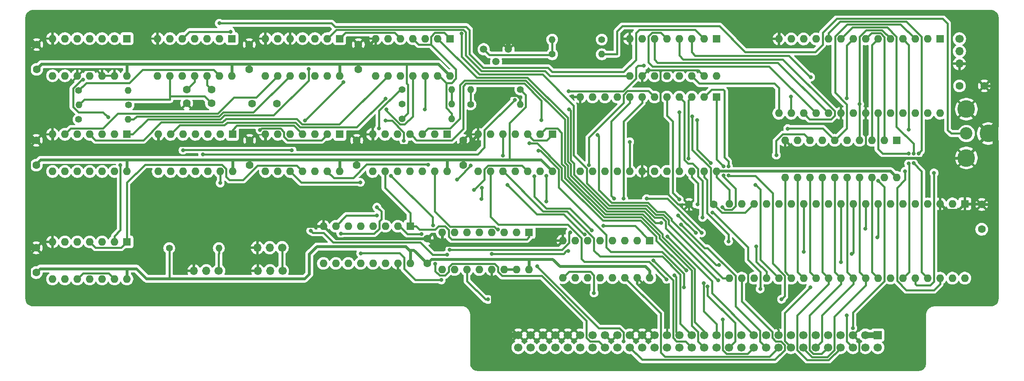
<source format=gbr>
%TF.GenerationSoftware,KiCad,Pcbnew,9.0.3*%
%TF.CreationDate,2025-12-15T21:45:11+00:00*%
%TF.ProjectId,TC02Mini,54433032-4d69-46e6-992e-6b696361645f,rev?*%
%TF.SameCoordinates,Original*%
%TF.FileFunction,Copper,L2,Bot*%
%TF.FilePolarity,Positive*%
%FSLAX46Y46*%
G04 Gerber Fmt 4.6, Leading zero omitted, Abs format (unit mm)*
G04 Created by KiCad (PCBNEW 9.0.3) date 2025-12-15 21:45:11*
%MOMM*%
%LPD*%
G01*
G04 APERTURE LIST*
%TA.AperFunction,ComponentPad*%
%ADD10R,1.600000X1.600000*%
%TD*%
%TA.AperFunction,ComponentPad*%
%ADD11O,1.600000X1.600000*%
%TD*%
%TA.AperFunction,ComponentPad*%
%ADD12C,1.600000*%
%TD*%
%TA.AperFunction,ComponentPad*%
%ADD13C,1.700000*%
%TD*%
%TA.AperFunction,ComponentPad*%
%ADD14O,1.700000X1.700000*%
%TD*%
%TA.AperFunction,ComponentPad*%
%ADD15C,1.400000*%
%TD*%
%TA.AperFunction,ComponentPad*%
%ADD16O,1.400000X1.400000*%
%TD*%
%TA.AperFunction,ComponentPad*%
%ADD17R,1.700000X1.700000*%
%TD*%
%TA.AperFunction,ComponentPad*%
%ADD18C,1.500000*%
%TD*%
%TA.AperFunction,ComponentPad*%
%ADD19C,2.550000*%
%TD*%
%TA.AperFunction,ComponentPad*%
%ADD20C,3.616000*%
%TD*%
%TA.AperFunction,ViaPad*%
%ADD21C,0.800000*%
%TD*%
%TA.AperFunction,Conductor*%
%ADD22C,0.400000*%
%TD*%
%TA.AperFunction,Conductor*%
%ADD23C,0.600000*%
%TD*%
%TA.AperFunction,Conductor*%
%ADD24C,1.200000*%
%TD*%
%TA.AperFunction,Conductor*%
%ADD25C,1.000000*%
%TD*%
G04 APERTURE END LIST*
D10*
%TO.P,I8,1*%
%TO.N,Net-(I18A-Q)*%
X111442500Y-72850000D03*
D11*
%TO.P,I8,2*%
%TO.N,Net-(I5-Q7)*%
X108902500Y-72850000D03*
%TO.P,I8,3*%
%TO.N,Net-(I8-Pad3)*%
X106362500Y-72850000D03*
%TO.P,I8,4*%
%TO.N,Net-(I8-Pad10)*%
X103822500Y-72850000D03*
%TO.P,I8,5*%
%TO.N,GND*%
X101282500Y-72850000D03*
%TO.P,I8,6*%
%TO.N,Net-(I8-Pad6)*%
X98742500Y-72850000D03*
%TO.P,I8,7,GND*%
%TO.N,GND*%
X96202500Y-72850000D03*
%TO.P,I8,8*%
%TO.N,VIDEO*%
X96202500Y-80470000D03*
%TO.P,I8,9*%
%TO.N,Net-(I8-Pad9)*%
X98742500Y-80470000D03*
%TO.P,I8,10*%
%TO.N,Net-(I8-Pad10)*%
X101282500Y-80470000D03*
%TO.P,I8,11*%
%TO.N,unconnected-(I8-Pad11)*%
X103822500Y-80470000D03*
%TO.P,I8,12*%
%TO.N,Net-(I8-Pad10)*%
X106362500Y-80470000D03*
%TO.P,I8,13*%
X108902500Y-80470000D03*
%TO.P,I8,14,VCC*%
%TO.N,+5V*%
X111442500Y-80470000D03*
%TD*%
D12*
%TO.P,C47,1*%
%TO.N,+5V*%
X49263500Y-98800000D03*
%TO.P,C47,2*%
%TO.N,GND*%
X49263500Y-93720000D03*
%TD*%
%TO.P,C42,1*%
%TO.N,+5V*%
X114936000Y-98800000D03*
%TO.P,C42,2*%
%TO.N,GND*%
X114936000Y-93720000D03*
%TD*%
D13*
%TO.P,M4,1,Pin_1*%
%TO.N,+5V*%
X238415000Y-72912500D03*
D14*
%TO.P,M4,2,Pin_2*%
%TO.N,BANK*%
X238415000Y-75452500D03*
%TO.P,M4,3,Pin_3*%
%TO.N,GND*%
X238415000Y-77992500D03*
%TD*%
D12*
%TO.P,C8,1*%
%TO.N,GND*%
X80070000Y-86100000D03*
%TO.P,C8,2*%
%TO.N,Net-(C8-Pad2)*%
X85150000Y-86100000D03*
%TD*%
%TO.P,C10,1*%
%TO.N,DISEN*%
X188100000Y-106882500D03*
%TO.P,C10,2*%
%TO.N,GND*%
X183020000Y-106882500D03*
%TD*%
%TO.P,X1,1,1*%
%TO.N,Net-(I11-Pad13)*%
X98600000Y-86190000D03*
%TO.P,X1,2,2*%
%TO.N,Net-(C8-Pad2)*%
X93520000Y-86190000D03*
%TD*%
D10*
%TO.P,I3,1,GND*%
%TO.N,GND*%
X239525000Y-106742500D03*
D11*
%TO.P,I3,2,~{RESET}*%
%TO.N,+5V*%
X236985000Y-106742500D03*
%TO.P,I3,3,LPSTB*%
%TO.N,GND*%
X234445000Y-106742500D03*
%TO.P,I3,4,MA0*%
%TO.N,Net-(I13-I1a)*%
X231905000Y-106742500D03*
%TO.P,I3,5,MA1*%
%TO.N,Net-(I13-I1b)*%
X229365000Y-106742500D03*
%TO.P,I3,6,MA2*%
%TO.N,Net-(I13-I1c)*%
X226825000Y-106742500D03*
%TO.P,I3,7,MA3*%
%TO.N,Net-(I13-I1d)*%
X224285000Y-106742500D03*
%TO.P,I3,8,MA4*%
%TO.N,Net-(I14-I1a)*%
X221745000Y-106742500D03*
%TO.P,I3,9,MA5*%
%TO.N,Net-(I14-I1b)*%
X219205000Y-106742500D03*
%TO.P,I3,10,MA6*%
%TO.N,Net-(I14-I1c)*%
X216665000Y-106742500D03*
%TO.P,I3,11,MA7*%
%TO.N,Net-(I14-I1d)*%
X214125000Y-106742500D03*
%TO.P,I3,12,MA8*%
%TO.N,Net-(I15-I1a)*%
X211585000Y-106742500D03*
%TO.P,I3,13,MA9*%
%TO.N,Net-(I15-I1b)*%
X209045000Y-106742500D03*
%TO.P,I3,14,MA10*%
%TO.N,Net-(I15-I1c)*%
X206505000Y-106742500D03*
%TO.P,I3,15,MA11*%
%TO.N,unconnected-(I3-MA11-Pad15)*%
X203965000Y-106742500D03*
%TO.P,I3,16,MA12*%
%TO.N,unconnected-(I3-MA12-Pad16)*%
X201425000Y-106742500D03*
%TO.P,I3,17,MA13*%
%TO.N,unconnected-(I3-MA13-Pad17)*%
X198885000Y-106742500D03*
%TO.P,I3,18,DE*%
%TO.N,DISEN*%
X196345000Y-106742500D03*
%TO.P,I3,19,CURSOR*%
%TO.N,Net-(I18A-D)*%
X193805000Y-106742500D03*
%TO.P,I3,20,VCC*%
%TO.N,+5V*%
X191265000Y-106742500D03*
%TO.P,I3,21,CLK*%
%TO.N,Net-(I10-Q3)*%
X191265000Y-121982500D03*
%TO.P,I3,22,R/~{W}*%
%TO.N,~{WR}*%
X193805000Y-121982500D03*
%TO.P,I3,23,E*%
%TO.N,EN*%
X196345000Y-121982500D03*
%TO.P,I3,24,RS*%
%TO.N,/80 Column Schematic/A0*%
X198885000Y-121982500D03*
%TO.P,I3,25,~{CS}*%
%TO.N,~{CRTCS}*%
X201425000Y-121982500D03*
%TO.P,I3,26,D7*%
%TO.N,/80 Column Schematic/D7*%
X203965000Y-121982500D03*
%TO.P,I3,27,D6*%
%TO.N,/80 Column Schematic/D6*%
X206505000Y-121982500D03*
%TO.P,I3,28,D5*%
%TO.N,/80 Column Schematic/D5*%
X209045000Y-121982500D03*
%TO.P,I3,29,D4*%
%TO.N,/80 Column Schematic/D4*%
X211585000Y-121982500D03*
%TO.P,I3,30,D3*%
%TO.N,/80 Column Schematic/D3*%
X214125000Y-121982500D03*
%TO.P,I3,31,D2*%
%TO.N,/80 Column Schematic/D2*%
X216665000Y-121982500D03*
%TO.P,I3,32,D1*%
%TO.N,/80 Column Schematic/D1*%
X219205000Y-121982500D03*
%TO.P,I3,33,D0*%
%TO.N,/80 Column Schematic/D0*%
X221745000Y-121982500D03*
%TO.P,I3,34,RA4*%
%TO.N,unconnected-(I3-RA4-Pad34)*%
X224285000Y-121982500D03*
%TO.P,I3,35,RA3*%
%TO.N,RA3*%
X226825000Y-121982500D03*
%TO.P,I3,36,RA2*%
%TO.N,RA2*%
X229365000Y-121982500D03*
%TO.P,I3,37,RA1*%
%TO.N,RA1*%
X231905000Y-121982500D03*
%TO.P,I3,38,RA0*%
%TO.N,RA0*%
X234445000Y-121982500D03*
%TO.P,I3,39,HS*%
%TO.N,HS*%
X236985000Y-121982500D03*
%TO.P,I3,40,VS*%
%TO.N,VS*%
X239525000Y-121982500D03*
%TD*%
D12*
%TO.P,C45,1*%
%TO.N,+5V*%
X136723500Y-98800000D03*
%TO.P,C45,2*%
%TO.N,GND*%
X136723500Y-93720000D03*
%TD*%
%TO.P,C43,1*%
%TO.N,+5V*%
X115265000Y-79160000D03*
%TO.P,C43,2*%
%TO.N,GND*%
X115265000Y-74080000D03*
%TD*%
%TO.P,C50,1*%
%TO.N,+5V*%
X49260000Y-120847500D03*
%TO.P,C50,2*%
%TO.N,GND*%
X49260000Y-115767500D03*
%TD*%
D15*
%TO.P,R4,1*%
%TO.N,+5V*%
X76520000Y-115830000D03*
D16*
%TO.P,R4,2*%
%TO.N,Net-(M1-Pin_1)*%
X86680000Y-115830000D03*
%TD*%
D10*
%TO.P,I9,1*%
%TO.N,Net-(I8-Pad3)*%
X67848500Y-92490000D03*
D11*
%TO.P,I9,2*%
X65308500Y-92490000D03*
%TO.P,I9,3*%
%TO.N,N/C*%
X62768500Y-92490000D03*
%TO.P,I9,4*%
%TO.N,~{DISEN}*%
X60228500Y-92490000D03*
%TO.P,I9,5*%
%TO.N,Net-(I8-Pad6)*%
X57688500Y-92490000D03*
%TO.P,I9,6*%
%TO.N,Net-(I8-Pad9)*%
X55148500Y-92490000D03*
%TO.P,I9,7,GND*%
%TO.N,GND*%
X52608500Y-92490000D03*
%TO.P,I9,8*%
%TO.N,Net-(I5-~{PL})*%
X52608500Y-100110000D03*
%TO.P,I9,9*%
%TO.N,Net-(I11-Pad6)*%
X55148500Y-100110000D03*
%TO.P,I9,10*%
%TO.N,Net-(I10-Q1)*%
X57688500Y-100110000D03*
%TO.P,I9,11*%
%TO.N,N/C*%
X60228500Y-100110000D03*
%TO.P,I9,12*%
%TO.N,Net-(I11-Pad4)*%
X62768500Y-100110000D03*
%TO.P,I9,13*%
%TO.N,Net-(I10-Cp1)*%
X65308500Y-100110000D03*
%TO.P,I9,14,VCC*%
%TO.N,+5V*%
X67848500Y-100110000D03*
%TD*%
D15*
%TO.P,R2,1*%
%TO.N,Net-(I11-Pad13)*%
X57950000Y-83480000D03*
D16*
%TO.P,R2,2*%
%TO.N,Net-(C7-Pad1)*%
X68110000Y-83480000D03*
%TD*%
D10*
%TO.P,I14,1,S*%
%TO.N,~{MUX}*%
X174970000Y-114272500D03*
D11*
%TO.P,I14,2,I0a*%
%TO.N,/80 Column Schematic/A12*%
X172430000Y-114272500D03*
%TO.P,I14,3,I1a*%
%TO.N,Net-(I14-I1a)*%
X169890000Y-114272500D03*
%TO.P,I14,4,Za*%
%TO.N,Net-(I14-Za)*%
X167350000Y-114272500D03*
%TO.P,I14,5,I0b*%
%TO.N,/80 Column Schematic/A13*%
X164810000Y-114272500D03*
%TO.P,I14,6,I1b*%
%TO.N,Net-(I14-I1b)*%
X162270000Y-114272500D03*
%TO.P,I14,7,Zb*%
%TO.N,Net-(I14-Zb)*%
X159730000Y-114272500D03*
%TO.P,I14,8,GND*%
%TO.N,GND*%
X157190000Y-114272500D03*
%TO.P,I14,9,Zc*%
%TO.N,Net-(I14-Zc)*%
X157190000Y-121892500D03*
%TO.P,I14,10,I1c*%
%TO.N,Net-(I14-I1c)*%
X159730000Y-121892500D03*
%TO.P,I14,11,I0c*%
%TO.N,/80 Column Schematic/A14*%
X162270000Y-121892500D03*
%TO.P,I14,12,Zd*%
%TO.N,Net-(I14-Zd)*%
X164810000Y-121892500D03*
%TO.P,I14,13,I1d*%
%TO.N,Net-(I14-I1d)*%
X167350000Y-121892500D03*
%TO.P,I14,14,I0d*%
%TO.N,/80 Column Schematic/A15*%
X169890000Y-121892500D03*
%TO.P,I14,15,E*%
%TO.N,GND*%
X172430000Y-121892500D03*
%TO.P,I14,16,VCC*%
%TO.N,+5V*%
X174970000Y-121892500D03*
%TD*%
D12*
%TO.P,C48,1*%
%TO.N,+5V*%
X49352500Y-79160000D03*
%TO.P,C48,2*%
%TO.N,GND*%
X49352500Y-74080000D03*
%TD*%
D10*
%TO.P,I16,1*%
%TO.N,HS*%
X133416000Y-92490000D03*
D11*
%TO.P,I16,2*%
X130876000Y-92490000D03*
%TO.P,I16,3*%
%TO.N,/80 Column Schematic/A4*%
X128336000Y-92490000D03*
%TO.P,I16,4*%
%TO.N,/80 Column Schematic/A5*%
X125796000Y-92490000D03*
%TO.P,I16,5*%
%TO.N,/80 Column Schematic/A7*%
X123256000Y-92490000D03*
%TO.P,I16,6*%
%TO.N,Net-(I16-Pad6)*%
X120716000Y-92490000D03*
%TO.P,I16,7,GND*%
%TO.N,GND*%
X118176000Y-92490000D03*
%TO.P,I16,8*%
%TO.N,~{RAMOE}*%
X118176000Y-100110000D03*
%TO.P,I16,9*%
%TO.N,~{MUX}*%
X120716000Y-100110000D03*
%TO.P,I16,10*%
%TO.N,~{WR}*%
X123256000Y-100110000D03*
%TO.P,I16,11*%
X125796000Y-100110000D03*
%TO.P,I16,12*%
%TO.N,~{CSYNC}*%
X128336000Y-100110000D03*
%TO.P,I16,13*%
%TO.N,VS*%
X130876000Y-100110000D03*
%TO.P,I16,14,VCC*%
%TO.N,+5V*%
X133416000Y-100110000D03*
%TD*%
D15*
%TO.P,R10,1*%
%TO.N,+5V*%
X165140000Y-73040000D03*
D16*
%TO.P,R10,2*%
%TO.N,Net-(Q1-E)*%
X154980000Y-73040000D03*
%TD*%
D10*
%TO.P,I12,1*%
%TO.N,~{SELCS}*%
X67845000Y-114537500D03*
D11*
%TO.P,I12,2*%
%TO.N,~{DISEN}*%
X65305000Y-114537500D03*
%TO.P,I12,3*%
%TO.N,/80 Column Schematic/D0*%
X62765000Y-114537500D03*
%TO.P,I12,4*%
%TO.N,~{SELCS}*%
X60225000Y-114537500D03*
%TO.P,I12,5*%
%TO.N,Net-(M3-Pin_2)*%
X57685000Y-114537500D03*
%TO.P,I12,6*%
%TO.N,/80 Column Schematic/D1*%
X55145000Y-114537500D03*
%TO.P,I12,7,GND*%
%TO.N,GND*%
X52605000Y-114537500D03*
%TO.P,I12,8*%
%TO.N,/80 Column Schematic/D2*%
X52605000Y-122157500D03*
%TO.P,I12,9*%
%TO.N,Net-(M2-Pin_2)*%
X55145000Y-122157500D03*
%TO.P,I12,10*%
%TO.N,~{SELCS}*%
X57685000Y-122157500D03*
%TO.P,I12,11*%
%TO.N,/80 Column Schematic/D3*%
X60225000Y-122157500D03*
%TO.P,I12,12*%
%TO.N,Net-(M1-Pin_2)*%
X62765000Y-122157500D03*
%TO.P,I12,13*%
%TO.N,~{SELCS}*%
X65305000Y-122157500D03*
%TO.P,I12,14,VCC*%
%TO.N,+5V*%
X67845000Y-122157500D03*
%TD*%
D17*
%TO.P,M300,1,Pin_1*%
%TO.N,+5V*%
X221670000Y-133662500D03*
D13*
%TO.P,M300,2,Pin_2*%
%TO.N,/80 Column Schematic/D7*%
X221670000Y-136202500D03*
%TO.P,M300,3,Pin_3*%
%TO.N,+5V*%
X219130000Y-133662500D03*
%TO.P,M300,4,Pin_4*%
%TO.N,/80 Column Schematic/D6*%
X219130000Y-136202500D03*
%TO.P,M300,5,Pin_5*%
%TO.N,GND*%
X216590000Y-133662500D03*
%TO.P,M300,6,Pin_6*%
%TO.N,/80 Column Schematic/D5*%
X216590000Y-136202500D03*
%TO.P,M300,7,Pin_7*%
%TO.N,GND*%
X214050000Y-133662500D03*
%TO.P,M300,8,Pin_8*%
%TO.N,/80 Column Schematic/D4*%
X214050000Y-136202500D03*
%TO.P,M300,9,Pin_9*%
%TO.N,GND*%
X211510000Y-133662500D03*
%TO.P,M300,10,Pin_10*%
%TO.N,/80 Column Schematic/D3*%
X211510000Y-136202500D03*
%TO.P,M300,11,Pin_11*%
%TO.N,GND*%
X208970000Y-133662500D03*
%TO.P,M300,12,Pin_12*%
%TO.N,/80 Column Schematic/D2*%
X208970000Y-136202500D03*
%TO.P,M300,13,Pin_13*%
%TO.N,GND*%
X206430000Y-133662500D03*
%TO.P,M300,14,Pin_14*%
%TO.N,/80 Column Schematic/D1*%
X206430000Y-136202500D03*
%TO.P,M300,15,Pin_15*%
%TO.N,GND*%
X203890000Y-133662500D03*
%TO.P,M300,16,Pin_16*%
%TO.N,/80 Column Schematic/D0*%
X203890000Y-136202500D03*
%TO.P,M300,17,Pin_17*%
%TO.N,GND*%
X201350000Y-133662500D03*
%TO.P,M300,18,Pin_18*%
%TO.N,/80 Column Schematic/A15*%
X201350000Y-136202500D03*
%TO.P,M300,19,Pin_19*%
%TO.N,/80 Column Schematic/A14*%
X198810000Y-133662500D03*
%TO.P,M300,20,Pin_20*%
%TO.N,/80 Column Schematic/A13*%
X198810000Y-136202500D03*
%TO.P,M300,21,Pin_21*%
%TO.N,/80 Column Schematic/A12*%
X196270000Y-133662500D03*
%TO.P,M300,22,Pin_22*%
%TO.N,/80 Column Schematic/A11*%
X196270000Y-136202500D03*
%TO.P,M300,23,Pin_23*%
%TO.N,/80 Column Schematic/A10*%
X193730000Y-133662500D03*
%TO.P,M300,24,Pin_24*%
%TO.N,/80 Column Schematic/A9*%
X193730000Y-136202500D03*
%TO.P,M300,25,Pin_25*%
%TO.N,/80 Column Schematic/A8*%
X191190000Y-133662500D03*
%TO.P,M300,26,Pin_26*%
%TO.N,/80 Column Schematic/A7*%
X191190000Y-136202500D03*
%TO.P,M300,27,Pin_27*%
%TO.N,/80 Column Schematic/A6*%
X188650000Y-133662500D03*
%TO.P,M300,28,Pin_28*%
%TO.N,/80 Column Schematic/A5*%
X188650000Y-136202500D03*
%TO.P,M300,29,Pin_29*%
%TO.N,/80 Column Schematic/A4*%
X186110000Y-133662500D03*
%TO.P,M300,30,Pin_30*%
%TO.N,/80 Column Schematic/A3*%
X186110000Y-136202500D03*
%TO.P,M300,31,Pin_31*%
%TO.N,/80 Column Schematic/A2*%
X183570000Y-133662500D03*
%TO.P,M300,32,Pin_32*%
%TO.N,/80 Column Schematic/A1*%
X183570000Y-136202500D03*
%TO.P,M300,33,Pin_33*%
%TO.N,/80 Column Schematic/A0*%
X181030000Y-133662500D03*
%TO.P,M300,34,Pin_34*%
%TO.N,~{RESET}*%
X181030000Y-136202500D03*
%TO.P,M300,35,Pin_35*%
%TO.N,GND*%
X178490000Y-133662500D03*
%TO.P,M300,36,Pin_36*%
%TO.N,~{RFSH}*%
X178490000Y-136202500D03*
%TO.P,M300,37,Pin_37*%
%TO.N,GND*%
X175950000Y-133662500D03*
%TO.P,M300,38,Pin_38*%
%TO.N,~{M1}*%
X175950000Y-136202500D03*
%TO.P,M300,39,Pin_39*%
%TO.N,GND*%
X173410000Y-133662500D03*
%TO.P,M300,40,Pin_40*%
%TO.N,~{BUSACK}*%
X173410000Y-136202500D03*
%TO.P,M300,41,Pin_41*%
%TO.N,GND*%
X170870000Y-133662500D03*
%TO.P,M300,42,Pin_42*%
%TO.N,~{WR}*%
X170870000Y-136202500D03*
%TO.P,M300,43,Pin_43*%
%TO.N,GND*%
X168330000Y-133662500D03*
%TO.P,M300,44,Pin_44*%
%TO.N,~{RD}*%
X168330000Y-136202500D03*
%TO.P,M300,45,Pin_45*%
%TO.N,GND*%
X165790000Y-133662500D03*
%TO.P,M300,46,Pin_46*%
%TO.N,~{IORQ}*%
X165790000Y-136202500D03*
%TO.P,M300,47,Pin_47*%
%TO.N,GND*%
X163250000Y-133662500D03*
%TO.P,M300,48,Pin_48*%
%TO.N,~{MREQ}*%
X163250000Y-136202500D03*
%TO.P,M300,49,Pin_49*%
%TO.N,GND*%
X160710000Y-133662500D03*
%TO.P,M300,50,Pin_50*%
%TO.N,~{HALT}*%
X160710000Y-136202500D03*
%TO.P,M300,51,Pin_51*%
%TO.N,GND*%
X158170000Y-133662500D03*
%TO.P,M300,52,Pin_52*%
%TO.N,~{NMI}*%
X158170000Y-136202500D03*
%TO.P,M300,53,Pin_53*%
%TO.N,GND*%
X155630000Y-133662500D03*
%TO.P,M300,54,Pin_54*%
%TO.N,~{INT}*%
X155630000Y-136202500D03*
%TO.P,M300,55,Pin_55*%
%TO.N,GND*%
X153090000Y-133662500D03*
%TO.P,M300,56,Pin_56*%
%TO.N,~{WAIT}*%
X153090000Y-136202500D03*
%TO.P,M300,57,Pin_57*%
%TO.N,GND*%
X150550000Y-133662500D03*
%TO.P,M300,58,Pin_58*%
%TO.N,~{BUSREQ}*%
X150550000Y-136202500D03*
%TO.P,M300,59,Pin_59*%
%TO.N,GND*%
X148010000Y-133662500D03*
%TO.P,M300,60,Pin_60*%
%TO.N,SYSCLK*%
X148010000Y-136202500D03*
%TD*%
D15*
%TO.P,R11,1*%
%TO.N,+5V*%
X148440000Y-83290000D03*
D16*
%TO.P,R11,2*%
%TO.N,Net-(Q1-B)*%
X138280000Y-83290000D03*
%TD*%
D10*
%TO.P,I15,1,S*%
%TO.N,~{MUX}*%
X150230000Y-112610000D03*
D11*
%TO.P,I15,2,I0a*%
%TO.N,/80 Column Schematic/A0*%
X147690000Y-112610000D03*
%TO.P,I15,3,I1a*%
%TO.N,Net-(I15-I1a)*%
X145150000Y-112610000D03*
%TO.P,I15,4,Za*%
%TO.N,Net-(I15-Za)*%
X142610000Y-112610000D03*
%TO.P,I15,5,I0b*%
%TO.N,/80 Column Schematic/A1*%
X140070000Y-112610000D03*
%TO.P,I15,6,I1b*%
%TO.N,Net-(I15-I1b)*%
X137530000Y-112610000D03*
%TO.P,I15,7,Zb*%
%TO.N,Net-(I15-Zb)*%
X134990000Y-112610000D03*
%TO.P,I15,8,GND*%
%TO.N,GND*%
X132450000Y-112610000D03*
%TO.P,I15,9,Zc*%
%TO.N,Net-(I15-Zc)*%
X132450000Y-120230000D03*
%TO.P,I15,10,I1c*%
%TO.N,Net-(I15-I1c)*%
X134990000Y-120230000D03*
%TO.P,I15,11,I0c*%
%TO.N,/80 Column Schematic/A2*%
X137530000Y-120230000D03*
%TO.P,I15,12,Zd*%
%TO.N,unconnected-(I15-Zd-Pad12)*%
X140070000Y-120230000D03*
%TO.P,I15,13,I1d*%
%TO.N,GND*%
X142610000Y-120230000D03*
%TO.P,I15,14,I0d*%
X145150000Y-120230000D03*
%TO.P,I15,15,E*%
X147690000Y-120230000D03*
%TO.P,I15,16,VCC*%
%TO.N,+5V*%
X150230000Y-120230000D03*
%TD*%
D15*
%TO.P,R1,1*%
%TO.N,+5V*%
X57950000Y-89430000D03*
D16*
%TO.P,R1,2*%
%TO.N,Net-(I8-Pad10)*%
X68110000Y-89430000D03*
%TD*%
D15*
%TO.P,R5,1*%
%TO.N,~{CSYNC}*%
X124240000Y-83300000D03*
D16*
%TO.P,R5,2*%
%TO.N,Net-(Q1-B)*%
X134400000Y-83300000D03*
%TD*%
D12*
%TO.P,C7,1*%
%TO.N,Net-(C7-Pad1)*%
X85150000Y-83280000D03*
%TO.P,C7,2*%
%TO.N,Net-(C7-Pad2)*%
X80070000Y-83280000D03*
%TD*%
D15*
%TO.P,R3,1*%
%TO.N,Net-(C7-Pad2)*%
X68150000Y-86460000D03*
D16*
%TO.P,R3,2*%
%TO.N,Net-(C8-Pad2)*%
X57990000Y-86460000D03*
%TD*%
D12*
%TO.P,C49,1*%
%TO.N,+5V*%
X92986000Y-98800000D03*
%TO.P,C49,2*%
%TO.N,GND*%
X92986000Y-93720000D03*
%TD*%
D10*
%TO.P,I5,1,~{PL}*%
%TO.N,Net-(I5-~{PL})*%
X188617500Y-72882500D03*
D11*
%TO.P,I5,2,CP*%
%TO.N,Net-(I5-CP)*%
X186077500Y-72882500D03*
%TO.P,I5,3,D4*%
%TO.N,Net-(I4-D4)*%
X183537500Y-72882500D03*
%TO.P,I5,4,D5*%
%TO.N,Net-(I4-D5)*%
X180997500Y-72882500D03*
%TO.P,I5,5,D6*%
%TO.N,Net-(I4-D6)*%
X178457500Y-72882500D03*
%TO.P,I5,6,D7*%
%TO.N,Net-(I4-D7)*%
X175917500Y-72882500D03*
%TO.P,I5,7,~{Q7}*%
%TO.N,unconnected-(I5-~{Q7}-Pad7)*%
X173377500Y-72882500D03*
%TO.P,I5,8,GND*%
%TO.N,GND*%
X170837500Y-72882500D03*
%TO.P,I5,9,Q7*%
%TO.N,Net-(I5-Q7)*%
X170837500Y-80502500D03*
%TO.P,I5,10,DS*%
%TO.N,GND*%
X173377500Y-80502500D03*
%TO.P,I5,11,D0*%
%TO.N,Net-(I4-D0)*%
X175917500Y-80502500D03*
%TO.P,I5,12,D1*%
%TO.N,Net-(I4-D1)*%
X178457500Y-80502500D03*
%TO.P,I5,13,D2*%
%TO.N,Net-(I4-D2)*%
X180997500Y-80502500D03*
%TO.P,I5,14,D3*%
%TO.N,Net-(I4-D3)*%
X183537500Y-80502500D03*
%TO.P,I5,15,~{CE}*%
%TO.N,GND*%
X186077500Y-80502500D03*
%TO.P,I5,16,VCC*%
%TO.N,+5V*%
X188617500Y-80502500D03*
%TD*%
D12*
%TO.P,C46,1*%
%TO.N,+5V*%
X129375000Y-118965000D03*
%TO.P,C46,2*%
%TO.N,GND*%
X129375000Y-113885000D03*
%TD*%
D15*
%TO.P,R6,1*%
%TO.N,+5V*%
X124250000Y-89290000D03*
D16*
%TO.P,R6,2*%
%TO.N,Net-(I18A-~{R})*%
X134410000Y-89290000D03*
%TD*%
D10*
%TO.P,I10,1,Ms1*%
%TO.N,unconnected-(I10-Ms1-Pad1)*%
X67845000Y-72850000D03*
D11*
%TO.P,I10,2*%
%TO.N,N/C*%
X65305000Y-72850000D03*
%TO.P,I10,3,Ms2*%
%TO.N,unconnected-(I10-Ms2-Pad3)*%
X62765000Y-72850000D03*
%TO.P,I10,4,Q2*%
%TO.N,Net-(I10-Q2)*%
X60225000Y-72850000D03*
%TO.P,I10,5,Q1*%
%TO.N,Net-(I10-Q1)*%
X57685000Y-72850000D03*
%TO.P,I10,6*%
%TO.N,N/C*%
X55145000Y-72850000D03*
%TO.P,I10,7,GND*%
%TO.N,GND*%
X52605000Y-72850000D03*
%TO.P,I10,8,Q3*%
%TO.N,Net-(I10-Q3)*%
X52605000Y-80470000D03*
%TO.P,I10,9,Q0*%
%TO.N,unconnected-(I10-Q0-Pad9)*%
X55145000Y-80470000D03*
%TO.P,I10,10,Cp0*%
%TO.N,GND*%
X57685000Y-80470000D03*
%TO.P,I10,11,Cp1*%
%TO.N,Net-(I10-Cp1)*%
X60225000Y-80470000D03*
%TO.P,I10,12,Mr1*%
%TO.N,GND*%
X62765000Y-80470000D03*
%TO.P,I10,13,Mr2*%
X65305000Y-80470000D03*
%TO.P,I10,14,VCC*%
%TO.N,+5V*%
X67845000Y-80470000D03*
%TD*%
D18*
%TO.P,Q1,1,C*%
%TO.N,GND*%
X146010000Y-75030000D03*
%TO.P,Q1,2,B*%
%TO.N,Net-(Q1-B)*%
X143470000Y-77570000D03*
%TO.P,Q1,3,E*%
%TO.N,Net-(Q1-E)*%
X140930000Y-75030000D03*
%TD*%
D10*
%TO.P,I2,1,A7*%
%TO.N,Net-(I14-Zd)*%
X188646000Y-84822500D03*
D11*
%TO.P,I2,2,A6*%
%TO.N,Net-(I14-Zc)*%
X186106000Y-84822500D03*
%TO.P,I2,3,A5*%
%TO.N,Net-(I14-Zb)*%
X183566000Y-84822500D03*
%TO.P,I2,4,A4*%
%TO.N,Net-(I14-Za)*%
X181026000Y-84822500D03*
%TO.P,I2,5,A3*%
%TO.N,Net-(I13-Zd)*%
X178486000Y-84822500D03*
%TO.P,I2,6,A2*%
%TO.N,Net-(I13-Zc)*%
X175946000Y-84822500D03*
%TO.P,I2,7,A1*%
%TO.N,Net-(I13-Zb)*%
X173406000Y-84822500D03*
%TO.P,I2,8,A0*%
%TO.N,Net-(I13-Za)*%
X170866000Y-84822500D03*
%TO.P,I2,9,D0*%
%TO.N,Net-(I1-A0)*%
X168326000Y-84822500D03*
%TO.P,I2,10,D1*%
%TO.N,Net-(I1-A1)*%
X165786000Y-84822500D03*
%TO.P,I2,11,D2*%
%TO.N,Net-(I1-A2)*%
X163246000Y-84822500D03*
%TO.P,I2,12,GND*%
%TO.N,GND*%
X160706000Y-84822500D03*
%TO.P,I2,13,D3*%
%TO.N,Net-(I1-A3)*%
X160706000Y-100062500D03*
%TO.P,I2,14,D4*%
%TO.N,Net-(I1-A4)*%
X163246000Y-100062500D03*
%TO.P,I2,15,D5*%
%TO.N,Net-(I1-A5)*%
X165786000Y-100062500D03*
%TO.P,I2,16,D6*%
%TO.N,Net-(I1-A6)*%
X168326000Y-100062500D03*
%TO.P,I2,17,D7*%
%TO.N,Net-(I1-A7)*%
X170866000Y-100062500D03*
%TO.P,I2,18,~{CS}*%
%TO.N,GND*%
X173406000Y-100062500D03*
%TO.P,I2,19,A10*%
%TO.N,Net-(I15-Zc)*%
X175946000Y-100062500D03*
%TO.P,I2,20,~{OE}*%
%TO.N,~{RAMOE}*%
X178486000Y-100062500D03*
%TO.P,I2,21,R/W*%
%TO.N,~{RAMWR}*%
X181026000Y-100062500D03*
%TO.P,I2,22,A9*%
%TO.N,Net-(I15-Zb)*%
X183566000Y-100062500D03*
%TO.P,I2,23,A8*%
%TO.N,Net-(I15-Za)*%
X186106000Y-100062500D03*
%TO.P,I2,24,Vcc*%
%TO.N,+5V*%
X188646000Y-100062500D03*
%TD*%
D10*
%TO.P,I11,1*%
%TO.N,Net-(I10-Cp1)*%
X89360000Y-72850000D03*
D11*
%TO.P,I11,2*%
%TO.N,Net-(I5-CP)*%
X86820000Y-72850000D03*
%TO.P,I11,3*%
%TO.N,Net-(I10-Q2)*%
X84280000Y-72850000D03*
%TO.P,I11,4*%
%TO.N,Net-(I11-Pad4)*%
X81740000Y-72850000D03*
%TO.P,I11,5*%
%TO.N,Net-(I10-Q3)*%
X79200000Y-72850000D03*
%TO.P,I11,6*%
%TO.N,Net-(I11-Pad6)*%
X76660000Y-72850000D03*
%TO.P,I11,7,GND*%
%TO.N,GND*%
X74120000Y-72850000D03*
%TO.P,I11,8*%
%TO.N,Net-(I10-Cp1)*%
X74120000Y-80470000D03*
%TO.P,I11,9*%
%TO.N,Net-(C8-Pad2)*%
X76660000Y-80470000D03*
%TO.P,I11,10*%
X79200000Y-80470000D03*
%TO.P,I11,11*%
%TO.N,Net-(C7-Pad2)*%
X81740000Y-80470000D03*
%TO.P,I11,12*%
%TO.N,Net-(C7-Pad1)*%
X84280000Y-80470000D03*
%TO.P,I11,13*%
%TO.N,Net-(I11-Pad13)*%
X86820000Y-80470000D03*
%TO.P,I11,14,VCC*%
%TO.N,+5V*%
X89360000Y-80470000D03*
%TD*%
D10*
%TO.P,I7,1*%
%TO.N,~{IORQ}*%
X111456000Y-92490000D03*
D11*
%TO.P,I7,2*%
%TO.N,Net-(I6-Pad12)*%
X108916000Y-92490000D03*
%TO.P,I7,3*%
%TO.N,~{EN}*%
X106376000Y-92490000D03*
%TO.P,I7,4*%
X103836000Y-92490000D03*
%TO.P,I7,5*%
%TO.N,Net-(I17-Pad6)*%
X101296000Y-92490000D03*
%TO.P,I7,6*%
%TO.N,~{MUX}*%
X98756000Y-92490000D03*
%TO.P,I7,7,GND*%
%TO.N,GND*%
X96216000Y-92490000D03*
%TO.P,I7,8*%
%TO.N,~{CRTCS}*%
X96216000Y-100110000D03*
%TO.P,I7,9*%
%TO.N,Net-(I17-Pad12)*%
X98756000Y-100110000D03*
%TO.P,I7,10*%
%TO.N,/80 Column Schematic/A2*%
X101296000Y-100110000D03*
%TO.P,I7,11*%
%TO.N,~{SELCS}*%
X103836000Y-100110000D03*
%TO.P,I7,12*%
%TO.N,Net-(I17-Pad12)*%
X106376000Y-100110000D03*
%TO.P,I7,13*%
%TO.N,Net-(I17-Pad8)*%
X108916000Y-100110000D03*
%TO.P,I7,14,VCC*%
%TO.N,+5V*%
X111456000Y-100110000D03*
%TD*%
D12*
%TO.P,C40,1*%
%TO.N,+5V*%
X238440000Y-82552500D03*
%TO.P,C40,2*%
%TO.N,GND*%
X243520000Y-82552500D03*
%TD*%
D13*
%TO.P,M1,1,Pin_1*%
%TO.N,Net-(M1-Pin_1)*%
X99645000Y-115730000D03*
D14*
%TO.P,M1,2,Pin_2*%
%TO.N,Net-(M1-Pin_2)*%
X97105000Y-115730000D03*
%TO.P,M1,3,Pin_3*%
%TO.N,GND*%
X94565000Y-115730000D03*
%TD*%
D12*
%TO.P,C41,1*%
%TO.N,+5V*%
X242980000Y-111962500D03*
%TO.P,C41,2*%
%TO.N,GND*%
X242980000Y-106882500D03*
%TD*%
D10*
%TO.P,I13,1,S*%
%TO.N,~{MUX}*%
X125880000Y-111330000D03*
D11*
%TO.P,I13,2,I0a*%
%TO.N,/80 Column Schematic/A8*%
X123340000Y-111330000D03*
%TO.P,I13,3,I1a*%
%TO.N,Net-(I13-I1a)*%
X120800000Y-111330000D03*
%TO.P,I13,4,Za*%
%TO.N,Net-(I13-Za)*%
X118260000Y-111330000D03*
%TO.P,I13,5,I0b*%
%TO.N,/80 Column Schematic/A9*%
X115720000Y-111330000D03*
%TO.P,I13,6,I1b*%
%TO.N,Net-(I13-I1b)*%
X113180000Y-111330000D03*
%TO.P,I13,7,Zb*%
%TO.N,Net-(I13-Zb)*%
X110640000Y-111330000D03*
%TO.P,I13,8,GND*%
%TO.N,GND*%
X108100000Y-111330000D03*
%TO.P,I13,9,Zc*%
%TO.N,Net-(I13-Zc)*%
X108100000Y-118950000D03*
%TO.P,I13,10,I1c*%
%TO.N,Net-(I13-I1c)*%
X110640000Y-118950000D03*
%TO.P,I13,11,I0c*%
%TO.N,/80 Column Schematic/A10*%
X113180000Y-118950000D03*
%TO.P,I13,12,Zd*%
%TO.N,Net-(I13-Zd)*%
X115720000Y-118950000D03*
%TO.P,I13,13,I1d*%
%TO.N,Net-(I13-I1d)*%
X118260000Y-118950000D03*
%TO.P,I13,14,I0d*%
%TO.N,/80 Column Schematic/A11*%
X120800000Y-118950000D03*
%TO.P,I13,15,E*%
%TO.N,GND*%
X123340000Y-118950000D03*
%TO.P,I13,16,VCC*%
%TO.N,+5V*%
X125880000Y-118950000D03*
%TD*%
D10*
%TO.P,I6,1*%
%TO.N,~{EN}*%
X89486000Y-92490000D03*
D11*
%TO.P,I6,2*%
%TO.N,EN*%
X86946000Y-92490000D03*
%TO.P,I6,3*%
%TO.N,/80 Column Schematic/A3*%
X84406000Y-92490000D03*
%TO.P,I6,4*%
%TO.N,Net-(I17-Pad4)*%
X81866000Y-92490000D03*
%TO.P,I6,5*%
%TO.N,~{RAMOE}*%
X79326000Y-92490000D03*
%TO.P,I6,6*%
%TO.N,~{RAMWR}*%
X76786000Y-92490000D03*
%TO.P,I6,7,GND*%
%TO.N,GND*%
X74246000Y-92490000D03*
%TO.P,I6,8*%
%TO.N,Net-(I18A-C)*%
X74246000Y-100110000D03*
%TO.P,I6,9*%
%TO.N,Net-(I5-~{PL})*%
X76786000Y-100110000D03*
%TO.P,I6,10*%
%TO.N,EN2*%
X79326000Y-100110000D03*
%TO.P,I6,11*%
%TO.N,~{EN}*%
X81866000Y-100110000D03*
%TO.P,I6,12*%
%TO.N,Net-(I6-Pad12)*%
X84406000Y-100110000D03*
%TO.P,I6,13*%
%TO.N,~{M1}*%
X86946000Y-100110000D03*
%TO.P,I6,14,VCC*%
%TO.N,+5V*%
X89486000Y-100110000D03*
%TD*%
D13*
%TO.P,M3,1,Pin_1*%
%TO.N,Net-(M1-Pin_1)*%
X86650000Y-120470000D03*
D14*
%TO.P,M3,2,Pin_2*%
%TO.N,Net-(M3-Pin_2)*%
X84110000Y-120470000D03*
%TO.P,M3,3,Pin_3*%
%TO.N,GND*%
X81570000Y-120470000D03*
%TD*%
D10*
%TO.P,I17,1*%
%TO.N,/80 Column Schematic/A6*%
X155053500Y-92490000D03*
D11*
%TO.P,I17,2*%
%TO.N,/80 Column Schematic/A3*%
X152513500Y-92490000D03*
%TO.P,I17,3*%
%TO.N,/80 Column Schematic/A6*%
X149973500Y-92490000D03*
%TO.P,I17,4*%
%TO.N,Net-(I17-Pad4)*%
X147433500Y-92490000D03*
%TO.P,I17,5*%
%TO.N,Net-(I16-Pad6)*%
X144893500Y-92490000D03*
%TO.P,I17,6*%
%TO.N,Net-(I17-Pad6)*%
X142353500Y-92490000D03*
%TO.P,I17,7,GND*%
%TO.N,GND*%
X139813500Y-92490000D03*
%TO.P,I17,8*%
%TO.N,Net-(I17-Pad8)*%
X139813500Y-100110000D03*
%TO.P,I17,9*%
%TO.N,~{WR}*%
X142353500Y-100110000D03*
%TO.P,I17,10*%
%TO.N,/80 Column Schematic/A2*%
X144893500Y-100110000D03*
%TO.P,I17,11*%
%TO.N,EN2*%
X147433500Y-100110000D03*
%TO.P,I17,12*%
%TO.N,Net-(I17-Pad12)*%
X149973500Y-100110000D03*
%TO.P,I17,13*%
%TO.N,Net-(I16-Pad6)*%
X152513500Y-100110000D03*
%TO.P,I17,14,VCC*%
%TO.N,+5V*%
X155053500Y-100110000D03*
%TD*%
D10*
%TO.P,I4,1,VPP*%
%TO.N,+5V*%
X234435000Y-72922500D03*
D11*
%TO.P,I4,2,A12*%
%TO.N,BANK*%
X231895000Y-72922500D03*
%TO.P,I4,3,A7*%
%TO.N,Net-(I1-A4)*%
X229355000Y-72922500D03*
%TO.P,I4,4,A6*%
%TO.N,Net-(I1-A3)*%
X226815000Y-72922500D03*
%TO.P,I4,5,A5*%
%TO.N,Net-(I1-A2)*%
X224275000Y-72922500D03*
%TO.P,I4,6,A4*%
%TO.N,Net-(I1-A1)*%
X221735000Y-72922500D03*
%TO.P,I4,7,A3*%
%TO.N,Net-(I1-A0)*%
X219195000Y-72922500D03*
%TO.P,I4,8,A2*%
%TO.N,RA2*%
X216655000Y-72922500D03*
%TO.P,I4,9,A1*%
%TO.N,RA1*%
X214115000Y-72922500D03*
%TO.P,I4,10,A0*%
%TO.N,RA0*%
X211575000Y-72922500D03*
%TO.P,I4,11,D0*%
%TO.N,Net-(I4-D0)*%
X209035000Y-72922500D03*
%TO.P,I4,12,D1*%
%TO.N,Net-(I4-D1)*%
X206495000Y-72922500D03*
%TO.P,I4,13,D2*%
%TO.N,Net-(I4-D2)*%
X203955000Y-72922500D03*
%TO.P,I4,14,GND*%
%TO.N,GND*%
X201415000Y-72922500D03*
%TO.P,I4,15,D3*%
%TO.N,Net-(I4-D3)*%
X201415000Y-88162500D03*
%TO.P,I4,16,D4*%
%TO.N,Net-(I4-D4)*%
X203955000Y-88162500D03*
%TO.P,I4,17,D5*%
%TO.N,Net-(I4-D5)*%
X206495000Y-88162500D03*
%TO.P,I4,18,D6*%
%TO.N,Net-(I4-D6)*%
X209035000Y-88162500D03*
%TO.P,I4,19,D7*%
%TO.N,Net-(I4-D7)*%
X211575000Y-88162500D03*
%TO.P,I4,20,~{CE}*%
%TO.N,GND*%
X214115000Y-88162500D03*
%TO.P,I4,21,A10*%
%TO.N,Net-(I1-A7)*%
X216655000Y-88162500D03*
%TO.P,I4,22,~{OE}*%
%TO.N,GND*%
X219195000Y-88162500D03*
%TO.P,I4,23,A11*%
%TO.N,RA3*%
X221735000Y-88162500D03*
%TO.P,I4,24,A9*%
%TO.N,Net-(I1-A6)*%
X224275000Y-88162500D03*
%TO.P,I4,25,A8*%
%TO.N,Net-(I1-A5)*%
X226815000Y-88162500D03*
%TO.P,I4,26,A13*%
%TO.N,+5V*%
X229355000Y-88162500D03*
%TO.P,I4,27,~{PGM}*%
X231895000Y-88162500D03*
%TO.P,I4,28,VCC*%
X234435000Y-88162500D03*
%TD*%
D12*
%TO.P,C44,1*%
%TO.N,+5V*%
X92910000Y-79160000D03*
%TO.P,C44,2*%
%TO.N,GND*%
X92910000Y-74080000D03*
%TD*%
D10*
%TO.P,I18,1,~{R}*%
%TO.N,Net-(I18A-~{R})*%
X134030000Y-72850000D03*
D11*
%TO.P,I18,2,D*%
%TO.N,Net-(I18A-D)*%
X131490000Y-72850000D03*
%TO.P,I18,3,C*%
%TO.N,Net-(I18A-C)*%
X128950000Y-72850000D03*
%TO.P,I18,4,~{S}*%
%TO.N,Net-(I18A-~{R})*%
X126410000Y-72850000D03*
%TO.P,I18,5,Q*%
%TO.N,Net-(I18A-Q)*%
X123870000Y-72850000D03*
%TO.P,I18,6,~{Q}*%
%TO.N,unconnected-(I18A-~{Q}-Pad6)*%
X121330000Y-72850000D03*
%TO.P,I18,7,GND*%
%TO.N,GND*%
X118790000Y-72850000D03*
%TO.P,I18,8,~{Q}*%
%TO.N,unconnected-(I18B-~{Q}-Pad8)*%
X118790000Y-80470000D03*
%TO.P,I18,9,Q*%
%TO.N,~{DISEN}*%
X121330000Y-80470000D03*
%TO.P,I18,10,~{S}*%
%TO.N,Net-(I18A-~{R})*%
X123870000Y-80470000D03*
%TO.P,I18,11,C*%
%TO.N,Net-(I18A-C)*%
X126410000Y-80470000D03*
%TO.P,I18,12,D*%
%TO.N,DISEN*%
X128950000Y-80470000D03*
%TO.P,I18,13,~{R}*%
%TO.N,Net-(I18A-~{R})*%
X131490000Y-80470000D03*
%TO.P,I18,14,VCC*%
%TO.N,+5V*%
X134030000Y-80470000D03*
%TD*%
D10*
%TO.P,I1,1,A->B*%
%TO.N,~{RAMWR}*%
X225570000Y-93702500D03*
D11*
%TO.P,I1,2,A0*%
%TO.N,Net-(I1-A0)*%
X223030000Y-93702500D03*
%TO.P,I1,3,A1*%
%TO.N,Net-(I1-A1)*%
X220490000Y-93702500D03*
%TO.P,I1,4,A2*%
%TO.N,Net-(I1-A2)*%
X217950000Y-93702500D03*
%TO.P,I1,5,A3*%
%TO.N,Net-(I1-A3)*%
X215410000Y-93702500D03*
%TO.P,I1,6,A4*%
%TO.N,Net-(I1-A4)*%
X212870000Y-93702500D03*
%TO.P,I1,7,A5*%
%TO.N,Net-(I1-A5)*%
X210330000Y-93702500D03*
%TO.P,I1,8,A6*%
%TO.N,Net-(I1-A6)*%
X207790000Y-93702500D03*
%TO.P,I1,9,A7*%
%TO.N,Net-(I1-A7)*%
X205250000Y-93702500D03*
%TO.P,I1,10,GND*%
%TO.N,GND*%
X202710000Y-93702500D03*
%TO.P,I1,11,B7*%
%TO.N,/80 Column Schematic/D7*%
X202710000Y-101322500D03*
%TO.P,I1,12,B6*%
%TO.N,/80 Column Schematic/D6*%
X205250000Y-101322500D03*
%TO.P,I1,13,B5*%
%TO.N,/80 Column Schematic/D5*%
X207790000Y-101322500D03*
%TO.P,I1,14,B4*%
%TO.N,/80 Column Schematic/D4*%
X210330000Y-101322500D03*
%TO.P,I1,15,B3*%
%TO.N,/80 Column Schematic/D3*%
X212870000Y-101322500D03*
%TO.P,I1,16,B2*%
%TO.N,/80 Column Schematic/D2*%
X215410000Y-101322500D03*
%TO.P,I1,17,B1*%
%TO.N,/80 Column Schematic/D1*%
X217950000Y-101322500D03*
%TO.P,I1,18,B0*%
%TO.N,/80 Column Schematic/D0*%
X220490000Y-101322500D03*
%TO.P,I1,19,CE*%
%TO.N,~{MUX}*%
X223030000Y-101322500D03*
%TO.P,I1,20,VCC*%
%TO.N,+5V*%
X225570000Y-101322500D03*
%TD*%
D15*
%TO.P,R8,1*%
%TO.N,Net-(Q1-E)*%
X154980000Y-76060000D03*
D16*
%TO.P,R8,2*%
%TO.N,Net-(M8-In)*%
X165140000Y-76060000D03*
%TD*%
D19*
%TO.P,M8,1,In*%
%TO.N,Net-(M8-In)*%
X239830000Y-92322500D03*
D20*
%TO.P,M8,2,Ext*%
%TO.N,GND*%
X239830000Y-87322500D03*
X244330000Y-92322500D03*
X239830000Y-97322500D03*
%TD*%
D13*
%TO.P,M2,1,Pin_1*%
%TO.N,Net-(M1-Pin_1)*%
X99710000Y-120470000D03*
D14*
%TO.P,M2,2,Pin_2*%
%TO.N,Net-(M2-Pin_2)*%
X97170000Y-120470000D03*
%TO.P,M2,3,Pin_3*%
%TO.N,GND*%
X94630000Y-120470000D03*
%TD*%
D15*
%TO.P,R7,1*%
%TO.N,Net-(Q1-B)*%
X138240000Y-86360000D03*
D16*
%TO.P,R7,2*%
%TO.N,GND*%
X148400000Y-86360000D03*
%TD*%
D15*
%TO.P,R9,1*%
%TO.N,VIDEO*%
X124240000Y-86300000D03*
D16*
%TO.P,R9,2*%
%TO.N,Net-(Q1-B)*%
X134400000Y-86300000D03*
%TD*%
D21*
%TO.N,GND*%
X195100000Y-124710000D03*
X177164300Y-93700000D03*
%TO.N,DISEN*%
X128913500Y-87336900D03*
X183664900Y-88785800D03*
%TO.N,~{MUX}*%
X165472800Y-111278900D03*
%TO.N,Net-(I1-A7)*%
X170860000Y-94030000D03*
%TO.N,/80 Column Schematic/D0*%
X207860000Y-123836500D03*
%TO.N,Net-(I1-A2)*%
X217950000Y-86310000D03*
%TO.N,Net-(I1-A4)*%
X203250000Y-91310000D03*
%TO.N,Net-(I1-A6)*%
X200890000Y-96740600D03*
%TO.N,/80 Column Schematic/D5*%
X215320000Y-129590000D03*
%TO.N,~{RAMWR}*%
X120818700Y-85158700D03*
X181030000Y-87985800D03*
%TO.N,Net-(I1-A3)*%
X228030000Y-91510000D03*
%TO.N,Net-(I13-Za)*%
X167680000Y-105684800D03*
%TO.N,Net-(I15-Zc)*%
X163045272Y-112180000D03*
X151280000Y-101070000D03*
X158643400Y-112600400D03*
X133990000Y-116160000D03*
%TO.N,~{RAMOE}*%
X101655200Y-95727000D03*
X138260500Y-98894600D03*
X79330000Y-95730000D03*
X135470000Y-101763300D03*
%TO.N,Net-(I13-Zc)*%
X153760000Y-106285800D03*
X162484800Y-98790200D03*
X111690000Y-112840000D03*
X153760000Y-100960000D03*
X119060000Y-107420000D03*
%TO.N,Net-(I14-Zc)*%
X191090003Y-99092300D03*
X163530686Y-125009314D03*
X191080000Y-100922000D03*
X201963300Y-126320000D03*
%TO.N,Net-(I14-Zb)*%
X161629919Y-113027391D03*
X182864900Y-97424400D03*
X145792770Y-102882100D03*
%TO.N,Net-(I14-Zd)*%
X190070000Y-100922000D03*
X190090000Y-99092300D03*
X189821800Y-107470400D03*
X197590000Y-124200000D03*
X187796500Y-108518700D03*
%TO.N,Net-(I13-Zb)*%
X169600000Y-105688300D03*
X119060000Y-109120000D03*
%TO.N,Net-(I14-Za)*%
X185790000Y-109521800D03*
%TO.N,Net-(I13-Zd)*%
X181007530Y-105868199D03*
%TO.N,Net-(I15-Zb)*%
X184780000Y-106840000D03*
%TO.N,Net-(I15-Za)*%
X191110000Y-114437100D03*
X142630000Y-117000000D03*
X158250000Y-116450000D03*
%TO.N,Net-(I14-I1d)*%
X214120000Y-118690000D03*
%TO.N,Net-(I15-I1c)*%
X206490000Y-116610000D03*
%TO.N,Net-(I13-I1a)*%
X174310000Y-105689000D03*
X185574300Y-112702000D03*
%TO.N,RA2*%
X233210000Y-100390000D03*
X215332500Y-85104000D03*
%TO.N,/80 Column Schematic/A0*%
X196815000Y-115470000D03*
X180030000Y-121410000D03*
%TO.N,~{CRTCS}*%
X196650000Y-102898600D03*
%TO.N,EN*%
X188960000Y-122442800D03*
X158442400Y-87329300D03*
X112218900Y-81744100D03*
X104340000Y-89629000D03*
%TO.N,RA0*%
X227279800Y-100055400D03*
X230031135Y-96422500D03*
%TO.N,~{WR}*%
X178403400Y-122230000D03*
%TO.N,Net-(I18A-D)*%
X177333600Y-110630100D03*
%TO.N,Net-(I14-I1a)*%
X221545900Y-113637100D03*
%TO.N,RA3*%
X228010000Y-98460000D03*
X228031130Y-96422501D03*
%TO.N,HS*%
X182438093Y-120426721D03*
X150340000Y-94290000D03*
%TO.N,VS*%
X143879998Y-112020846D03*
%TO.N,Net-(I10-Q3)*%
X136380000Y-71814900D03*
X89081800Y-71424300D03*
%TO.N,Net-(I14-I1c)*%
X216380000Y-117000000D03*
%TO.N,RA1*%
X229031132Y-96422500D03*
X229009079Y-98417029D03*
%TO.N,Net-(I13-I1b)*%
X140510000Y-105730000D03*
X140560000Y-103483800D03*
%TO.N,Net-(I14-I1b)*%
X219170600Y-111806000D03*
X184445950Y-112705022D03*
X180802030Y-109129999D03*
%TO.N,Net-(I4-D4)*%
X203920000Y-84760000D03*
X207920000Y-80740000D03*
%TO.N,Net-(I5-CP)*%
X86780000Y-69710000D03*
%TO.N,Net-(I5-~{PL})*%
X147298200Y-85381700D03*
X158370000Y-83607800D03*
X83386500Y-96586700D03*
X173791500Y-78373300D03*
%TO.N,Net-(I6-Pad12)*%
X95126400Y-91579900D03*
%TO.N,/80 Column Schematic/A3*%
X120850000Y-89672300D03*
X124590000Y-93830000D03*
%TO.N,Net-(I18A-C)*%
X121019700Y-87385700D03*
%TO.N,~{M1}*%
X86950000Y-102480000D03*
X169600100Y-134932600D03*
X105490000Y-112230000D03*
X151903800Y-119570000D03*
X133420000Y-117180000D03*
%TO.N,~{IORQ}*%
X131035500Y-119035600D03*
X121926400Y-100967300D03*
X130590000Y-111200000D03*
%TO.N,Net-(I17-Pad12)*%
X138970000Y-103838000D03*
%TO.N,Net-(I17-Pad8)*%
X129530000Y-98690000D03*
%TO.N,/80 Column Schematic/A2*%
X115670000Y-102338100D03*
X141810000Y-126355500D03*
%TO.N,Net-(I8-Pad3)*%
X105110000Y-79080000D03*
%TO.N,~{DISEN}*%
X66510200Y-98770200D03*
%TO.N,Net-(I11-Pad4)*%
X64038500Y-89020500D03*
X58859800Y-81297700D03*
%TO.N,/80 Column Schematic/A9*%
X115740000Y-116890000D03*
X132242800Y-122347000D03*
%TO.N,/80 Column Schematic/A11*%
X189910000Y-130430000D03*
%TO.N,/80 Column Schematic/A8*%
X128236400Y-112945200D03*
%TO.N,/80 Column Schematic/A12*%
X178596512Y-113435200D03*
%TO.N,/80 Column Schematic/A13*%
X181390000Y-110960000D03*
%TO.N,/80 Column Schematic/A1*%
X175695800Y-118388800D03*
%TO.N,/80 Column Schematic/A7*%
X152180000Y-95830000D03*
X186789000Y-123692429D03*
X181997500Y-123860000D03*
%TO.N,/80 Column Schematic/A5*%
X187481970Y-98340599D03*
X216579948Y-132212532D03*
X152787700Y-89587600D03*
X184690000Y-89587600D03*
X221760000Y-102037500D03*
%TO.N,~{CSYNC}*%
X119520000Y-91272300D03*
%TO.N,Net-(I16-Pad6)*%
X144890000Y-96830000D03*
%TO.N,/80 Column Schematic/A6*%
X185990000Y-123030000D03*
X164280900Y-92612800D03*
X189125764Y-119254236D03*
%TD*%
D22*
%TO.N,Net-(C7-Pad2)*%
X80070000Y-83280000D02*
X81678300Y-81671700D01*
X81740000Y-80470000D02*
X81740000Y-81671700D01*
X81678300Y-81671700D02*
X81740000Y-81671700D01*
%TO.N,Net-(C7-Pad1)*%
X84280000Y-82410000D02*
X84280000Y-80470000D01*
X85150000Y-83280000D02*
X84280000Y-82410000D01*
D23*
%TO.N,GND*%
X115090000Y-75120000D02*
X101282500Y-75120000D01*
D24*
X47726500Y-74080000D02*
X47636500Y-73990000D01*
D23*
X92910000Y-75090000D02*
X92940000Y-75120000D01*
D22*
X177164300Y-94877600D02*
X174607700Y-97434200D01*
D24*
X47636500Y-126084000D02*
X47636500Y-115870000D01*
D23*
X96202500Y-72850000D02*
X96202500Y-75102500D01*
D24*
X138764000Y-133662000D02*
X138761000Y-133660000D01*
X47636500Y-73990000D02*
X47636500Y-68666000D01*
D22*
X238874500Y-107393000D02*
X239525000Y-106742500D01*
D23*
X239525000Y-106742000D02*
X242840000Y-106742000D01*
X92940000Y-75120000D02*
X74170000Y-75120000D01*
X137543000Y-94760000D02*
X136723500Y-94760000D01*
X118790000Y-72850000D02*
X116520000Y-75120000D01*
D24*
X138761000Y-128311000D02*
X137609000Y-127159000D01*
D22*
X174607700Y-100062500D02*
X174607700Y-100697700D01*
D23*
X108100000Y-111330000D02*
X95055100Y-111330000D01*
X92910000Y-74080000D02*
X92910000Y-75090000D01*
X170837500Y-72882500D02*
X170837500Y-76102500D01*
D22*
X57685000Y-80470000D02*
X52608500Y-85546500D01*
D23*
X170838000Y-67593500D02*
X170840000Y-67591000D01*
D24*
X146010000Y-67591000D02*
X162190000Y-67591000D01*
D22*
X138948200Y-130810500D02*
X142610000Y-127148700D01*
D24*
X138761000Y-133660000D02*
X138761000Y-133310000D01*
D23*
X95055100Y-111330000D02*
X81600000Y-111330000D01*
D22*
X180792500Y-106882500D02*
X183020000Y-106882500D01*
D23*
X133488000Y-115210000D02*
X156251500Y-115210000D01*
X52608500Y-94715000D02*
X52653500Y-94760000D01*
X74303500Y-94760000D02*
X52653500Y-94760000D01*
D22*
X219195000Y-88162500D02*
X219195000Y-89364200D01*
D24*
X138761000Y-130810500D02*
X138761000Y-128311000D01*
D22*
X177164300Y-79295800D02*
X177164300Y-93700000D01*
D23*
X139426500Y-92876500D02*
X137543000Y-94760000D01*
D24*
X139849000Y-140419000D02*
X138761000Y-139331000D01*
X245844000Y-82620000D02*
X245844000Y-89922200D01*
D23*
X52608500Y-92490000D02*
X52608500Y-94715000D01*
D22*
X216590000Y-133662500D02*
X217860000Y-134932500D01*
D23*
X110655000Y-113885000D02*
X108100000Y-111330000D01*
X74246000Y-94702500D02*
X74303500Y-94760000D01*
D22*
X244330000Y-91436200D02*
X244330000Y-92322500D01*
D23*
X235746000Y-108044000D02*
X238224000Y-108044000D01*
X81600000Y-111330000D02*
X75320000Y-111330000D01*
D24*
X229919000Y-140419000D02*
X217959700Y-140419000D01*
D22*
X94630000Y-119218300D02*
X94565000Y-119153300D01*
X184870800Y-79295800D02*
X186077500Y-80502500D01*
D23*
X52605000Y-75085000D02*
X52640000Y-75120000D01*
X239830000Y-87322500D02*
X244330000Y-92322500D01*
X239830000Y-97322500D02*
X244330000Y-92322500D01*
D22*
X81570000Y-120470000D02*
X81570000Y-119218300D01*
X52605000Y-114537500D02*
X52605000Y-116740000D01*
X49260000Y-115768000D02*
X49260000Y-115767500D01*
X58923600Y-79231400D02*
X57685000Y-80470000D01*
D23*
X74246000Y-92490000D02*
X74246000Y-94702500D01*
D22*
X101282500Y-72850000D02*
X101282500Y-75120000D01*
D23*
X74170000Y-75120000D02*
X52640000Y-75120000D01*
D22*
X139813500Y-85686500D02*
X140919300Y-84580700D01*
D23*
X243520000Y-82552500D02*
X245776000Y-82552500D01*
X162190000Y-76890000D02*
X162190000Y-67591000D01*
X132550000Y-114272000D02*
X133488000Y-115210000D01*
X245831000Y-77992500D02*
X245844000Y-77980000D01*
X50130000Y-116740000D02*
X49260000Y-115870000D01*
X136723500Y-94760000D02*
X118243000Y-94760000D01*
D22*
X138761000Y-130810500D02*
X138948200Y-130810500D01*
D24*
X47636500Y-68666000D02*
X48711500Y-67591000D01*
X48711500Y-67591000D02*
X146010000Y-67591000D01*
X47739000Y-115768000D02*
X47636500Y-115870000D01*
D23*
X116520000Y-75120000D02*
X115090000Y-75120000D01*
D22*
X94630000Y-120470000D02*
X94630000Y-119218300D01*
D23*
X129375000Y-113885000D02*
X110655000Y-113885000D01*
X206330000Y-97322500D02*
X219220000Y-97322500D01*
D24*
X244776000Y-127164000D02*
X231876000Y-127164000D01*
D22*
X174584200Y-79295800D02*
X177164300Y-79295800D01*
X177164300Y-93700000D02*
X177164300Y-94877600D01*
D23*
X245776000Y-82552500D02*
X245844000Y-82620000D01*
X170837500Y-76102500D02*
X169190000Y-77750000D01*
D24*
X231876000Y-127164000D02*
X230994000Y-128046000D01*
D23*
X245806000Y-106882000D02*
X245844000Y-106920000D01*
X132450000Y-112610000D02*
X132450000Y-114172000D01*
X238415000Y-77992500D02*
X245831000Y-77992500D01*
X115265000Y-74945000D02*
X115090000Y-75120000D01*
D22*
X195100000Y-124710000D02*
X195100000Y-126290000D01*
D23*
X157189500Y-114272000D02*
X157190000Y-114272000D01*
X201415000Y-67686000D02*
X201320000Y-67591000D01*
D22*
X219220000Y-89389200D02*
X219195000Y-89364200D01*
D24*
X49352500Y-74080000D02*
X47726500Y-74080000D01*
D22*
X147731776Y-84590000D02*
X148400000Y-85258224D01*
D24*
X47680000Y-93680000D02*
X47640000Y-93640000D01*
D23*
X92986000Y-93720000D02*
X92986000Y-94727500D01*
X163050000Y-77750000D02*
X162190000Y-76890000D01*
D22*
X242980000Y-106882000D02*
X242980000Y-106882500D01*
D23*
X49260000Y-115870000D02*
X49260000Y-115768000D01*
D24*
X162190000Y-67591000D02*
X170840000Y-67591000D01*
D23*
X114936000Y-93720000D02*
X114936000Y-94742500D01*
D22*
X95055100Y-113988200D02*
X95055100Y-111330000D01*
X195100000Y-126290000D02*
X201350000Y-132540000D01*
D23*
X50303500Y-94760000D02*
X49263500Y-93720000D01*
D22*
X173377500Y-80502500D02*
X174584200Y-79295800D01*
D23*
X156251500Y-115210000D02*
X157189500Y-114272000D01*
X50392500Y-75120000D02*
X49352500Y-74080000D01*
D24*
X130347300Y-127159000D02*
X48712000Y-127159000D01*
X201320000Y-67591000D02*
X244769000Y-67591000D01*
D23*
X96216000Y-94702500D02*
X96273500Y-94760000D01*
D22*
X139427000Y-92876500D02*
X139813500Y-92490000D01*
D23*
X74120000Y-72850000D02*
X74120000Y-75070000D01*
D22*
X94565000Y-114478300D02*
X95055100Y-113988200D01*
X219220000Y-97322500D02*
X219220000Y-89389200D01*
D24*
X47636500Y-93680000D02*
X47636500Y-73990000D01*
D22*
X140919300Y-84580700D02*
X147629986Y-84580700D01*
X183020000Y-106882500D02*
X183020000Y-108580000D01*
D24*
X245844000Y-77980000D02*
X245844000Y-82620000D01*
X137609000Y-127159000D02*
X130347300Y-127159000D01*
X49263500Y-93720000D02*
X47720000Y-93720000D01*
D22*
X183020000Y-108580000D02*
X195100000Y-120660000D01*
D23*
X75320000Y-111330000D02*
X69910000Y-116740000D01*
D22*
X235095500Y-107393000D02*
X234445000Y-106742500D01*
X201350000Y-132540000D02*
X201350000Y-133662500D01*
D23*
X118176000Y-92490000D02*
X118176000Y-94692500D01*
X238224000Y-108044000D02*
X238874500Y-107393000D01*
D22*
X147629986Y-84580700D02*
X147639286Y-84590000D01*
D23*
X52605000Y-116740000D02*
X50130000Y-116740000D01*
D24*
X170840000Y-67591000D02*
X201320000Y-67591000D01*
D22*
X47680000Y-93680000D02*
X47636500Y-93680000D01*
D23*
X219220000Y-97322500D02*
X239830000Y-97322500D01*
D22*
X148400000Y-85258224D02*
X148400000Y-86360000D01*
D23*
X52653500Y-94760000D02*
X50303500Y-94760000D01*
X92953500Y-94760000D02*
X74303500Y-94760000D01*
D22*
X173406000Y-100062500D02*
X174607700Y-100062500D01*
D23*
X169190000Y-77750000D02*
X163050000Y-77750000D01*
D24*
X230994000Y-139344000D02*
X229919000Y-140419000D01*
D22*
X157189500Y-114272000D02*
X157190000Y-114272500D01*
D23*
X234445000Y-106742000D02*
X235095500Y-107393000D01*
D22*
X172430000Y-121892500D02*
X172432500Y-121892500D01*
X177164300Y-79295800D02*
X184870800Y-79295800D01*
D24*
X138761000Y-133310000D02*
X138761000Y-130810500D01*
X217959700Y-140419000D02*
X139849000Y-140419000D01*
D22*
X94565000Y-115730000D02*
X94565000Y-114478300D01*
D24*
X47720000Y-93720000D02*
X47680000Y-93680000D01*
D22*
X136723500Y-93720000D02*
X136723500Y-94760000D01*
X123340000Y-120151700D02*
X130347300Y-127159000D01*
X148010000Y-133662500D02*
X148010000Y-133662000D01*
X178490000Y-127950000D02*
X178490000Y-133662500D01*
D24*
X245844000Y-89922200D02*
X245844000Y-106920000D01*
X244769000Y-67591000D02*
X245844000Y-68665900D01*
D22*
X62765000Y-80470000D02*
X61526400Y-79231400D01*
D23*
X96273500Y-94760000D02*
X92953500Y-94760000D01*
D22*
X174607700Y-97434200D02*
X174607700Y-100062500D01*
D24*
X49260000Y-115768000D02*
X47739000Y-115768000D01*
D23*
X242980000Y-106882000D02*
X245806000Y-106882000D01*
X114953000Y-94760000D02*
X96273500Y-94760000D01*
X238874500Y-107393000D02*
X239525000Y-106742000D01*
X201415000Y-72922500D02*
X201415000Y-67686000D01*
D24*
X47636500Y-115870000D02*
X47636500Y-93680000D01*
D23*
X242840000Y-106742000D02*
X242980000Y-106882000D01*
D24*
X230994000Y-128046000D02*
X230994000Y-139344000D01*
D22*
X139426500Y-92876500D02*
X139427000Y-92876500D01*
D23*
X139813000Y-92490000D02*
X139426500Y-92876500D01*
X74120000Y-75070000D02*
X74170000Y-75120000D01*
X52605000Y-72850000D02*
X52605000Y-75085000D01*
D22*
X147639286Y-84590000D02*
X147731776Y-84590000D01*
D23*
X118243000Y-94760000D02*
X114953000Y-94760000D01*
D25*
X146010000Y-75030000D02*
X146010000Y-67591000D01*
D23*
X52640000Y-75120000D02*
X50392500Y-75120000D01*
D22*
X81570000Y-119218300D02*
X81600000Y-119188300D01*
D24*
X138761000Y-133660000D02*
X138761000Y-133310000D01*
D23*
X96202500Y-75102500D02*
X96220000Y-75120000D01*
X92986000Y-94727500D02*
X92953500Y-94760000D01*
X129375000Y-113885000D02*
X129762000Y-114272000D01*
D24*
X245844000Y-68665900D02*
X245844000Y-77980000D01*
X245844000Y-126096000D02*
X244776000Y-127164000D01*
D23*
X129762000Y-114272000D02*
X132550000Y-114272000D01*
D24*
X138761000Y-139331000D02*
X138761000Y-133660000D01*
D22*
X139813500Y-92490000D02*
X139813500Y-85686500D01*
D23*
X114936000Y-94742500D02*
X114953000Y-94760000D01*
X202710000Y-93702500D02*
X206330000Y-97322500D01*
D22*
X174607700Y-100697700D02*
X180792500Y-106882500D01*
D23*
X101282500Y-75120000D02*
X96220000Y-75120000D01*
D24*
X48712000Y-127159000D02*
X47636500Y-126084000D01*
D22*
X195100000Y-120660000D02*
X195100000Y-124710000D01*
D23*
X115265000Y-74080000D02*
X115265000Y-74945000D01*
D24*
X245844000Y-106920000D02*
X245844000Y-126096000D01*
D23*
X96216000Y-92490000D02*
X96216000Y-94702500D01*
D22*
X61526400Y-79231400D02*
X58923600Y-79231400D01*
D23*
X118176000Y-94692500D02*
X118243000Y-94760000D01*
D22*
X94565000Y-119153300D02*
X94565000Y-115730000D01*
D23*
X235095500Y-107393000D02*
X235746000Y-108044000D01*
D22*
X52608500Y-85546500D02*
X52608500Y-92490000D01*
X172432500Y-121892500D02*
X178490000Y-127950000D01*
D23*
X69910000Y-116740000D02*
X52605000Y-116740000D01*
X132450000Y-114172000D02*
X132550000Y-114272000D01*
D22*
X245844000Y-89922200D02*
X244330000Y-91436200D01*
D23*
X96220000Y-75120000D02*
X92940000Y-75120000D01*
D22*
X81600000Y-119188300D02*
X81600000Y-111330000D01*
X217860000Y-140319300D02*
X217959700Y-140419000D01*
X123340000Y-118950000D02*
X123340000Y-120151700D01*
X142610000Y-127148700D02*
X142610000Y-120230000D01*
D24*
X148010000Y-133662000D02*
X138764000Y-133662000D01*
D22*
X217860000Y-134932500D02*
X217860000Y-140319300D01*
%TO.N,Net-(C8-Pad2)*%
X83740000Y-84690000D02*
X76670000Y-84690000D01*
X76670000Y-84690000D02*
X76660000Y-84680000D01*
X59121700Y-85358300D02*
X76660000Y-85358300D01*
X76660000Y-85358300D02*
X76660000Y-84680000D01*
X57990000Y-86460000D02*
X58020000Y-86460000D01*
X85150000Y-86100000D02*
X83740000Y-84690000D01*
X76660000Y-84680000D02*
X76660000Y-80470000D01*
X58020000Y-86460000D02*
X59121700Y-85358300D01*
%TO.N,DISEN*%
X188100000Y-106882500D02*
X189783200Y-108565700D01*
X128950000Y-80470000D02*
X128950000Y-87300400D01*
X187444300Y-99434300D02*
X187444300Y-106226800D01*
X187444300Y-106226800D02*
X188100000Y-106882500D01*
X183650000Y-88800700D02*
X183650000Y-95640000D01*
X183664900Y-88785800D02*
X183650000Y-88800700D01*
X189783200Y-108565700D02*
X194484300Y-108565700D01*
X183650000Y-95640000D02*
X187444300Y-99434300D01*
X128950000Y-87300400D02*
X128913500Y-87336900D01*
X196307500Y-106742500D02*
X196345000Y-106742500D01*
X194484300Y-108565700D02*
X196307500Y-106742500D01*
%TO.N,~{MUX}*%
X134340000Y-114020000D02*
X149760000Y-114020000D01*
X125880000Y-108660000D02*
X120716000Y-103496000D01*
X125880000Y-111330000D02*
X127081700Y-111330000D01*
X131020000Y-112000000D02*
X131690000Y-111330000D01*
X150230000Y-113550000D02*
X150230000Y-112610000D01*
X131690000Y-111330000D02*
X133006471Y-111330000D01*
X133789000Y-113469000D02*
X134340000Y-114020000D01*
X127751700Y-112000000D02*
X131020000Y-112000000D01*
X133006471Y-111330000D02*
X133789000Y-112112529D01*
X120716000Y-103496000D02*
X120716000Y-100110000D01*
X133789000Y-112112529D02*
X133789000Y-113469000D01*
X127081700Y-111330000D02*
X127751700Y-112000000D01*
X149760000Y-114020000D02*
X150230000Y-113550000D01*
X125880000Y-111330000D02*
X125880000Y-108660000D01*
X171976400Y-111278900D02*
X165472800Y-111278900D01*
X174970000Y-114272500D02*
X171976400Y-111278900D01*
%TO.N,Net-(I1-A7)*%
X170860000Y-100062500D02*
X170866000Y-100062500D01*
X170860000Y-94030000D02*
X170860000Y-100062500D01*
%TO.N,/80 Column Schematic/D0*%
X207860000Y-123890000D02*
X202620100Y-129129900D01*
X202620100Y-129129900D02*
X202620100Y-134851600D01*
X220490000Y-101322500D02*
X220490000Y-120727500D01*
X207860000Y-123836500D02*
X207860000Y-123890000D01*
X202620100Y-134851600D02*
X203890000Y-136121500D01*
X220490000Y-120727500D02*
X221745000Y-121982500D01*
X203890000Y-136121500D02*
X203890000Y-136202500D01*
%TO.N,/80 Column Schematic/D6*%
X205250000Y-101322500D02*
X205250000Y-120727500D01*
X205250000Y-120727500D02*
X206505000Y-121982500D01*
%TO.N,Net-(I1-A2)*%
X219283800Y-71116400D02*
X222552100Y-71116400D01*
X217950000Y-93702500D02*
X217950000Y-86310000D01*
X224275000Y-72839300D02*
X224275000Y-72922500D01*
X217950000Y-72450200D02*
X219283800Y-71116400D01*
X217950000Y-86310000D02*
X217950000Y-72450200D01*
X222552100Y-71116400D02*
X224275000Y-72839300D01*
%TO.N,/80 Column Schematic/D4*%
X211585000Y-123184200D02*
X205160000Y-129609200D01*
X211635100Y-138781000D02*
X214050000Y-136366100D01*
X210330000Y-101322500D02*
X210330000Y-120727500D01*
X205160000Y-136706900D02*
X207234100Y-138781000D01*
X214050000Y-136366100D02*
X214050000Y-136202500D01*
X207234100Y-138781000D02*
X211635100Y-138781000D01*
X210330000Y-120727500D02*
X211585000Y-121982500D01*
X211585000Y-121982500D02*
X211585000Y-123184200D01*
X205160000Y-129609200D02*
X205160000Y-136706900D01*
%TO.N,/80 Column Schematic/D2*%
X215410000Y-120727500D02*
X216665000Y-121982500D01*
X210240000Y-134932500D02*
X210240000Y-129609200D01*
X215410000Y-101322500D02*
X215410000Y-120727500D01*
X216665000Y-121982500D02*
X216665000Y-123184200D01*
X210240000Y-129609200D02*
X216665000Y-123184200D01*
X208970000Y-136202500D02*
X210240000Y-134932500D01*
D23*
%TO.N,+5V*%
X93013500Y-97730000D02*
X89423500Y-97730000D01*
X224269000Y-100022000D02*
X224919500Y-100672000D01*
X156530000Y-119550000D02*
X174080000Y-119550000D01*
X111400000Y-78080000D02*
X92910000Y-78080000D01*
X174080000Y-119550000D02*
X174970000Y-120440000D01*
X125880000Y-118950000D02*
X125880000Y-116410000D01*
D24*
X221669500Y-133662000D02*
X219130500Y-133662000D01*
D23*
X111456000Y-100110000D02*
X111456000Y-97752500D01*
D22*
X111442500Y-79296700D02*
X111442500Y-80470000D01*
D23*
X71840000Y-122090000D02*
X76520000Y-122090000D01*
D22*
X146219900Y-97499900D02*
X146450000Y-97730000D01*
D23*
X115265000Y-79160000D02*
X115265000Y-78085000D01*
X150230000Y-120230000D02*
X150230000Y-118100000D01*
D22*
X191265000Y-105540800D02*
X191265000Y-103883200D01*
D23*
X224919500Y-100672000D02*
X225570000Y-101322000D01*
X49352500Y-79057500D02*
X49352500Y-79160000D01*
D22*
X224919500Y-100672000D02*
X225570000Y-101322500D01*
D23*
X50330000Y-78080000D02*
X49352500Y-79057500D01*
X67850000Y-120030000D02*
X50077500Y-120030000D01*
X126630000Y-116220000D02*
X129375000Y-118965000D01*
D22*
X174970000Y-121892500D02*
X174970000Y-121892000D01*
D23*
X174970000Y-120440000D02*
X174970000Y-121892000D01*
D24*
X219130500Y-133662000D02*
X219130000Y-133662000D01*
D23*
X136703000Y-97730000D02*
X133443000Y-97730000D01*
X67845000Y-122157500D02*
X67845000Y-120035000D01*
X136723000Y-98275000D02*
X136723000Y-97750000D01*
X111442000Y-78122500D02*
X111400000Y-78080000D01*
X106740000Y-115510000D02*
X124980000Y-115510000D01*
X188646000Y-100062000D02*
X188666500Y-100042000D01*
D22*
X149525400Y-84375400D02*
X149525400Y-86832800D01*
D23*
X130260000Y-118080000D02*
X150210000Y-118080000D01*
X67845000Y-120035000D02*
X67850000Y-120030000D01*
X155053000Y-100110000D02*
X152673000Y-97730000D01*
X115265000Y-78085000D02*
X115260000Y-78080000D01*
X67848500Y-97765000D02*
X67883500Y-97730000D01*
X89360000Y-80470000D02*
X89360000Y-78260000D01*
X104250000Y-122090000D02*
X105210000Y-121130000D01*
D22*
X148440000Y-83290000D02*
X149525400Y-84375400D01*
D23*
X89540000Y-78080000D02*
X67810000Y-78080000D01*
D24*
X221670000Y-133662000D02*
X221669500Y-133662000D01*
D22*
X155053500Y-100110000D02*
X155053000Y-100110000D01*
X149525400Y-86832800D02*
X146219900Y-90138300D01*
D23*
X188666500Y-100042000D02*
X188687000Y-100022000D01*
X92910000Y-78080000D02*
X89540000Y-78080000D01*
X134030000Y-80470000D02*
X131640000Y-78080000D01*
X115260000Y-78080000D02*
X111400000Y-78080000D01*
X69780000Y-120030000D02*
X71840000Y-122090000D01*
X89360000Y-78260000D02*
X89540000Y-78080000D01*
X124980000Y-115510000D02*
X125690000Y-116220000D01*
X114936000Y-98800000D02*
X114936000Y-97742500D01*
D22*
X146450000Y-97730000D02*
X147278800Y-97730000D01*
X188646000Y-100062500D02*
X188646000Y-101264200D01*
D23*
X67883500Y-97730000D02*
X50173500Y-97730000D01*
X50173500Y-97730000D02*
X49753500Y-98150000D01*
D22*
X111442000Y-79296200D02*
X111442500Y-79296700D01*
X188666500Y-100042000D02*
X188646000Y-100062500D01*
D23*
X133443000Y-97730000D02*
X114923000Y-97730000D01*
X150230000Y-118100000D02*
X150210000Y-118080000D01*
X188687000Y-100022000D02*
X224269000Y-100022000D01*
X131640000Y-78080000D02*
X125140000Y-78080000D01*
D22*
X191265000Y-106742500D02*
X191265000Y-105540800D01*
D23*
X114936000Y-97742500D02*
X114923000Y-97730000D01*
X136723000Y-98800000D02*
X136723000Y-98275000D01*
X133416000Y-100110000D02*
X133416000Y-97757500D01*
X89486000Y-97792500D02*
X89423500Y-97730000D01*
X92986000Y-97757500D02*
X93013500Y-97730000D01*
X67810000Y-78080000D02*
X50330000Y-78080000D01*
X67845000Y-80470000D02*
X67845000Y-78115000D01*
X92986000Y-98800000D02*
X92986000Y-97757500D01*
X50077500Y-120030000D02*
X49260200Y-120847700D01*
X111433000Y-97730000D02*
X93013500Y-97730000D01*
D22*
X136723000Y-98275000D02*
X136723500Y-98275500D01*
D23*
X114923000Y-97730000D02*
X111433000Y-97730000D01*
X125880000Y-116410000D02*
X125690000Y-116220000D01*
D22*
X219130500Y-133662000D02*
X219130000Y-133662500D01*
D23*
X92910000Y-79160000D02*
X92910000Y-78080000D01*
X67845000Y-122158000D02*
X67845000Y-122157500D01*
X105210000Y-117040000D02*
X106740000Y-115510000D01*
D22*
X124250000Y-89290000D02*
X125392500Y-88147500D01*
X146219900Y-90138300D02*
X146219900Y-97499900D01*
D23*
X49260200Y-120847700D02*
X49260000Y-120848000D01*
D22*
X221669500Y-133662000D02*
X221670000Y-133662500D01*
D23*
X89423500Y-97730000D02*
X67883500Y-97730000D01*
D22*
X49263500Y-98800000D02*
X49753500Y-98310000D01*
X125392500Y-88147500D02*
X125392500Y-82323400D01*
D23*
X67845000Y-78115000D02*
X67810000Y-78080000D01*
X67850000Y-120030000D02*
X69780000Y-120030000D01*
X133416000Y-97757500D02*
X133443000Y-97730000D01*
D22*
X136723500Y-98275500D02*
X136723500Y-98800000D01*
D23*
X136723000Y-97750000D02*
X136703000Y-97730000D01*
X129375000Y-118965000D02*
X130260000Y-118080000D01*
X125140000Y-78080000D02*
X115260000Y-78080000D01*
X89486000Y-100110000D02*
X89486000Y-97792500D01*
X152673000Y-97730000D02*
X147278800Y-97730000D01*
X147278800Y-97730000D02*
X136703000Y-97730000D01*
X111456000Y-97752500D02*
X111433000Y-97730000D01*
X155060000Y-118080000D02*
X156530000Y-119550000D01*
X111442000Y-79296200D02*
X111442000Y-78122500D01*
D22*
X125140000Y-82070900D02*
X125140000Y-78080000D01*
D23*
X105210000Y-121130000D02*
X105210000Y-117040000D01*
X125690000Y-116220000D02*
X126630000Y-116220000D01*
D22*
X191265000Y-103883200D02*
X188646000Y-101264200D01*
D23*
X76520000Y-122090000D02*
X104250000Y-122090000D01*
X67848500Y-100110000D02*
X67848500Y-97765000D01*
X150210000Y-118080000D02*
X155060000Y-118080000D01*
D22*
X49260000Y-120847500D02*
X49260200Y-120847700D01*
X49753500Y-98310000D02*
X49753500Y-98150000D01*
D23*
X111442000Y-80470000D02*
X111442000Y-79296200D01*
D22*
X76520000Y-115830000D02*
X76520000Y-122090000D01*
X125392500Y-82323400D02*
X125140000Y-82070900D01*
%TO.N,Net-(I1-A4)*%
X226345500Y-69913000D02*
X215406300Y-69913000D01*
X212911900Y-72407400D02*
X212911900Y-83931900D01*
X212911900Y-83931900D02*
X215334400Y-86354400D01*
X210447500Y-91280000D02*
X212870000Y-93702500D01*
X203280000Y-91280000D02*
X210447500Y-91280000D01*
X203250000Y-91310000D02*
X203280000Y-91280000D01*
X229355000Y-72922500D02*
X226345500Y-69913000D01*
X215334400Y-86354400D02*
X215334400Y-91238100D01*
X215406300Y-69913000D02*
X212911900Y-72407400D01*
X215334400Y-91238100D02*
X212870000Y-93702500D01*
%TO.N,/80 Column Schematic/D7*%
X203965000Y-121982500D02*
X203240800Y-121258300D01*
X202710000Y-120670058D02*
X202710000Y-101322500D01*
X203240800Y-121200858D02*
X202710000Y-120670058D01*
X203240800Y-121258300D02*
X203240800Y-121200858D01*
%TO.N,Net-(I1-A6)*%
X200877000Y-96727600D02*
X200877000Y-93791800D01*
X200877000Y-93791800D02*
X202186800Y-92482000D01*
X206569500Y-92482000D02*
X207790000Y-93702500D01*
X202186800Y-92482000D02*
X206569500Y-92482000D01*
%TO.N,/80 Column Schematic/D1*%
X217950000Y-101322500D02*
X217950000Y-120727500D01*
X212780000Y-136704800D02*
X211306500Y-138178300D01*
X219205000Y-123425000D02*
X212780000Y-129850000D01*
X219205000Y-121982500D02*
X219205000Y-123425000D01*
X212780000Y-129850000D02*
X212780000Y-136704800D01*
X217950000Y-120727500D02*
X219205000Y-121982500D01*
X211306500Y-138178300D02*
X208229300Y-138178300D01*
X208229300Y-138178300D02*
X206430000Y-136379000D01*
X206430000Y-136379000D02*
X206430000Y-136202500D01*
%TO.N,/80 Column Schematic/D3*%
X214125000Y-121982500D02*
X214125000Y-123184200D01*
X207700000Y-129609200D02*
X214125000Y-123184200D01*
X208490900Y-137522400D02*
X207700000Y-136731500D01*
X211510000Y-136202500D02*
X210190100Y-137522400D01*
X207700000Y-136731500D02*
X207700000Y-129609200D01*
X212870000Y-101322500D02*
X212870000Y-120727500D01*
X212870000Y-120727500D02*
X214125000Y-121982500D01*
X210190100Y-137522400D02*
X208490900Y-137522400D01*
%TO.N,/80 Column Schematic/D5*%
X207790000Y-101322500D02*
X207790000Y-120727500D01*
X215320000Y-129590000D02*
X215320000Y-134932500D01*
X215320000Y-134932500D02*
X216590000Y-136202500D01*
X207790000Y-120727500D02*
X209045000Y-121982500D01*
%TO.N,Net-(I1-A1)*%
X220490000Y-74167500D02*
X221735000Y-72922500D01*
X220490000Y-93702500D02*
X220490000Y-74167500D01*
%TO.N,Net-(I1-A0)*%
X222235100Y-71718100D02*
X223030000Y-72513000D01*
X223030000Y-72513000D02*
X223030000Y-93702500D01*
X220399400Y-71718100D02*
X222235100Y-71718100D01*
X219195000Y-72922500D02*
X220399400Y-71718100D01*
%TO.N,~{RAMWR}*%
X103340000Y-91030000D02*
X102383000Y-90073000D01*
X181030000Y-89480900D02*
X181026000Y-89484900D01*
X88377000Y-90073000D02*
X87831100Y-90618900D01*
X78657100Y-90618900D02*
X76786000Y-92490000D01*
X181030000Y-87985800D02*
X181030000Y-89480900D01*
X120818700Y-85158700D02*
X114947400Y-91030000D01*
X114947400Y-91030000D02*
X103340000Y-91030000D01*
X181026000Y-89484900D02*
X181026000Y-100062500D01*
X87831100Y-90618900D02*
X78657100Y-90618900D01*
X102383000Y-90073000D02*
X88377000Y-90073000D01*
%TO.N,Net-(I1-A3)*%
X228030000Y-91510000D02*
X228030000Y-88703400D01*
X228022800Y-88696200D02*
X228022800Y-74130300D01*
X228030000Y-88703400D02*
X228022800Y-88696200D01*
X228022800Y-74130300D02*
X226815000Y-72922500D01*
%TO.N,Net-(I13-Za)*%
X167098300Y-105103100D02*
X167098300Y-89791900D01*
X170866000Y-86024200D02*
X170866000Y-84822500D01*
X167680000Y-105684800D02*
X167098300Y-105103100D01*
X167098300Y-89791900D02*
X170866000Y-86024200D01*
%TO.N,Net-(I15-Zc)*%
X158459900Y-114720400D02*
X158459900Y-112783900D01*
X157015500Y-116164900D02*
X157015500Y-116164800D01*
X153779600Y-107691600D02*
X151310000Y-105222000D01*
X151310000Y-101100000D02*
X151280000Y-101070000D01*
X163045272Y-112180000D02*
X163045272Y-112159972D01*
X158459900Y-112783900D02*
X158643400Y-112600400D01*
X163045272Y-112159972D02*
X158576900Y-107691600D01*
X157015500Y-116164800D02*
X158459900Y-114720400D01*
X145450000Y-116164900D02*
X133994900Y-116164900D01*
X151310000Y-105222000D02*
X151310000Y-101100000D01*
X158576900Y-107691600D02*
X153779600Y-107691600D01*
X145450000Y-116164900D02*
X157015500Y-116164900D01*
X133994900Y-116164900D02*
X133990000Y-116160000D01*
%TO.N,~{RAMOE}*%
X79330000Y-95730000D02*
X79384400Y-95675600D01*
X136070700Y-101162600D02*
X136070700Y-101152300D01*
X138135700Y-99087300D02*
X138135700Y-99019300D01*
X101603800Y-95675600D02*
X101655200Y-95727000D01*
X136070700Y-101152300D02*
X138135700Y-99087300D01*
X135470000Y-101763300D02*
X136070700Y-101162600D01*
X138135800Y-99019300D02*
X138260500Y-98894600D01*
X79384400Y-95675600D02*
X101603800Y-95675600D01*
X138135700Y-99019300D02*
X138135800Y-99019300D01*
%TO.N,Net-(I13-Zc)*%
X119950000Y-109888300D02*
X119950000Y-108310000D01*
X119950000Y-108310000D02*
X119060000Y-107420000D01*
X169596000Y-84382000D02*
X169596000Y-86022700D01*
X119530000Y-111825700D02*
X119530000Y-110308300D01*
X169596000Y-86022700D02*
X162484800Y-93133900D01*
X170380100Y-83597900D02*
X169596000Y-84382000D01*
X119530000Y-110308300D02*
X119950000Y-109888300D01*
X175946000Y-84822500D02*
X174721400Y-83597900D01*
X153760000Y-106285800D02*
X153760000Y-100960000D01*
X162484800Y-93133900D02*
X162484800Y-98790200D01*
X174721400Y-83597900D02*
X170380100Y-83597900D01*
X111690000Y-112840000D02*
X111700000Y-112850000D01*
X111700000Y-112850000D02*
X118505700Y-112850000D01*
X118505700Y-112850000D02*
X119530000Y-111825700D01*
%TO.N,Net-(I14-Zc)*%
X200155000Y-104535000D02*
X200155000Y-118965000D01*
X191090000Y-98030000D02*
X190290000Y-97230000D01*
X158408700Y-120673800D02*
X157190000Y-121892500D01*
X190040000Y-83320000D02*
X187608500Y-83320000D01*
X191138000Y-100980000D02*
X196600000Y-100980000D01*
X163540000Y-121426100D02*
X162787700Y-120673800D01*
X202639800Y-125643500D02*
X201963300Y-126320000D01*
X191090003Y-99092300D02*
X191090000Y-99092297D01*
X163530686Y-125009314D02*
X163530686Y-122378814D01*
X162787700Y-120673800D02*
X158408700Y-120673800D01*
X191080000Y-100922000D02*
X191138000Y-100980000D01*
X187608500Y-83320000D02*
X186106000Y-84822500D01*
X202639800Y-121449800D02*
X202639800Y-125643500D01*
X200155000Y-118965000D02*
X202639800Y-121449800D01*
X163530686Y-122378814D02*
X163540000Y-122369500D01*
X196600000Y-100980000D02*
X200155000Y-104535000D01*
X163540000Y-122369500D02*
X163540000Y-121426100D01*
X190290000Y-83570000D02*
X190040000Y-83320000D01*
X191090000Y-99092297D02*
X191090000Y-98030000D01*
X190290000Y-97230000D02*
X190290000Y-83570000D01*
%TO.N,Net-(I14-Zb)*%
X157335100Y-108895100D02*
X161467391Y-113027391D01*
X182864900Y-97424400D02*
X182864900Y-85523600D01*
X182864900Y-85523600D02*
X183566000Y-84822500D01*
X151805770Y-108895100D02*
X157335100Y-108895100D01*
X161467391Y-113027391D02*
X161629919Y-113027391D01*
X145792770Y-102882100D02*
X151805770Y-108895100D01*
%TO.N,Net-(I14-Zd)*%
X192535000Y-107190000D02*
X191761000Y-107964000D01*
X191761000Y-107964000D02*
X190315400Y-107964000D01*
X195075000Y-115655000D02*
X187938700Y-108518700D01*
X188646000Y-86806000D02*
X188646000Y-84822500D01*
X195075000Y-118205000D02*
X196750000Y-119880000D01*
X195075000Y-115655000D02*
X195075000Y-118205000D01*
X190315400Y-107964000D02*
X189821800Y-107470400D01*
X190090000Y-99092300D02*
X188640000Y-97642300D01*
X196750000Y-119880000D02*
X197590000Y-120720000D01*
X190070000Y-101160000D02*
X192535000Y-103625000D01*
X187938700Y-108518700D02*
X187796500Y-108518700D01*
X188640000Y-86812000D02*
X188646000Y-86806000D01*
X197590000Y-120720000D02*
X197590000Y-124200000D01*
X188640000Y-97642300D02*
X188640000Y-86812000D01*
X192535000Y-103625000D02*
X192535000Y-107190000D01*
X190070000Y-100922000D02*
X190070000Y-101160000D01*
%TO.N,Net-(I13-Zb)*%
X173406000Y-86024200D02*
X173406000Y-84822500D01*
X119030000Y-109150000D02*
X112820000Y-109150000D01*
X112820000Y-109150000D02*
X110640000Y-111330000D01*
X169596000Y-89834200D02*
X173406000Y-86024200D01*
X169600000Y-105688300D02*
X169600000Y-104660900D01*
X169600000Y-104660900D02*
X169596000Y-104656900D01*
X169596000Y-104656900D02*
X169596000Y-89834200D01*
X119060000Y-109120000D02*
X119030000Y-109150000D01*
%TO.N,Net-(I14-Za)*%
X185790000Y-109521800D02*
X185790000Y-109421800D01*
X184814700Y-99567300D02*
X183738700Y-98491300D01*
X185790000Y-109421800D02*
X185777000Y-109408800D01*
X184814700Y-101054700D02*
X184814700Y-99567300D01*
X183738700Y-98491300D02*
X182797900Y-98491300D01*
X182047100Y-97740500D02*
X182047100Y-85843600D01*
X185777000Y-102017000D02*
X184814700Y-101054700D01*
X185777000Y-109408800D02*
X185777000Y-102017000D01*
X182797900Y-98491300D02*
X182047100Y-97740500D01*
X182047100Y-85843600D02*
X181026000Y-84822500D01*
%TO.N,Net-(I13-Zd)*%
X181007530Y-105797530D02*
X179687000Y-104477000D01*
X179687000Y-104477000D02*
X179687000Y-89850700D01*
X178486000Y-88649700D02*
X178486000Y-84822500D01*
X179687000Y-89850700D02*
X178486000Y-88649700D01*
X181007530Y-105868199D02*
X181007530Y-105797530D01*
%TO.N,Net-(I15-Zb)*%
X184780000Y-106840000D02*
X184800000Y-106820000D01*
X184800000Y-102498200D02*
X183566000Y-101264200D01*
X184800000Y-106820000D02*
X184800000Y-102498200D01*
X183566000Y-101264200D02*
X183566000Y-100062500D01*
%TO.N,Net-(I15-Za)*%
X191110000Y-113060000D02*
X186690000Y-108640000D01*
X186106000Y-101264200D02*
X186106000Y-100062500D01*
X157863900Y-116450000D02*
X157308000Y-117005900D01*
X142635900Y-117005900D02*
X142630000Y-117000000D01*
X191110000Y-114437100D02*
X191110000Y-113060000D01*
X158250000Y-116450000D02*
X157863900Y-116450000D01*
X186690000Y-108640000D02*
X186690000Y-101848200D01*
X157308000Y-117005900D02*
X142635900Y-117005900D01*
X186690000Y-101848200D02*
X186106000Y-101264200D01*
%TO.N,Net-(I14-I1d)*%
X214120000Y-118002100D02*
X214125000Y-117997100D01*
X214125000Y-117997100D02*
X214125000Y-106742500D01*
X214120000Y-118690000D02*
X214120000Y-118002100D01*
%TO.N,Net-(I15-I1c)*%
X206505000Y-115423400D02*
X206505000Y-106742500D01*
X206490000Y-115438400D02*
X206505000Y-115423400D01*
X206490000Y-116610000D02*
X206490000Y-115438400D01*
%TO.N,Net-(I13-I1a)*%
X174321000Y-105700000D02*
X178572300Y-105700000D01*
X174310000Y-105689000D02*
X174321000Y-105700000D01*
X178572300Y-105700000D02*
X185574300Y-112702000D01*
%TO.N,RA2*%
X233170000Y-100430000D02*
X233210000Y-100390000D01*
X232430000Y-123440000D02*
X233170000Y-122700000D01*
X216655000Y-72922500D02*
X215332500Y-74245000D01*
X233200000Y-100400000D02*
X233210000Y-100390000D01*
X233170000Y-122700000D02*
X233170000Y-100430000D01*
X229590000Y-123440000D02*
X232430000Y-123440000D01*
X215332500Y-74245000D02*
X215332500Y-85104000D01*
X229365000Y-123215000D02*
X229590000Y-123440000D01*
X229365000Y-121982500D02*
X229365000Y-123215000D01*
%TO.N,/80 Column Schematic/A0*%
X180030000Y-121410000D02*
X180030000Y-121439500D01*
X196790000Y-115495000D02*
X196790000Y-118590000D01*
X196790000Y-118590000D02*
X198885000Y-120685000D01*
X180374000Y-121783500D02*
X180374000Y-133006500D01*
X180374000Y-133006500D02*
X181030000Y-133662500D01*
X180030000Y-121439500D02*
X180374000Y-121783500D01*
X198885000Y-120685000D02*
X198885000Y-121982500D01*
X196815000Y-115470000D02*
X196790000Y-115495000D01*
%TO.N,~{CRTCS}*%
X196650000Y-102898600D02*
X196694500Y-102898600D01*
X196694500Y-102898600D02*
X197615000Y-103819100D01*
X197615000Y-103819100D02*
X197615000Y-118172500D01*
X197615000Y-118172500D02*
X201425000Y-121982500D01*
%TO.N,EN*%
X159434400Y-100776900D02*
X166349200Y-107691700D01*
X166349200Y-107691700D02*
X174070900Y-107691700D01*
X188882800Y-122442800D02*
X188960000Y-122442800D01*
X175460000Y-109080800D02*
X175460000Y-109081658D01*
X158743100Y-97767300D02*
X159434400Y-98458600D01*
X159434400Y-98458600D02*
X159434400Y-100776900D01*
X175698342Y-109320000D02*
X175700058Y-109320000D01*
X178196200Y-110328100D02*
X178196200Y-111756200D01*
X178196200Y-111756200D02*
X188882800Y-122442800D01*
X104340000Y-89629000D02*
X112218900Y-81750100D01*
X158442400Y-87329300D02*
X158743100Y-87630000D01*
X174070900Y-107691700D02*
X175460000Y-109080800D01*
X177460200Y-109592100D02*
X178196200Y-110328100D01*
X112218900Y-81750100D02*
X112218900Y-81744100D01*
X175460000Y-109081658D02*
X175698342Y-109320000D01*
X175700058Y-109320000D02*
X175972158Y-109592100D01*
X175972158Y-109592100D02*
X177460200Y-109592100D01*
X158743100Y-87630000D02*
X158743100Y-97767300D01*
%TO.N,RA0*%
X234445000Y-123184200D02*
X234445000Y-121982500D01*
X213984500Y-69311300D02*
X211575000Y-71720800D01*
X225621600Y-103418400D02*
X225621600Y-122525200D01*
X227279800Y-101760200D02*
X225621600Y-103418400D01*
X227279800Y-100055400D02*
X227279800Y-101760200D01*
X227546400Y-124450000D02*
X233179200Y-124450000D01*
X233179200Y-124450000D02*
X234445000Y-123184200D01*
X230659600Y-95794035D02*
X230659600Y-72440400D01*
X227530500Y-69311300D02*
X213984500Y-69311300D01*
X230031135Y-96422500D02*
X230659600Y-95794035D01*
X230659600Y-72440400D02*
X227530500Y-69311300D01*
X211575000Y-71720800D02*
X211575000Y-72922500D01*
X225621600Y-122525200D02*
X227546400Y-124450000D01*
%TO.N,~{WR}*%
X161600000Y-118640000D02*
X161000000Y-118040000D01*
X143943400Y-110953400D02*
X142353500Y-109363500D01*
X142353500Y-109363500D02*
X142353500Y-100110000D01*
X161000000Y-118040000D02*
X161000000Y-113751500D01*
X200615500Y-138713500D02*
X202601700Y-136727300D01*
X178403400Y-122230000D02*
X174813400Y-118640000D01*
X158201900Y-110953400D02*
X143943400Y-110953400D01*
X193805000Y-126755000D02*
X193805000Y-121982500D01*
X161000000Y-113751500D02*
X158201900Y-110953400D01*
X174813400Y-118640000D02*
X161600000Y-118640000D01*
X173381000Y-138713500D02*
X200615500Y-138713500D01*
X200080000Y-133030000D02*
X193805000Y-126755000D01*
X202601700Y-136727300D02*
X202601700Y-135684000D01*
X200080000Y-134228600D02*
X200080000Y-133030000D01*
X170870000Y-136202500D02*
X173381000Y-138713500D01*
X202601700Y-135684000D02*
X201850200Y-134932500D01*
X201850200Y-134932500D02*
X200783900Y-134932500D01*
X200783900Y-134932500D02*
X200080000Y-134228600D01*
%TO.N,Net-(I18A-D)*%
X173821800Y-108293400D02*
X166100100Y-108293400D01*
X158743100Y-100171300D02*
X158743100Y-98618100D01*
X158743100Y-98618100D02*
X158141400Y-98016400D01*
X139503750Y-80863750D02*
X131490000Y-72850000D01*
X158141400Y-89100000D02*
X149905150Y-80863750D01*
X166100100Y-108293400D02*
X158742400Y-100935700D01*
X177333600Y-110630100D02*
X177333600Y-110630000D01*
X158742400Y-100172000D02*
X158743100Y-100171300D01*
X158141400Y-98016400D02*
X158141400Y-89100000D01*
X176158400Y-110630000D02*
X173821800Y-108293400D01*
X149905150Y-80863750D02*
X139503750Y-80863750D01*
X177333600Y-110630000D02*
X176158400Y-110630000D01*
X158742400Y-100935700D02*
X158742400Y-100172000D01*
%TO.N,Net-(I14-I1a)*%
X221745000Y-106742500D02*
X221745000Y-113438000D01*
X221745000Y-113438000D02*
X221545900Y-113637100D01*
%TO.N,RA3*%
X228090000Y-120717500D02*
X226825000Y-121982500D01*
X228010000Y-98460000D02*
X228090000Y-98540000D01*
X222662500Y-96422500D02*
X221735000Y-95495000D01*
X228031130Y-96422501D02*
X228031129Y-96422500D01*
X221735000Y-95495000D02*
X221735000Y-88162500D01*
X228090000Y-98540000D02*
X228090000Y-120717500D01*
X228031129Y-96422500D02*
X222662500Y-96422500D01*
%TO.N,HS*%
X176300000Y-114288628D02*
X182438093Y-120426721D01*
X156938000Y-99365400D02*
X156938000Y-101764900D01*
X173043900Y-110166400D02*
X176300000Y-113422500D01*
X176300000Y-113422500D02*
X176300000Y-114288628D01*
X165339500Y-110166400D02*
X173043900Y-110166400D01*
X156938000Y-101764900D02*
X165339500Y-110166400D01*
X150923558Y-94290000D02*
X150926258Y-94292700D01*
X150340000Y-94290000D02*
X150923558Y-94290000D01*
X150926258Y-94292700D02*
X151865300Y-94292700D01*
X151865300Y-94292700D02*
X156938000Y-99365400D01*
%TO.N,VS*%
X130876000Y-108256000D02*
X130876000Y-100110000D01*
X143107471Y-111409000D02*
X134029000Y-111409000D01*
X134029000Y-111409000D02*
X130876000Y-108256000D01*
X143719317Y-112020846D02*
X143107471Y-111409000D01*
X143879998Y-112020846D02*
X143719317Y-112020846D01*
%TO.N,Net-(I10-Q3)*%
X136380000Y-71814900D02*
X136380000Y-76530000D01*
X159362800Y-86580000D02*
X159362800Y-96801800D01*
X166597442Y-107090000D02*
X174320000Y-107090000D01*
X178797900Y-110873600D02*
X189906800Y-121982500D01*
X189906800Y-121982500D02*
X191265000Y-121982500D01*
X159362800Y-96801800D02*
X162044300Y-99483300D01*
X174320000Y-107090000D02*
X176207700Y-108977700D01*
X136380000Y-76530000D02*
X140050000Y-80200000D01*
X140050000Y-80200000D02*
X152982800Y-80200000D01*
X177696600Y-108977700D02*
X178797900Y-110079000D01*
X178797900Y-110079000D02*
X178797900Y-110873600D01*
X152982800Y-80200000D02*
X159362800Y-86580000D01*
X80625700Y-71424300D02*
X89081800Y-71424300D01*
X176207700Y-108977700D02*
X177696600Y-108977700D01*
X79200000Y-72850000D02*
X80625700Y-71424300D01*
X162044300Y-102536858D02*
X166597442Y-107090000D01*
X162044300Y-99483300D02*
X162044300Y-102536858D01*
%TO.N,Net-(I14-I1c)*%
X216665000Y-116715000D02*
X216665000Y-106742500D01*
X216380000Y-117000000D02*
X216665000Y-116715000D01*
%TO.N,RA1*%
X223579000Y-70514700D02*
X216522800Y-70514700D01*
X216522800Y-70514700D02*
X214115000Y-72922500D01*
X229031132Y-96422500D02*
X229031132Y-94421132D01*
X229031132Y-94421132D02*
X225509200Y-90899200D01*
X230688100Y-120765600D02*
X231905000Y-121982500D01*
X230688100Y-100096050D02*
X230688100Y-120765600D01*
X225509200Y-72444900D02*
X223579000Y-70514700D01*
X229009079Y-98417029D02*
X230688100Y-100096050D01*
X225509200Y-90899200D02*
X225509200Y-72444900D01*
%TO.N,Net-(I13-I1b)*%
X140510000Y-105730000D02*
X140560000Y-105680000D01*
X140560000Y-105680000D02*
X140560000Y-103483800D01*
%TO.N,Net-(I14-I1b)*%
X219205000Y-111771600D02*
X219170600Y-111806000D01*
X219205000Y-106742500D02*
X219205000Y-107944200D01*
X219205000Y-107944200D02*
X219205000Y-111771600D01*
X184377053Y-112705022D02*
X184445950Y-112705022D01*
X180802030Y-109129999D02*
X184377053Y-112705022D01*
%TO.N,Net-(I4-D6)*%
X177217200Y-71642200D02*
X178457500Y-72882500D01*
X199432500Y-78560000D02*
X175560000Y-78560000D01*
X175560000Y-78560000D02*
X174710200Y-77710200D01*
X174710200Y-72389100D02*
X175457100Y-71642200D01*
X174710200Y-77710200D02*
X174710200Y-72389100D01*
X175457100Y-71642200D02*
X177217200Y-71642200D01*
X209035000Y-88162500D02*
X199432500Y-78560000D01*
%TO.N,Net-(I4-D4)*%
X203920000Y-84760000D02*
X203920000Y-88127500D01*
X183537500Y-75617500D02*
X183537500Y-72882500D01*
X207920000Y-80740000D02*
X207860000Y-80740000D01*
X207860000Y-80740000D02*
X203460000Y-76340000D01*
X203920000Y-88127500D02*
X203955000Y-88162500D01*
X203460000Y-76340000D02*
X184260000Y-76340000D01*
X184260000Y-76340000D02*
X183537500Y-75617500D01*
%TO.N,Net-(I4-D7)*%
X175917500Y-72882500D02*
X175917500Y-77147500D01*
X176580000Y-77810000D02*
X201222500Y-77810000D01*
X201222500Y-77810000D02*
X211575000Y-88162500D01*
X175917500Y-77147500D02*
X176580000Y-77810000D01*
%TO.N,Net-(I4-D5)*%
X212844800Y-87694800D02*
X212844800Y-88626100D01*
X180997500Y-72882500D02*
X180997500Y-76297500D01*
X181790000Y-77090000D02*
X202240000Y-77090000D01*
X207725200Y-89392700D02*
X206495000Y-88162500D01*
X202240000Y-77090000D02*
X212844800Y-87694800D01*
X212844800Y-88626100D02*
X212078200Y-89392700D01*
X180997500Y-76297500D02*
X181790000Y-77090000D01*
X212078200Y-89392700D02*
X207725200Y-89392700D01*
%TO.N,Net-(I4-D3)*%
X185111600Y-82076600D02*
X200536600Y-82076600D01*
X201415000Y-82955000D02*
X201415000Y-88162500D01*
X183537500Y-80502500D02*
X185111600Y-82076600D01*
X200536600Y-82076600D02*
X201415000Y-82955000D01*
%TO.N,Net-(I5-Q7)*%
X137270000Y-71570000D02*
X137270000Y-76320000D01*
X140440000Y-79490000D02*
X153520000Y-79490000D01*
X137270000Y-76320000D02*
X140440000Y-79490000D01*
X108902500Y-72850000D02*
X110737600Y-71014900D01*
X136714900Y-71014900D02*
X137270000Y-71570000D01*
X153520000Y-79490000D02*
X154532500Y-80502500D01*
X154532500Y-80502500D02*
X170837500Y-80502500D01*
X110737600Y-71014900D02*
X136714900Y-71014900D01*
%TO.N,Net-(I5-CP)*%
X169640000Y-79670000D02*
X172107500Y-77202500D01*
X140830000Y-78810000D02*
X154090000Y-78810000D01*
X138040000Y-71083900D02*
X138040000Y-76020000D01*
X172805600Y-71014400D02*
X184209400Y-71014400D01*
X109784758Y-69710000D02*
X110488658Y-70413900D01*
X154090000Y-78810000D02*
X154950000Y-79670000D01*
X110488658Y-70413900D02*
X137370000Y-70413900D01*
X86780000Y-69710000D02*
X109784758Y-69710000D01*
X154950000Y-79670000D02*
X169640000Y-79670000D01*
X138040000Y-76020000D02*
X140830000Y-78810000D01*
X172107500Y-71712500D02*
X172805600Y-71014400D01*
X137370000Y-70413900D02*
X138040000Y-71083900D01*
X184209400Y-71014400D02*
X186077500Y-72882500D01*
X172107500Y-77202500D02*
X172107500Y-71712500D01*
%TO.N,Net-(I5-~{PL})*%
X141083500Y-95176500D02*
X139673300Y-96586700D01*
X158370000Y-83607800D02*
X169508200Y-83607800D01*
X172107500Y-78792500D02*
X172526700Y-78373300D01*
X141083500Y-91596400D02*
X141083500Y-95176500D01*
X169508200Y-83607800D02*
X172107500Y-81008500D01*
X172107500Y-81008500D02*
X172107500Y-78792500D01*
X172526700Y-78373300D02*
X173791500Y-78373300D01*
X139673300Y-96586700D02*
X83386500Y-96586700D01*
X147298200Y-85381700D02*
X141083500Y-91596400D01*
%TO.N,Net-(I6-Pad12)*%
X100026000Y-92000100D02*
X99302300Y-91276400D01*
X95429900Y-91276400D02*
X95126400Y-91579900D01*
X100026000Y-92930600D02*
X100026000Y-92000100D01*
X99302300Y-91276400D02*
X95429900Y-91276400D01*
X107714300Y-93691700D02*
X100787100Y-93691700D01*
X108916000Y-92490000D02*
X107714300Y-93691700D01*
X100787100Y-93691700D02*
X100026000Y-92930600D01*
%TO.N,~{EN}*%
X89470000Y-91940000D02*
X89486000Y-91956000D01*
X102020700Y-90674700D02*
X90365300Y-90674700D01*
X89470000Y-91570000D02*
X89470000Y-91940000D01*
X90365300Y-90674700D02*
X89470000Y-91570000D01*
X103836000Y-92490000D02*
X102020700Y-90674700D01*
X89486000Y-91956000D02*
X89486000Y-92490000D01*
%TO.N,/80 Column Schematic/A3*%
X124594300Y-92093000D02*
X122173600Y-89672300D01*
X157539700Y-99116300D02*
X156938000Y-98514600D01*
X124590000Y-92992100D02*
X124594300Y-92987800D01*
X156938000Y-98514600D02*
X156938000Y-92206400D01*
X183560000Y-131708500D02*
X183560000Y-120380000D01*
X176951200Y-113168800D02*
X173279200Y-109496800D01*
X157539700Y-101434600D02*
X157539700Y-99116300D01*
X186110000Y-136202500D02*
X184821800Y-134914300D01*
X183560000Y-120380000D02*
X176951200Y-113771200D01*
X184821800Y-132970300D02*
X183560000Y-131708500D01*
X184821800Y-134914300D02*
X184821800Y-132970300D01*
X124590000Y-93830000D02*
X124590000Y-92992100D01*
X176951200Y-113771200D02*
X176951200Y-113168800D01*
X156938000Y-92206400D02*
X156019900Y-91288300D01*
X124594300Y-92987800D02*
X124594300Y-92093000D01*
X156019900Y-91288300D02*
X153715200Y-91288300D01*
X165601900Y-109496800D02*
X157539700Y-101434600D01*
X122173600Y-89672300D02*
X120850000Y-89672300D01*
X173279200Y-109496800D02*
X165601900Y-109496800D01*
X153715200Y-91288300D02*
X152513500Y-92490000D01*
%TO.N,Net-(I18A-C)*%
X124758100Y-90421700D02*
X126410000Y-88769800D01*
X121019700Y-87642500D02*
X123798900Y-90421700D01*
X123798900Y-90421700D02*
X124758100Y-90421700D01*
X121019700Y-87385700D02*
X121019700Y-87642500D01*
X126410000Y-88769800D02*
X126410000Y-80470000D01*
%TO.N,~{M1}*%
X86946000Y-101176000D02*
X86946000Y-100110000D01*
X110100000Y-114630000D02*
X127930000Y-114630000D01*
X169600100Y-133121200D02*
X169600100Y-134932600D01*
X151903800Y-119570000D02*
X151903800Y-119633800D01*
X105490000Y-112230000D02*
X105940000Y-112680000D01*
X164510000Y-132240000D02*
X168718900Y-132240000D01*
X86950000Y-101180000D02*
X86946000Y-101176000D01*
X127930000Y-114630000D02*
X130460000Y-117160000D01*
X151903800Y-119633800D02*
X164510000Y-132240000D01*
X86950000Y-102480000D02*
X86950000Y-101180000D01*
X133400000Y-117160000D02*
X133420000Y-117180000D01*
X105940000Y-112680000D02*
X108150000Y-112680000D01*
X108150000Y-112680000D02*
X110100000Y-114630000D01*
X130460000Y-117160000D02*
X133400000Y-117160000D01*
X168718900Y-132240000D02*
X169600100Y-133121200D01*
%TO.N,~{SELCS}*%
X61426000Y-115738500D02*
X66644000Y-115738500D01*
X66644000Y-115738500D02*
X67845000Y-114537500D01*
X67845000Y-102385000D02*
X71520000Y-98710000D01*
X88840000Y-101860000D02*
X91646300Y-101860000D01*
X87320000Y-98710000D02*
X88150000Y-99540000D01*
X57685000Y-122157500D02*
X58886000Y-120956500D01*
X64104000Y-120956500D02*
X65305000Y-122157500D01*
X88150000Y-101170000D02*
X88840000Y-101860000D01*
X67845000Y-114537500D02*
X67845000Y-102385000D01*
X88150000Y-99540000D02*
X88150000Y-101170000D01*
X58886000Y-120956500D02*
X64104000Y-120956500D01*
X102627400Y-98901400D02*
X103836000Y-100110000D01*
X91646300Y-101860000D02*
X94604900Y-98901400D01*
X71520000Y-98710000D02*
X87320000Y-98710000D01*
X60225000Y-114537500D02*
X61426000Y-115738500D01*
X94604900Y-98901400D02*
X102627400Y-98901400D01*
%TO.N,~{IORQ}*%
X130590000Y-111200000D02*
X130469000Y-111079000D01*
X130469000Y-109509900D02*
X121926400Y-100967300D01*
X165790000Y-136202500D02*
X164520000Y-134932500D01*
X164520000Y-134932500D02*
X162744400Y-134932500D01*
X133024900Y-121431700D02*
X131911500Y-121431700D01*
X162744400Y-134932500D02*
X161980000Y-134168100D01*
X131911500Y-121431700D02*
X131035500Y-120555700D01*
X161980000Y-130680000D02*
X152810400Y-121510400D01*
X143880000Y-119747700D02*
X143160600Y-119028300D01*
X152810400Y-121510400D02*
X144719800Y-121510400D01*
X134446700Y-119028300D02*
X133788300Y-119686700D01*
X133788300Y-119686700D02*
X133788300Y-120668300D01*
X161980000Y-134168100D02*
X161980000Y-130680000D01*
X143160600Y-119028300D02*
X134446700Y-119028300D01*
X144719800Y-121510400D02*
X143880000Y-120670600D01*
X143880000Y-120670600D02*
X143880000Y-119747700D01*
X130469000Y-111079000D02*
X130469000Y-109509900D01*
X133788300Y-120668300D02*
X133024900Y-121431700D01*
X131035500Y-120555700D02*
X131035500Y-119035600D01*
%TO.N,Net-(I17-Pad12)*%
X138970000Y-103838000D02*
X140036000Y-102772000D01*
X141083500Y-101746500D02*
X141083500Y-99623900D01*
X140058000Y-102772000D02*
X141083500Y-101746500D01*
X148752000Y-98888500D02*
X149973500Y-100110000D01*
X141818900Y-98888500D02*
X148752000Y-98888500D01*
X141083500Y-99623900D02*
X141818900Y-98888500D01*
X140036000Y-102772000D02*
X140058000Y-102772000D01*
%TO.N,Net-(I17-Pad8)*%
X114193000Y-101440000D02*
X110230000Y-101440000D01*
X129530000Y-98690000D02*
X129497600Y-98657600D01*
X108916000Y-100126000D02*
X108916000Y-100110000D01*
X116975400Y-98657600D02*
X114193000Y-101440000D01*
X129497600Y-98657600D02*
X116975400Y-98657600D01*
X110230000Y-101440000D02*
X108916000Y-100126000D01*
%TO.N,/80 Column Schematic/A2*%
X181197500Y-131290000D02*
X181197500Y-121227500D01*
X164750000Y-117550000D02*
X163540000Y-116340000D01*
X141810000Y-126355500D02*
X141324700Y-126355500D01*
X141324700Y-126355500D02*
X137530000Y-122560800D01*
X137530000Y-122560800D02*
X137530000Y-120230000D01*
X183570000Y-133662500D02*
X181197500Y-131290000D01*
X181197500Y-121227500D02*
X177520000Y-117550000D01*
X153123400Y-108293400D02*
X144940000Y-100110000D01*
X115670000Y-102338100D02*
X103524100Y-102338100D01*
X158027300Y-108293400D02*
X153123400Y-108293400D01*
X144940000Y-100110000D02*
X144893500Y-100110000D01*
X163540000Y-113806100D02*
X158027300Y-108293400D01*
X103524100Y-102338100D02*
X101296000Y-100110000D01*
X177520000Y-117550000D02*
X164750000Y-117550000D01*
X163540000Y-116340000D02*
X163540000Y-113806100D01*
%TO.N,Net-(I18A-Q)*%
X112644200Y-71648300D02*
X111442500Y-72850000D01*
X123870000Y-72850000D02*
X122668300Y-71648300D01*
X122668300Y-71648300D02*
X112644200Y-71648300D01*
%TO.N,Net-(I8-Pad10)*%
X101282500Y-80477500D02*
X93770000Y-87990000D01*
X93770000Y-87990000D02*
X87563900Y-87990000D01*
X86740300Y-88813600D02*
X69828100Y-88813600D01*
X69828100Y-88813600D02*
X69211700Y-89430000D01*
X87563900Y-87990000D02*
X86740300Y-88813600D01*
X69211700Y-89430000D02*
X68110000Y-89430000D01*
X101282500Y-80470000D02*
X101282500Y-80477500D01*
%TO.N,Net-(I8-Pad3)*%
X69050200Y-92490000D02*
X67848500Y-92490000D01*
X105092500Y-81424700D02*
X97927200Y-88590000D01*
X105092500Y-80021500D02*
X105092500Y-81424700D01*
X86989400Y-89415300D02*
X72124900Y-89415300D01*
X97927200Y-88590000D02*
X87814700Y-88590000D01*
X72124900Y-89415300D02*
X69050200Y-92490000D01*
X87814700Y-88590000D02*
X86989400Y-89415300D01*
X105110000Y-80004000D02*
X105092500Y-80021500D01*
X105110000Y-79080000D02*
X105110000Y-80004000D01*
%TO.N,Net-(I8-Pad9)*%
X65980700Y-88212000D02*
X62904400Y-91288300D01*
X65980700Y-88211900D02*
X65980700Y-88212000D01*
X86491200Y-88211900D02*
X65980700Y-88211900D01*
X56350200Y-91288300D02*
X55148500Y-92490000D01*
X89783100Y-84920000D02*
X86491200Y-88211900D01*
X98742500Y-80470000D02*
X94292500Y-84920000D01*
X62904400Y-91288300D02*
X56350200Y-91288300D01*
X94292500Y-84920000D02*
X89783100Y-84920000D01*
%TO.N,~{DISEN}*%
X66510200Y-112130600D02*
X65305000Y-113335800D01*
X71222100Y-93691700D02*
X74896800Y-90017000D01*
X88140000Y-89290000D02*
X102600000Y-89290000D01*
X111371000Y-90429000D02*
X121330000Y-80470000D01*
X87413000Y-90017000D02*
X88140000Y-89290000D01*
X60228500Y-92490000D02*
X61430200Y-93691700D01*
X61430200Y-93691700D02*
X71222100Y-93691700D01*
X102600000Y-89290000D02*
X103739000Y-90429000D01*
X103739000Y-90429000D02*
X111371000Y-90429000D01*
X66510200Y-98770200D02*
X66510200Y-112130600D01*
X65305000Y-113335800D02*
X65305000Y-114537500D01*
X74896800Y-90017000D02*
X87413000Y-90017000D01*
%TO.N,Net-(I11-Pad4)*%
X56798200Y-83073800D02*
X56798200Y-86855000D01*
X57888200Y-87945000D02*
X62963000Y-87945000D01*
X56798200Y-86855000D02*
X57888200Y-87945000D01*
X62963000Y-87945000D02*
X64038500Y-89020500D01*
X58574300Y-81297700D02*
X56798200Y-83073800D01*
X58859800Y-81297700D02*
X58574300Y-81297700D01*
%TO.N,Net-(I11-Pad13)*%
X59516700Y-81913300D02*
X68352600Y-81913300D01*
X71041100Y-79224800D02*
X85574800Y-79224800D01*
X57950000Y-83480000D02*
X59516700Y-81913300D01*
X68352600Y-81913300D02*
X71041100Y-79224800D01*
X85574800Y-79224800D02*
X86820000Y-80470000D01*
%TO.N,/80 Column Schematic/A9*%
X124610000Y-120040000D02*
X126917000Y-122347000D01*
X115740000Y-116890000D02*
X115760000Y-116870000D01*
X115760000Y-116870000D02*
X123740000Y-116870000D01*
X123740000Y-116870000D02*
X124610000Y-117740000D01*
X124610000Y-117740000D02*
X124610000Y-120040000D01*
X126917000Y-122347000D02*
X132242800Y-122347000D01*
%TO.N,/80 Column Schematic/A11*%
X189920000Y-132316000D02*
X189920000Y-136723600D01*
X189920000Y-136723600D02*
X190650600Y-137454200D01*
X195018300Y-137454200D02*
X196270000Y-136202500D01*
X190650600Y-137454200D02*
X195018300Y-137454200D01*
X189910000Y-130430000D02*
X189910000Y-132306000D01*
X189910000Y-132306000D02*
X189920000Y-132316000D01*
%TO.N,/80 Column Schematic/A8*%
X125306900Y-112945100D02*
X128236400Y-112945100D01*
X123340000Y-111330000D02*
X123691800Y-111330000D01*
X128236400Y-112945100D02*
X128236400Y-112945200D01*
X123691800Y-111330000D02*
X125306900Y-112945100D01*
%TO.N,/80 Column Schematic/A12*%
X187689500Y-122549500D02*
X187689500Y-125082000D01*
X178596512Y-113456512D02*
X187689500Y-122549500D01*
X187689500Y-125082000D02*
X196270000Y-133662500D01*
X178596512Y-113435200D02*
X178596512Y-113456512D01*
%TO.N,/80 Column Schematic/A15*%
X199485900Y-138066600D02*
X178026600Y-138066600D01*
X201350000Y-136202500D02*
X199485900Y-138066600D01*
X177220000Y-129222500D02*
X169890000Y-121892500D01*
X178026600Y-138066600D02*
X177220000Y-137260000D01*
X177220000Y-137260000D02*
X177220000Y-129222500D01*
%TO.N,/80 Column Schematic/A13*%
X192535000Y-121532100D02*
X192535000Y-127745000D01*
X181390000Y-110960000D02*
X181390000Y-110970000D01*
X197540100Y-134932600D02*
X198810000Y-136202500D01*
X181390000Y-110970000D02*
X186209000Y-115789000D01*
X197540100Y-132750100D02*
X197540100Y-134932600D01*
X192535000Y-127745000D02*
X197540100Y-132750100D01*
X186791900Y-115789000D02*
X192535000Y-121532100D01*
X186209000Y-115789000D02*
X186791900Y-115789000D01*
%TO.N,/80 Column Schematic/A1*%
X179760200Y-134228800D02*
X179760200Y-123586800D01*
X179760200Y-123586800D02*
X179760000Y-123586600D01*
X179760000Y-123586600D02*
X179760000Y-122453000D01*
X182300000Y-134932500D02*
X180463900Y-134932500D01*
X183570000Y-136202500D02*
X182300000Y-134932500D01*
X180463900Y-134932500D02*
X179760200Y-134228800D01*
X179760000Y-122453000D02*
X175695800Y-118388800D01*
%TO.N,/80 Column Schematic/A7*%
X166080000Y-113129000D02*
X156336300Y-103385300D01*
X186790000Y-124225953D02*
X186790000Y-125527900D01*
X181637093Y-120758507D02*
X181637093Y-120757093D01*
X181959000Y-121080414D02*
X181637093Y-120758507D01*
X152551800Y-95830000D02*
X152180000Y-95830000D01*
X186789000Y-124224953D02*
X186790000Y-124225953D01*
X186789000Y-123692429D02*
X186789000Y-124224953D01*
X156336300Y-103385300D02*
X156336300Y-99614500D01*
X177476800Y-116596800D02*
X166996800Y-116596800D01*
X181637093Y-120757093D02*
X177476800Y-116596800D01*
X166996800Y-116596800D02*
X166080000Y-115680000D01*
X192441700Y-134950800D02*
X191190000Y-136202500D01*
X166080000Y-115680000D02*
X166080000Y-113129000D01*
X186790000Y-125527900D02*
X192441700Y-131179600D01*
X181997500Y-123860000D02*
X181959000Y-123821500D01*
X156336300Y-99614500D02*
X152551800Y-95830000D01*
X181959000Y-123821500D02*
X181959000Y-121080414D01*
X192441700Y-131179600D02*
X192441700Y-134950800D01*
%TO.N,/80 Column Schematic/A4*%
X165851000Y-108895100D02*
X158890000Y-101934100D01*
X177574971Y-112939171D02*
X173530900Y-108895100D01*
X136108500Y-89205900D02*
X134026100Y-91288300D01*
X157539700Y-89444300D02*
X149560150Y-81464750D01*
X186110000Y-133662500D02*
X186110000Y-132890400D01*
X149560150Y-81464750D02*
X136995950Y-81464750D01*
X158141400Y-98867200D02*
X157539700Y-98265500D01*
X136995950Y-81464750D02*
X136108500Y-82352200D01*
X136108500Y-82352200D02*
X136108500Y-89205900D01*
X158890000Y-101934100D02*
X158890000Y-101933242D01*
X184161000Y-130939400D02*
X184161000Y-120131058D01*
X184161000Y-120131058D02*
X177574971Y-113545029D01*
X129537700Y-91288300D02*
X128336000Y-92490000D01*
X158141400Y-101184642D02*
X158141400Y-98867200D01*
X177574971Y-113545029D02*
X177574971Y-112939171D01*
X158890000Y-101933242D02*
X158141400Y-101184642D01*
X157539700Y-98265500D02*
X157539700Y-89444300D01*
X184160000Y-130940400D02*
X184161000Y-130939400D01*
X134026100Y-91288300D02*
X129537700Y-91288300D01*
X186110000Y-132890400D02*
X184160000Y-130940400D01*
X173530900Y-108895100D02*
X165851000Y-108895100D01*
%TO.N,/80 Column Schematic/A5*%
X149294150Y-82065750D02*
X152787700Y-85559300D01*
X136710200Y-82601300D02*
X137245750Y-82065750D01*
X134407100Y-93691700D02*
X136710200Y-91388600D01*
X152787700Y-85559300D02*
X152787700Y-89587600D01*
X126217100Y-92911100D02*
X126431100Y-92911100D01*
X216579948Y-132212532D02*
X216579948Y-129000052D01*
X187480599Y-98340599D02*
X187481970Y-98340599D01*
X184690000Y-89587600D02*
X184690000Y-95550000D01*
X216579948Y-129000052D02*
X223015000Y-122565000D01*
X184690000Y-95550000D02*
X187480599Y-98340599D01*
X136710200Y-91388600D02*
X136710200Y-82601300D01*
X126431100Y-92911100D02*
X127211700Y-93691700D01*
X127211700Y-93691700D02*
X134407100Y-93691700D01*
X223015000Y-122565000D02*
X223015000Y-103292500D01*
X137245750Y-82065750D02*
X149294150Y-82065750D01*
X223015000Y-103292500D02*
X221760000Y-102037500D01*
X125796000Y-92490000D02*
X126217100Y-92911100D01*
%TO.N,~{CSYNC}*%
X123859300Y-83300000D02*
X124240000Y-83300000D01*
X119520000Y-87639300D02*
X123859300Y-83300000D01*
X119520000Y-91272300D02*
X119520000Y-87639300D01*
%TO.N,Net-(I16-Pad6)*%
X144890000Y-96830000D02*
X144890000Y-96610800D01*
X144890000Y-96610800D02*
X144893500Y-96607300D01*
X144893500Y-96607300D02*
X144893500Y-92490000D01*
%TO.N,/80 Column Schematic/A6*%
X179399600Y-109829900D02*
X177945700Y-108376000D01*
X174568942Y-106489000D02*
X174239000Y-106489000D01*
X164516100Y-103876100D02*
X164516100Y-92848000D01*
X151175200Y-93691700D02*
X153851800Y-93691700D01*
X176455942Y-108376000D02*
X174568942Y-106489000D01*
X167128300Y-106488300D02*
X164516100Y-103876100D01*
X185990000Y-123030000D02*
X185990000Y-123620000D01*
X153851800Y-93691700D02*
X155053500Y-92490000D01*
X174238300Y-106488300D02*
X167128300Y-106488300D01*
X185990000Y-123620000D02*
X185989000Y-123621000D01*
X189125764Y-119254236D02*
X188537436Y-119254236D01*
X149973500Y-92490000D02*
X151175200Y-93691700D01*
X188537436Y-119254236D02*
X179399600Y-110116400D01*
X177945700Y-108376000D02*
X176455942Y-108376000D01*
X188650000Y-131430000D02*
X188650000Y-133662500D01*
X185989000Y-128769000D02*
X188650000Y-131430000D01*
X179399600Y-110116400D02*
X179399600Y-109829900D01*
X185989000Y-123621000D02*
X185989000Y-128769000D01*
X174239000Y-106489000D02*
X174238300Y-106488300D01*
X164516100Y-92848000D02*
X164280900Y-92612800D01*
%TO.N,Net-(I18A-~{R})*%
X130165200Y-72432500D02*
X130949400Y-71648300D01*
X134410000Y-88188300D02*
X133272200Y-87050500D01*
X130165200Y-74064000D02*
X130165200Y-72432500D01*
X130165200Y-74064000D02*
X127624000Y-74064000D01*
X133272200Y-81935000D02*
X134341600Y-81935000D01*
X135260900Y-81015700D02*
X135260900Y-79159700D01*
X134341600Y-81935000D02*
X135260900Y-81015700D01*
X130949400Y-71648300D02*
X132828300Y-71648300D01*
X135260900Y-79159700D02*
X130165200Y-74064000D01*
X131490000Y-80470000D02*
X131807200Y-80470000D01*
X133272200Y-87050500D02*
X133272200Y-81935000D01*
X134410000Y-89290000D02*
X134410000Y-88188300D01*
X131807200Y-80470000D02*
X133272200Y-81935000D01*
X127624000Y-74064000D02*
X126410000Y-72850000D01*
X132828300Y-71648300D02*
X134030000Y-72850000D01*
%TO.N,Net-(M1-Pin_1)*%
X86650000Y-120470000D02*
X86650000Y-116961700D01*
X99710000Y-120470000D02*
X99645000Y-120405000D01*
X86650000Y-116961700D02*
X86680000Y-116931700D01*
X99645000Y-120405000D02*
X99645000Y-115730000D01*
X86680000Y-115830000D02*
X86680000Y-116931700D01*
%TO.N,Net-(M8-In)*%
X194530000Y-75560000D02*
X208870000Y-75560000D01*
X234960300Y-68710300D02*
X235980000Y-69730000D01*
X235980000Y-69730000D02*
X235980000Y-91580000D01*
X236722500Y-92322500D02*
X239830000Y-92322500D01*
X168190000Y-76060000D02*
X168260000Y-75990000D01*
X210374000Y-71636000D02*
X213299700Y-68710300D01*
X169390000Y-70260000D02*
X189230000Y-70260000D01*
X165140000Y-76060000D02*
X168190000Y-76060000D01*
X235980000Y-91580000D02*
X236722500Y-92322500D01*
X168260000Y-75990000D02*
X168260000Y-71390000D01*
X168260000Y-71390000D02*
X169390000Y-70260000D01*
X210374000Y-74056000D02*
X210374000Y-71636000D01*
X189230000Y-70260000D02*
X194530000Y-75560000D01*
X213299700Y-68710300D02*
X234960300Y-68710300D01*
X208870000Y-75560000D02*
X210374000Y-74056000D01*
%TO.N,Net-(Q1-B)*%
X138240000Y-83330000D02*
X138280000Y-83290000D01*
X134400000Y-86300000D02*
X134400000Y-83300000D01*
X138240000Y-86360000D02*
X138240000Y-83330000D01*
%TO.N,Net-(Q1-E)*%
X142081000Y-76181000D02*
X154859000Y-76181000D01*
X154980000Y-73040000D02*
X154980000Y-76060000D01*
X140930000Y-75030000D02*
X142081000Y-76181000D01*
X154859000Y-76181000D02*
X154980000Y-76060000D01*
%TD*%
%TA.AperFunction,Conductor*%
%TO.N,GND*%
G36*
X150084075Y-133855493D02*
G01*
X150149901Y-133969507D01*
X150242993Y-134062599D01*
X150357007Y-134128425D01*
X150420590Y-134145462D01*
X149788282Y-134777769D01*
X149788282Y-134777770D01*
X149842452Y-134817126D01*
X149842451Y-134817126D01*
X149851495Y-134821734D01*
X149902292Y-134869708D01*
X149919087Y-134937529D01*
X149896550Y-135003664D01*
X149851499Y-135042702D01*
X149842182Y-135047449D01*
X149670213Y-135172390D01*
X149519890Y-135322713D01*
X149394949Y-135494682D01*
X149390484Y-135503446D01*
X149342509Y-135554242D01*
X149274688Y-135571036D01*
X149208553Y-135548498D01*
X149169516Y-135503446D01*
X149165050Y-135494682D01*
X149040109Y-135322713D01*
X148889786Y-135172390D01*
X148717817Y-135047449D01*
X148708504Y-135042704D01*
X148657707Y-134994730D01*
X148640912Y-134926909D01*
X148663449Y-134860774D01*
X148708507Y-134821732D01*
X148717555Y-134817122D01*
X148771716Y-134777770D01*
X148771717Y-134777770D01*
X148139408Y-134145462D01*
X148202993Y-134128425D01*
X148317007Y-134062599D01*
X148410099Y-133969507D01*
X148475925Y-133855493D01*
X148492962Y-133791908D01*
X149125270Y-134424217D01*
X149125270Y-134424216D01*
X149164622Y-134370054D01*
X149169514Y-134360454D01*
X149217488Y-134309657D01*
X149285308Y-134292861D01*
X149351444Y-134315397D01*
X149390486Y-134360454D01*
X149395375Y-134370050D01*
X149434728Y-134424216D01*
X150067037Y-133791908D01*
X150084075Y-133855493D01*
G37*
%TD.AperFunction*%
%TA.AperFunction,Conductor*%
G36*
X152624075Y-133855493D02*
G01*
X152689901Y-133969507D01*
X152782993Y-134062599D01*
X152897007Y-134128425D01*
X152960590Y-134145462D01*
X152328282Y-134777769D01*
X152328282Y-134777770D01*
X152382452Y-134817126D01*
X152382451Y-134817126D01*
X152391495Y-134821734D01*
X152442292Y-134869708D01*
X152459087Y-134937529D01*
X152436550Y-135003664D01*
X152391499Y-135042702D01*
X152382182Y-135047449D01*
X152210213Y-135172390D01*
X152059890Y-135322713D01*
X151934949Y-135494682D01*
X151930484Y-135503446D01*
X151882509Y-135554242D01*
X151814688Y-135571036D01*
X151748553Y-135548498D01*
X151709516Y-135503446D01*
X151705050Y-135494682D01*
X151580109Y-135322713D01*
X151429786Y-135172390D01*
X151257817Y-135047449D01*
X151248504Y-135042704D01*
X151197707Y-134994730D01*
X151180912Y-134926909D01*
X151203449Y-134860774D01*
X151248507Y-134821732D01*
X151257555Y-134817122D01*
X151311716Y-134777770D01*
X151311717Y-134777770D01*
X150679408Y-134145462D01*
X150742993Y-134128425D01*
X150857007Y-134062599D01*
X150950099Y-133969507D01*
X151015925Y-133855493D01*
X151032962Y-133791909D01*
X151665270Y-134424217D01*
X151665270Y-134424216D01*
X151704622Y-134370054D01*
X151709514Y-134360454D01*
X151757488Y-134309657D01*
X151825308Y-134292861D01*
X151891444Y-134315397D01*
X151930486Y-134360454D01*
X151935375Y-134370050D01*
X151974728Y-134424216D01*
X152607037Y-133791908D01*
X152624075Y-133855493D01*
G37*
%TD.AperFunction*%
%TA.AperFunction,Conductor*%
G36*
X155164075Y-133855493D02*
G01*
X155229901Y-133969507D01*
X155322993Y-134062599D01*
X155437007Y-134128425D01*
X155500590Y-134145462D01*
X154868282Y-134777769D01*
X154868282Y-134777770D01*
X154922452Y-134817126D01*
X154922451Y-134817126D01*
X154931495Y-134821734D01*
X154982292Y-134869708D01*
X154999087Y-134937529D01*
X154976550Y-135003664D01*
X154931499Y-135042702D01*
X154922182Y-135047449D01*
X154750213Y-135172390D01*
X154599890Y-135322713D01*
X154474949Y-135494682D01*
X154470484Y-135503446D01*
X154422509Y-135554242D01*
X154354688Y-135571036D01*
X154288553Y-135548498D01*
X154249516Y-135503446D01*
X154245050Y-135494682D01*
X154120109Y-135322713D01*
X153969786Y-135172390D01*
X153797817Y-135047449D01*
X153788504Y-135042704D01*
X153737707Y-134994730D01*
X153720912Y-134926909D01*
X153743449Y-134860774D01*
X153788507Y-134821732D01*
X153797555Y-134817122D01*
X153851716Y-134777770D01*
X153851717Y-134777770D01*
X153219408Y-134145462D01*
X153282993Y-134128425D01*
X153397007Y-134062599D01*
X153490099Y-133969507D01*
X153555925Y-133855493D01*
X153572962Y-133791908D01*
X154205270Y-134424217D01*
X154205270Y-134424216D01*
X154244622Y-134370054D01*
X154249514Y-134360454D01*
X154297488Y-134309657D01*
X154365308Y-134292861D01*
X154431444Y-134315397D01*
X154470486Y-134360454D01*
X154475375Y-134370050D01*
X154514728Y-134424216D01*
X155147037Y-133791908D01*
X155164075Y-133855493D01*
G37*
%TD.AperFunction*%
%TA.AperFunction,Conductor*%
G36*
X157704075Y-133855493D02*
G01*
X157769901Y-133969507D01*
X157862993Y-134062599D01*
X157977007Y-134128425D01*
X158040590Y-134145462D01*
X157408282Y-134777769D01*
X157408282Y-134777770D01*
X157462452Y-134817126D01*
X157462451Y-134817126D01*
X157471495Y-134821734D01*
X157522292Y-134869708D01*
X157539087Y-134937529D01*
X157516550Y-135003664D01*
X157471499Y-135042702D01*
X157462182Y-135047449D01*
X157290213Y-135172390D01*
X157139890Y-135322713D01*
X157014949Y-135494682D01*
X157010484Y-135503446D01*
X156962509Y-135554242D01*
X156894688Y-135571036D01*
X156828553Y-135548498D01*
X156789516Y-135503446D01*
X156785050Y-135494682D01*
X156660109Y-135322713D01*
X156509786Y-135172390D01*
X156337817Y-135047449D01*
X156328504Y-135042704D01*
X156277707Y-134994730D01*
X156260912Y-134926909D01*
X156283449Y-134860774D01*
X156328507Y-134821732D01*
X156337555Y-134817122D01*
X156391716Y-134777770D01*
X156391717Y-134777770D01*
X155759408Y-134145462D01*
X155822993Y-134128425D01*
X155937007Y-134062599D01*
X156030099Y-133969507D01*
X156095925Y-133855493D01*
X156112962Y-133791908D01*
X156745270Y-134424217D01*
X156745270Y-134424216D01*
X156784622Y-134370054D01*
X156789514Y-134360454D01*
X156837488Y-134309657D01*
X156905308Y-134292861D01*
X156971444Y-134315397D01*
X157010486Y-134360454D01*
X157015375Y-134370050D01*
X157054728Y-134424216D01*
X157687037Y-133791908D01*
X157704075Y-133855493D01*
G37*
%TD.AperFunction*%
%TA.AperFunction,Conductor*%
G36*
X160244075Y-133855493D02*
G01*
X160309901Y-133969507D01*
X160402993Y-134062599D01*
X160517007Y-134128425D01*
X160580589Y-134145462D01*
X159948282Y-134777769D01*
X159948282Y-134777770D01*
X160002452Y-134817126D01*
X160002451Y-134817126D01*
X160011495Y-134821734D01*
X160062292Y-134869708D01*
X160079087Y-134937529D01*
X160056550Y-135003664D01*
X160011499Y-135042702D01*
X160002182Y-135047449D01*
X159830213Y-135172390D01*
X159679890Y-135322713D01*
X159554949Y-135494682D01*
X159550484Y-135503446D01*
X159502509Y-135554242D01*
X159434688Y-135571036D01*
X159368553Y-135548498D01*
X159329516Y-135503446D01*
X159325050Y-135494682D01*
X159200109Y-135322713D01*
X159049786Y-135172390D01*
X158877817Y-135047449D01*
X158868504Y-135042704D01*
X158817707Y-134994730D01*
X158800912Y-134926909D01*
X158823449Y-134860774D01*
X158868507Y-134821732D01*
X158877555Y-134817122D01*
X158931716Y-134777770D01*
X158931717Y-134777770D01*
X158299408Y-134145462D01*
X158362993Y-134128425D01*
X158477007Y-134062599D01*
X158570099Y-133969507D01*
X158635925Y-133855493D01*
X158652962Y-133791908D01*
X159285270Y-134424217D01*
X159285270Y-134424216D01*
X159324622Y-134370054D01*
X159329514Y-134360454D01*
X159377488Y-134309657D01*
X159445308Y-134292861D01*
X159511444Y-134315397D01*
X159550486Y-134360454D01*
X159555375Y-134370050D01*
X159594728Y-134424216D01*
X160227037Y-133791908D01*
X160244075Y-133855493D01*
G37*
%TD.AperFunction*%
%TA.AperFunction,Conductor*%
G36*
X167864075Y-133855493D02*
G01*
X167929901Y-133969507D01*
X168022993Y-134062599D01*
X168137007Y-134128425D01*
X168200589Y-134145462D01*
X167568282Y-134777769D01*
X167568282Y-134777770D01*
X167622452Y-134817126D01*
X167622451Y-134817126D01*
X167631495Y-134821734D01*
X167682292Y-134869708D01*
X167699087Y-134937529D01*
X167676550Y-135003664D01*
X167631499Y-135042702D01*
X167622182Y-135047449D01*
X167450213Y-135172390D01*
X167299890Y-135322713D01*
X167174949Y-135494682D01*
X167170484Y-135503446D01*
X167122509Y-135554242D01*
X167054688Y-135571036D01*
X166988553Y-135548498D01*
X166949516Y-135503446D01*
X166945050Y-135494682D01*
X166820109Y-135322713D01*
X166669786Y-135172390D01*
X166497817Y-135047449D01*
X166488504Y-135042704D01*
X166437707Y-134994730D01*
X166420912Y-134926909D01*
X166443449Y-134860774D01*
X166488507Y-134821732D01*
X166497555Y-134817122D01*
X166551716Y-134777770D01*
X166551717Y-134777770D01*
X165919409Y-134145462D01*
X165982993Y-134128425D01*
X166097007Y-134062599D01*
X166190099Y-133969507D01*
X166255925Y-133855493D01*
X166272962Y-133791909D01*
X166905270Y-134424217D01*
X166905270Y-134424216D01*
X166944622Y-134370054D01*
X166949514Y-134360454D01*
X166997488Y-134309657D01*
X167065308Y-134292861D01*
X167131444Y-134315397D01*
X167170486Y-134360454D01*
X167175375Y-134370050D01*
X167214728Y-134424216D01*
X167847036Y-133791907D01*
X167864075Y-133855493D01*
G37*
%TD.AperFunction*%
%TA.AperFunction,Conductor*%
G36*
X172944075Y-133855493D02*
G01*
X173009901Y-133969507D01*
X173102993Y-134062599D01*
X173217007Y-134128425D01*
X173280590Y-134145462D01*
X172648282Y-134777769D01*
X172648282Y-134777770D01*
X172702452Y-134817126D01*
X172702451Y-134817126D01*
X172711495Y-134821734D01*
X172762292Y-134869708D01*
X172779087Y-134937529D01*
X172756550Y-135003664D01*
X172711499Y-135042702D01*
X172702182Y-135047449D01*
X172530213Y-135172390D01*
X172379890Y-135322713D01*
X172254949Y-135494682D01*
X172250484Y-135503446D01*
X172202509Y-135554242D01*
X172134688Y-135571036D01*
X172068553Y-135548498D01*
X172029516Y-135503446D01*
X172025050Y-135494682D01*
X171900109Y-135322713D01*
X171749786Y-135172390D01*
X171577817Y-135047449D01*
X171568504Y-135042704D01*
X171517707Y-134994730D01*
X171500912Y-134926909D01*
X171523449Y-134860774D01*
X171568507Y-134821732D01*
X171577555Y-134817122D01*
X171631716Y-134777770D01*
X171631717Y-134777770D01*
X170999409Y-134145462D01*
X171062993Y-134128425D01*
X171177007Y-134062599D01*
X171270099Y-133969507D01*
X171335925Y-133855493D01*
X171352962Y-133791908D01*
X171985270Y-134424217D01*
X171985270Y-134424216D01*
X172024622Y-134370054D01*
X172029514Y-134360454D01*
X172077488Y-134309657D01*
X172145308Y-134292861D01*
X172211444Y-134315397D01*
X172250486Y-134360454D01*
X172255375Y-134370050D01*
X172294728Y-134424216D01*
X172927037Y-133791908D01*
X172944075Y-133855493D01*
G37*
%TD.AperFunction*%
%TA.AperFunction,Conductor*%
G36*
X175484075Y-133855493D02*
G01*
X175549901Y-133969507D01*
X175642993Y-134062599D01*
X175757007Y-134128425D01*
X175820589Y-134145462D01*
X175188282Y-134777769D01*
X175188282Y-134777770D01*
X175242452Y-134817126D01*
X175242451Y-134817126D01*
X175251495Y-134821734D01*
X175302292Y-134869708D01*
X175319087Y-134937529D01*
X175296550Y-135003664D01*
X175251499Y-135042702D01*
X175242182Y-135047449D01*
X175070213Y-135172390D01*
X174919890Y-135322713D01*
X174794949Y-135494682D01*
X174790484Y-135503446D01*
X174742509Y-135554242D01*
X174674688Y-135571036D01*
X174608553Y-135548498D01*
X174569516Y-135503446D01*
X174565050Y-135494682D01*
X174440109Y-135322713D01*
X174289786Y-135172390D01*
X174117817Y-135047449D01*
X174108504Y-135042704D01*
X174057707Y-134994730D01*
X174040912Y-134926909D01*
X174063449Y-134860774D01*
X174108507Y-134821732D01*
X174117555Y-134817122D01*
X174171716Y-134777770D01*
X174171717Y-134777770D01*
X173539408Y-134145462D01*
X173602993Y-134128425D01*
X173717007Y-134062599D01*
X173810099Y-133969507D01*
X173875925Y-133855493D01*
X173892962Y-133791908D01*
X174525270Y-134424217D01*
X174525270Y-134424216D01*
X174564622Y-134370054D01*
X174569514Y-134360454D01*
X174617488Y-134309657D01*
X174685308Y-134292861D01*
X174751444Y-134315397D01*
X174790486Y-134360454D01*
X174795375Y-134370050D01*
X174834728Y-134424216D01*
X175467037Y-133791908D01*
X175484075Y-133855493D01*
G37*
%TD.AperFunction*%
%TA.AperFunction,Conductor*%
G36*
X217705270Y-134424217D02*
G01*
X217705270Y-134424216D01*
X217744622Y-134370055D01*
X217749232Y-134361007D01*
X217797205Y-134310209D01*
X217865025Y-134293412D01*
X217931161Y-134315947D01*
X217970204Y-134361004D01*
X217974949Y-134370317D01*
X218099890Y-134542286D01*
X218250213Y-134692609D01*
X218422182Y-134817550D01*
X218430946Y-134822016D01*
X218481742Y-134869991D01*
X218498536Y-134937812D01*
X218475998Y-135003947D01*
X218430946Y-135042984D01*
X218422182Y-135047449D01*
X218250213Y-135172390D01*
X218099890Y-135322713D01*
X217974949Y-135494682D01*
X217970484Y-135503446D01*
X217922509Y-135554242D01*
X217854688Y-135571036D01*
X217788553Y-135548498D01*
X217749516Y-135503446D01*
X217745050Y-135494682D01*
X217620109Y-135322713D01*
X217469786Y-135172390D01*
X217297817Y-135047449D01*
X217288504Y-135042704D01*
X217237707Y-134994730D01*
X217220912Y-134926909D01*
X217243449Y-134860774D01*
X217288507Y-134821732D01*
X217297555Y-134817122D01*
X217351716Y-134777770D01*
X217351717Y-134777770D01*
X216719409Y-134145462D01*
X216782993Y-134128425D01*
X216897007Y-134062599D01*
X216990099Y-133969507D01*
X217055925Y-133855493D01*
X217072962Y-133791908D01*
X217705270Y-134424217D01*
G37*
%TD.AperFunction*%
%TA.AperFunction,Conductor*%
G36*
X168637227Y-122417889D02*
G01*
X168649808Y-122417350D01*
X168669673Y-122428945D01*
X168691445Y-122436365D01*
X168700719Y-122447068D01*
X168710150Y-122452573D01*
X168730483Y-122481416D01*
X168749605Y-122518945D01*
X168777715Y-122574114D01*
X168898028Y-122739713D01*
X169042786Y-122884471D01*
X169177904Y-122982638D01*
X169208390Y-123004787D01*
X169314008Y-123058602D01*
X169390776Y-123097718D01*
X169390778Y-123097718D01*
X169390781Y-123097720D01*
X169458709Y-123119791D01*
X169585465Y-123160977D01*
X169677096Y-123175490D01*
X169787648Y-123193000D01*
X169787649Y-123193000D01*
X169992350Y-123193000D01*
X169992352Y-123193000D01*
X170109068Y-123174513D01*
X170178362Y-123183467D01*
X170216148Y-123209305D01*
X176483181Y-129476337D01*
X176516666Y-129537660D01*
X176519500Y-129564018D01*
X176519500Y-132257396D01*
X176499815Y-132324435D01*
X176447011Y-132370190D01*
X176377853Y-132380134D01*
X176357182Y-132375327D01*
X176266129Y-132345742D01*
X176056246Y-132312500D01*
X175843754Y-132312500D01*
X175633872Y-132345742D01*
X175633869Y-132345742D01*
X175431782Y-132411404D01*
X175242439Y-132507880D01*
X175188282Y-132547227D01*
X175188282Y-132547228D01*
X175820591Y-133179537D01*
X175757007Y-133196575D01*
X175642993Y-133262401D01*
X175549901Y-133355493D01*
X175484075Y-133469507D01*
X175467037Y-133533091D01*
X174834728Y-132900782D01*
X174834727Y-132900782D01*
X174795380Y-132954940D01*
X174790483Y-132964551D01*
X174742506Y-133015345D01*
X174674684Y-133032138D01*
X174608550Y-133009598D01*
X174569516Y-132964548D01*
X174564626Y-132954952D01*
X174525270Y-132900782D01*
X174525269Y-132900782D01*
X173892962Y-133533090D01*
X173875925Y-133469507D01*
X173810099Y-133355493D01*
X173717007Y-133262401D01*
X173602993Y-133196575D01*
X173539409Y-133179537D01*
X174171716Y-132547228D01*
X174117550Y-132507875D01*
X173928217Y-132411404D01*
X173726129Y-132345742D01*
X173516246Y-132312500D01*
X173303754Y-132312500D01*
X173093872Y-132345742D01*
X173093869Y-132345742D01*
X172891782Y-132411404D01*
X172702439Y-132507880D01*
X172648282Y-132547227D01*
X172648282Y-132547228D01*
X173280591Y-133179537D01*
X173217007Y-133196575D01*
X173102993Y-133262401D01*
X173009901Y-133355493D01*
X172944075Y-133469507D01*
X172927037Y-133533091D01*
X172294728Y-132900782D01*
X172294727Y-132900782D01*
X172255380Y-132954940D01*
X172250483Y-132964551D01*
X172202506Y-133015345D01*
X172134684Y-133032138D01*
X172068550Y-133009598D01*
X172029516Y-132964548D01*
X172024626Y-132954952D01*
X171985270Y-132900782D01*
X171985269Y-132900782D01*
X171352962Y-133533090D01*
X171335925Y-133469507D01*
X171270099Y-133355493D01*
X171177007Y-133262401D01*
X171062993Y-133196575D01*
X170999407Y-133179536D01*
X171631716Y-132547228D01*
X171577550Y-132507875D01*
X171388217Y-132411404D01*
X171186129Y-132345742D01*
X170976246Y-132312500D01*
X170763754Y-132312500D01*
X170553872Y-132345742D01*
X170553869Y-132345742D01*
X170351782Y-132411404D01*
X170162442Y-132507878D01*
X170140966Y-132523482D01*
X170075159Y-132546961D01*
X170007105Y-132531134D01*
X169980401Y-132510844D01*
X169165446Y-131695888D01*
X169165445Y-131695887D01*
X169050707Y-131619222D01*
X168923232Y-131566421D01*
X168923222Y-131566418D01*
X168787896Y-131539500D01*
X168787894Y-131539500D01*
X168787893Y-131539500D01*
X164851519Y-131539500D01*
X164784480Y-131519815D01*
X164763838Y-131503181D01*
X156563606Y-123302949D01*
X156530121Y-123241626D01*
X156535105Y-123171934D01*
X156576977Y-123116001D01*
X156642441Y-123091584D01*
X156689606Y-123097337D01*
X156690774Y-123097716D01*
X156690781Y-123097720D01*
X156831056Y-123143298D01*
X156885465Y-123160977D01*
X156977096Y-123175490D01*
X157087648Y-123193000D01*
X157087649Y-123193000D01*
X157292351Y-123193000D01*
X157292352Y-123193000D01*
X157494534Y-123160977D01*
X157689219Y-123097720D01*
X157871610Y-123004787D01*
X158009482Y-122904618D01*
X158037213Y-122884471D01*
X158037215Y-122884468D01*
X158037219Y-122884466D01*
X158181966Y-122739719D01*
X158181968Y-122739715D01*
X158181971Y-122739713D01*
X158302284Y-122574114D01*
X158302286Y-122574111D01*
X158302287Y-122574110D01*
X158349516Y-122481417D01*
X158397489Y-122430623D01*
X158465310Y-122413828D01*
X158531445Y-122436365D01*
X158570483Y-122481417D01*
X158589605Y-122518945D01*
X158617715Y-122574114D01*
X158738028Y-122739713D01*
X158882786Y-122884471D01*
X159017904Y-122982638D01*
X159048390Y-123004787D01*
X159154008Y-123058602D01*
X159230776Y-123097718D01*
X159230778Y-123097718D01*
X159230781Y-123097720D01*
X159298709Y-123119791D01*
X159425465Y-123160977D01*
X159517096Y-123175490D01*
X159627648Y-123193000D01*
X159627649Y-123193000D01*
X159832351Y-123193000D01*
X159832352Y-123193000D01*
X160034534Y-123160977D01*
X160229219Y-123097720D01*
X160411610Y-123004787D01*
X160549482Y-122904618D01*
X160577213Y-122884471D01*
X160577215Y-122884468D01*
X160577219Y-122884466D01*
X160721966Y-122739719D01*
X160721968Y-122739715D01*
X160721971Y-122739713D01*
X160842284Y-122574114D01*
X160842286Y-122574111D01*
X160842287Y-122574110D01*
X160889516Y-122481417D01*
X160937489Y-122430623D01*
X161005310Y-122413828D01*
X161071445Y-122436365D01*
X161110483Y-122481417D01*
X161129605Y-122518945D01*
X161157715Y-122574114D01*
X161278028Y-122739713D01*
X161422786Y-122884471D01*
X161557904Y-122982638D01*
X161588390Y-123004787D01*
X161694008Y-123058602D01*
X161770776Y-123097718D01*
X161770778Y-123097718D01*
X161770781Y-123097720D01*
X161838709Y-123119791D01*
X161965465Y-123160977D01*
X162057096Y-123175490D01*
X162167648Y-123193000D01*
X162167649Y-123193000D01*
X162372351Y-123193000D01*
X162372352Y-123193000D01*
X162574534Y-123160977D01*
X162667867Y-123130650D01*
X162737708Y-123128656D01*
X162797541Y-123164736D01*
X162828370Y-123227437D01*
X162830186Y-123248582D01*
X162830186Y-124399213D01*
X162810501Y-124466252D01*
X162809288Y-124468104D01*
X162732674Y-124582763D01*
X162732673Y-124582766D01*
X162664792Y-124746646D01*
X162664789Y-124746655D01*
X162630186Y-124920618D01*
X162630186Y-125098009D01*
X162664789Y-125271972D01*
X162664792Y-125271981D01*
X162732669Y-125435854D01*
X162732676Y-125435867D01*
X162831221Y-125583348D01*
X162831224Y-125583352D01*
X162956647Y-125708775D01*
X162956651Y-125708778D01*
X163104132Y-125807323D01*
X163104145Y-125807330D01*
X163201918Y-125847828D01*
X163268020Y-125875208D01*
X163268022Y-125875208D01*
X163268027Y-125875210D01*
X163441990Y-125909813D01*
X163441993Y-125909814D01*
X163441995Y-125909814D01*
X163619379Y-125909814D01*
X163619380Y-125909813D01*
X163701664Y-125893446D01*
X163793344Y-125875210D01*
X163793347Y-125875208D01*
X163793352Y-125875208D01*
X163957233Y-125807327D01*
X164104721Y-125708778D01*
X164230150Y-125583349D01*
X164328699Y-125435861D01*
X164396580Y-125271980D01*
X164431186Y-125098005D01*
X164431186Y-124920623D01*
X164431186Y-124920620D01*
X164431185Y-124920618D01*
X164396582Y-124746655D01*
X164396579Y-124746646D01*
X164328699Y-124582767D01*
X164328697Y-124582765D01*
X164328697Y-124582763D01*
X164252084Y-124468104D01*
X164231206Y-124401426D01*
X164231186Y-124399213D01*
X164231186Y-123242529D01*
X164250871Y-123175490D01*
X164303675Y-123129735D01*
X164372833Y-123119791D01*
X164393497Y-123124596D01*
X164456171Y-123144960D01*
X164505465Y-123160977D01*
X164597096Y-123175490D01*
X164707648Y-123193000D01*
X164707649Y-123193000D01*
X164912351Y-123193000D01*
X164912352Y-123193000D01*
X165114534Y-123160977D01*
X165309219Y-123097720D01*
X165491610Y-123004787D01*
X165629482Y-122904618D01*
X165657213Y-122884471D01*
X165657215Y-122884468D01*
X165657219Y-122884466D01*
X165801966Y-122739719D01*
X165801968Y-122739715D01*
X165801971Y-122739713D01*
X165922284Y-122574114D01*
X165922286Y-122574111D01*
X165922287Y-122574110D01*
X165969516Y-122481417D01*
X166017489Y-122430623D01*
X166085310Y-122413828D01*
X166151445Y-122436365D01*
X166190483Y-122481417D01*
X166209605Y-122518945D01*
X166237715Y-122574114D01*
X166358028Y-122739713D01*
X166502786Y-122884471D01*
X166637904Y-122982638D01*
X166668390Y-123004787D01*
X166774008Y-123058602D01*
X166850776Y-123097718D01*
X166850778Y-123097718D01*
X166850781Y-123097720D01*
X166918709Y-123119791D01*
X167045465Y-123160977D01*
X167137096Y-123175490D01*
X167247648Y-123193000D01*
X167247649Y-123193000D01*
X167452351Y-123193000D01*
X167452352Y-123193000D01*
X167654534Y-123160977D01*
X167849219Y-123097720D01*
X168031610Y-123004787D01*
X168169482Y-122904618D01*
X168197213Y-122884471D01*
X168197215Y-122884468D01*
X168197219Y-122884466D01*
X168341966Y-122739719D01*
X168341968Y-122739715D01*
X168341971Y-122739713D01*
X168462284Y-122574114D01*
X168462286Y-122574111D01*
X168462287Y-122574110D01*
X168509516Y-122481417D01*
X168518161Y-122472264D01*
X168522896Y-122460599D01*
X168541693Y-122447347D01*
X168557489Y-122430623D01*
X168569711Y-122427596D01*
X168580002Y-122420342D01*
X168602982Y-122419356D01*
X168625310Y-122413828D01*
X168637227Y-122417889D01*
G37*
%TD.AperFunction*%
%TA.AperFunction,Conductor*%
G36*
X205306445Y-122526365D02*
G01*
X205345483Y-122571417D01*
X205364973Y-122609667D01*
X205392715Y-122664114D01*
X205513028Y-122829713D01*
X205657786Y-122974471D01*
X205787068Y-123068398D01*
X205823390Y-123094787D01*
X205930713Y-123149471D01*
X206005776Y-123187718D01*
X206005778Y-123187718D01*
X206005781Y-123187720D01*
X206076857Y-123210814D01*
X206200465Y-123250977D01*
X206281224Y-123263768D01*
X206402648Y-123283000D01*
X206402649Y-123283000D01*
X206607351Y-123283000D01*
X206607352Y-123283000D01*
X206809534Y-123250977D01*
X206927591Y-123212617D01*
X206997430Y-123210623D01*
X207057263Y-123246703D01*
X207088092Y-123309403D01*
X207080128Y-123378818D01*
X207069013Y-123399436D01*
X207061990Y-123409947D01*
X207061983Y-123409959D01*
X206994106Y-123573832D01*
X206994103Y-123573841D01*
X206959500Y-123747804D01*
X206959500Y-123748480D01*
X206959400Y-123748819D01*
X206958903Y-123753869D01*
X206957945Y-123753774D01*
X206939815Y-123815519D01*
X206923181Y-123836161D01*
X202075988Y-128683353D01*
X202075987Y-128683354D01*
X201999322Y-128798092D01*
X201946521Y-128925567D01*
X201946518Y-128925579D01*
X201928101Y-129018170D01*
X201928101Y-129018173D01*
X201919600Y-129060906D01*
X201919600Y-132257428D01*
X201899915Y-132324467D01*
X201847111Y-132370222D01*
X201777953Y-132380166D01*
X201757283Y-132375359D01*
X201666134Y-132345743D01*
X201666127Y-132345742D01*
X201456246Y-132312500D01*
X201243754Y-132312500D01*
X201033872Y-132345742D01*
X201033869Y-132345742D01*
X200831782Y-132411404D01*
X200660504Y-132498675D01*
X200591834Y-132511571D01*
X200527094Y-132485295D01*
X200516528Y-132475871D01*
X194541819Y-126501162D01*
X194508334Y-126439839D01*
X194505500Y-126413481D01*
X194505500Y-123144244D01*
X194525185Y-123077205D01*
X194556615Y-123043926D01*
X194652215Y-122974469D01*
X194652215Y-122974468D01*
X194652219Y-122974466D01*
X194796966Y-122829719D01*
X194796968Y-122829715D01*
X194796971Y-122829713D01*
X194917284Y-122664114D01*
X194917285Y-122664113D01*
X194917287Y-122664110D01*
X194964516Y-122571417D01*
X195012489Y-122520623D01*
X195080310Y-122503828D01*
X195146445Y-122526365D01*
X195185483Y-122571417D01*
X195204973Y-122609667D01*
X195232715Y-122664114D01*
X195353028Y-122829713D01*
X195497786Y-122974471D01*
X195627068Y-123068398D01*
X195663390Y-123094787D01*
X195770713Y-123149471D01*
X195845776Y-123187718D01*
X195845778Y-123187718D01*
X195845781Y-123187720D01*
X195916857Y-123210814D01*
X196040465Y-123250977D01*
X196121224Y-123263768D01*
X196242648Y-123283000D01*
X196242649Y-123283000D01*
X196447351Y-123283000D01*
X196447352Y-123283000D01*
X196649534Y-123250977D01*
X196649539Y-123250975D01*
X196649541Y-123250975D01*
X196688617Y-123238278D01*
X196727180Y-123225747D01*
X196755300Y-123224943D01*
X196783147Y-123220940D01*
X196789757Y-123223958D01*
X196797021Y-123223751D01*
X196821112Y-123238278D01*
X196846703Y-123249965D01*
X196850631Y-123256078D01*
X196856855Y-123259831D01*
X196869268Y-123285077D01*
X196884477Y-123308743D01*
X196885953Y-123319012D01*
X196887684Y-123322532D01*
X196889500Y-123343678D01*
X196889500Y-123589899D01*
X196869815Y-123656938D01*
X196868602Y-123658790D01*
X196791988Y-123773449D01*
X196791987Y-123773452D01*
X196724106Y-123937332D01*
X196724103Y-123937341D01*
X196689500Y-124111304D01*
X196689500Y-124288695D01*
X196724103Y-124462658D01*
X196724106Y-124462667D01*
X196791983Y-124626540D01*
X196791990Y-124626553D01*
X196890535Y-124774034D01*
X196890538Y-124774038D01*
X197015961Y-124899461D01*
X197015965Y-124899464D01*
X197163446Y-124998009D01*
X197163459Y-124998016D01*
X197286363Y-125048923D01*
X197327334Y-125065894D01*
X197327336Y-125065894D01*
X197327341Y-125065896D01*
X197501304Y-125100499D01*
X197501307Y-125100500D01*
X197501309Y-125100500D01*
X197678693Y-125100500D01*
X197678694Y-125100499D01*
X197736682Y-125088964D01*
X197852658Y-125065896D01*
X197852661Y-125065894D01*
X197852666Y-125065894D01*
X198016547Y-124998013D01*
X198164035Y-124899464D01*
X198289464Y-124774035D01*
X198388013Y-124626547D01*
X198455894Y-124462666D01*
X198461034Y-124436829D01*
X198490499Y-124288695D01*
X198490500Y-124288693D01*
X198490500Y-124111306D01*
X198490499Y-124111304D01*
X198455896Y-123937341D01*
X198455893Y-123937332D01*
X198450864Y-123925191D01*
X198388013Y-123773453D01*
X198388011Y-123773451D01*
X198388011Y-123773449D01*
X198311398Y-123658790D01*
X198290520Y-123592112D01*
X198290500Y-123589899D01*
X198290500Y-123327432D01*
X198310185Y-123260393D01*
X198362989Y-123214638D01*
X198432147Y-123204694D01*
X198452808Y-123209498D01*
X198541383Y-123238278D01*
X198580465Y-123250977D01*
X198661224Y-123263768D01*
X198782648Y-123283000D01*
X198782649Y-123283000D01*
X198987351Y-123283000D01*
X198987352Y-123283000D01*
X199189534Y-123250977D01*
X199384219Y-123187720D01*
X199566610Y-123094787D01*
X199668751Y-123020578D01*
X199732213Y-122974471D01*
X199732215Y-122974468D01*
X199732219Y-122974466D01*
X199876966Y-122829719D01*
X199876968Y-122829715D01*
X199876971Y-122829713D01*
X199997284Y-122664114D01*
X199997285Y-122664113D01*
X199997287Y-122664110D01*
X200044516Y-122571417D01*
X200092489Y-122520623D01*
X200160310Y-122503828D01*
X200226445Y-122526365D01*
X200265483Y-122571417D01*
X200284973Y-122609667D01*
X200312715Y-122664114D01*
X200433028Y-122829713D01*
X200577786Y-122974471D01*
X200707068Y-123068398D01*
X200743390Y-123094787D01*
X200850713Y-123149471D01*
X200925776Y-123187718D01*
X200925778Y-123187718D01*
X200925781Y-123187720D01*
X200996857Y-123210814D01*
X201120465Y-123250977D01*
X201201224Y-123263768D01*
X201322648Y-123283000D01*
X201322649Y-123283000D01*
X201527351Y-123283000D01*
X201527352Y-123283000D01*
X201729534Y-123250977D01*
X201729539Y-123250975D01*
X201729541Y-123250975D01*
X201776980Y-123235561D01*
X201846821Y-123233564D01*
X201906655Y-123269644D01*
X201937484Y-123332344D01*
X201939300Y-123353491D01*
X201939300Y-125301979D01*
X201930652Y-125331427D01*
X201924124Y-125361421D01*
X201920376Y-125366426D01*
X201919615Y-125369018D01*
X201902969Y-125389672D01*
X201899363Y-125393277D01*
X201838035Y-125426754D01*
X201835886Y-125427201D01*
X201700639Y-125454104D01*
X201700629Y-125454107D01*
X201536759Y-125521983D01*
X201536746Y-125521990D01*
X201389265Y-125620535D01*
X201389261Y-125620538D01*
X201263838Y-125745961D01*
X201263835Y-125745965D01*
X201165290Y-125893446D01*
X201165283Y-125893459D01*
X201097406Y-126057332D01*
X201097403Y-126057341D01*
X201062800Y-126231304D01*
X201062800Y-126408695D01*
X201097403Y-126582658D01*
X201097406Y-126582667D01*
X201165283Y-126746540D01*
X201165290Y-126746553D01*
X201263835Y-126894034D01*
X201263838Y-126894038D01*
X201389261Y-127019461D01*
X201389265Y-127019464D01*
X201536746Y-127118009D01*
X201536759Y-127118016D01*
X201646688Y-127163549D01*
X201700634Y-127185894D01*
X201700636Y-127185894D01*
X201700641Y-127185896D01*
X201874604Y-127220499D01*
X201874607Y-127220500D01*
X201874609Y-127220500D01*
X202051993Y-127220500D01*
X202051994Y-127220499D01*
X202147294Y-127201543D01*
X202225958Y-127185896D01*
X202225961Y-127185894D01*
X202225966Y-127185894D01*
X202389847Y-127118013D01*
X202537335Y-127019464D01*
X202662764Y-126894035D01*
X202761313Y-126746547D01*
X202829194Y-126582666D01*
X202856098Y-126447408D01*
X202888481Y-126385501D01*
X202889922Y-126384033D01*
X203183913Y-126090043D01*
X203228250Y-126023689D01*
X203260575Y-125975311D01*
X203313380Y-125847828D01*
X203340300Y-125712493D01*
X203340300Y-123317619D01*
X203359985Y-123250580D01*
X203412789Y-123204825D01*
X203481947Y-123194881D01*
X203502603Y-123199684D01*
X203621383Y-123238278D01*
X203660465Y-123250977D01*
X203741224Y-123263768D01*
X203862648Y-123283000D01*
X203862649Y-123283000D01*
X204067351Y-123283000D01*
X204067352Y-123283000D01*
X204269534Y-123250977D01*
X204464219Y-123187720D01*
X204646610Y-123094787D01*
X204748751Y-123020578D01*
X204812213Y-122974471D01*
X204812215Y-122974468D01*
X204812219Y-122974466D01*
X204956966Y-122829719D01*
X204956968Y-122829715D01*
X204956971Y-122829713D01*
X205077284Y-122664114D01*
X205077285Y-122664113D01*
X205077287Y-122664110D01*
X205124516Y-122571417D01*
X205172489Y-122520623D01*
X205240310Y-122503828D01*
X205306445Y-122526365D01*
G37*
%TD.AperFunction*%
%TA.AperFunction,Conductor*%
G36*
X176312445Y-121129702D02*
G01*
X177476666Y-122293923D01*
X177510151Y-122355246D01*
X177510602Y-122357413D01*
X177537503Y-122492658D01*
X177537506Y-122492667D01*
X177605383Y-122656540D01*
X177605390Y-122656553D01*
X177703935Y-122804034D01*
X177703938Y-122804038D01*
X177829361Y-122929461D01*
X177829365Y-122929464D01*
X177976846Y-123028009D01*
X177976859Y-123028016D01*
X178087116Y-123073685D01*
X178140734Y-123095894D01*
X178140736Y-123095894D01*
X178140741Y-123095896D01*
X178314704Y-123130499D01*
X178314707Y-123130500D01*
X178314709Y-123130500D01*
X178492093Y-123130500D01*
X178492094Y-123130499D01*
X178591637Y-123110699D01*
X178666058Y-123095896D01*
X178666061Y-123095894D01*
X178666066Y-123095894D01*
X178829947Y-123028013D01*
X178864707Y-123004787D01*
X178866608Y-123003517D01*
X178933285Y-122982638D01*
X179000665Y-123001122D01*
X179047356Y-123053100D01*
X179059500Y-123106618D01*
X179059500Y-123659644D01*
X179059700Y-123663718D01*
X179059700Y-132257461D01*
X179040015Y-132324500D01*
X178987211Y-132370255D01*
X178918053Y-132380199D01*
X178897382Y-132375392D01*
X178806129Y-132345742D01*
X178596246Y-132312500D01*
X178383754Y-132312500D01*
X178173872Y-132345742D01*
X178173869Y-132345742D01*
X178082818Y-132375327D01*
X178012977Y-132377322D01*
X177953144Y-132341241D01*
X177922316Y-132278540D01*
X177920500Y-132257396D01*
X177920500Y-129153504D01*
X177893581Y-129018176D01*
X177893580Y-129018173D01*
X177893580Y-129018172D01*
X177881258Y-128988425D01*
X177859386Y-128935620D01*
X177840775Y-128890689D01*
X177840773Y-128890686D01*
X177840771Y-128890682D01*
X177764115Y-128775959D01*
X177725000Y-128736844D01*
X177666542Y-128678386D01*
X174963464Y-125975308D01*
X172216319Y-123228162D01*
X172182834Y-123166839D01*
X172180000Y-123140481D01*
X172180000Y-122208186D01*
X172184394Y-122212580D01*
X172275606Y-122265241D01*
X172377339Y-122292500D01*
X172482661Y-122292500D01*
X172584394Y-122265241D01*
X172675606Y-122212580D01*
X172680000Y-122208186D01*
X172680000Y-123169106D01*
X172734421Y-123160488D01*
X172929031Y-123097254D01*
X173111349Y-123004359D01*
X173276894Y-122884082D01*
X173276895Y-122884082D01*
X173421582Y-122739395D01*
X173421582Y-122739394D01*
X173541861Y-122573847D01*
X173589234Y-122480871D01*
X173637208Y-122430075D01*
X173705028Y-122413279D01*
X173771164Y-122435816D01*
X173810203Y-122480869D01*
X173857713Y-122574111D01*
X173978028Y-122739713D01*
X174122786Y-122884471D01*
X174257904Y-122982638D01*
X174288390Y-123004787D01*
X174394008Y-123058602D01*
X174470776Y-123097718D01*
X174470778Y-123097718D01*
X174470781Y-123097720D01*
X174538709Y-123119791D01*
X174665465Y-123160977D01*
X174757096Y-123175490D01*
X174867648Y-123193000D01*
X174867649Y-123193000D01*
X175072351Y-123193000D01*
X175072352Y-123193000D01*
X175274534Y-123160977D01*
X175469219Y-123097720D01*
X175651610Y-123004787D01*
X175789482Y-122904618D01*
X175817213Y-122884471D01*
X175817215Y-122884468D01*
X175817219Y-122884466D01*
X175961966Y-122739719D01*
X175961968Y-122739715D01*
X175961971Y-122739713D01*
X176022266Y-122656723D01*
X176082287Y-122574110D01*
X176175220Y-122391719D01*
X176238477Y-122197034D01*
X176270500Y-121994852D01*
X176270500Y-121790148D01*
X176249411Y-121657000D01*
X176238477Y-121587965D01*
X176188846Y-121435218D01*
X176175220Y-121393281D01*
X176175218Y-121393278D01*
X176175218Y-121393276D01*
X176114279Y-121273678D01*
X176101383Y-121205009D01*
X176127659Y-121140268D01*
X176184766Y-121100011D01*
X176254571Y-121097019D01*
X176312445Y-121129702D01*
G37*
%TD.AperFunction*%
%TA.AperFunction,Conductor*%
G36*
X181672373Y-106594167D02*
G01*
X181719063Y-106646145D01*
X181730240Y-106715115D01*
X181729681Y-106719060D01*
X181720000Y-106780187D01*
X181720000Y-106984817D01*
X181752009Y-107186917D01*
X181815244Y-107381531D01*
X181908141Y-107563850D01*
X181908147Y-107563859D01*
X181940523Y-107608421D01*
X181940524Y-107608422D01*
X182620000Y-106928946D01*
X182620000Y-106935161D01*
X182647259Y-107036894D01*
X182699920Y-107128106D01*
X182774394Y-107202580D01*
X182865606Y-107255241D01*
X182967339Y-107282500D01*
X182973553Y-107282500D01*
X182294076Y-107961974D01*
X182338650Y-107994359D01*
X182520968Y-108087255D01*
X182715582Y-108150490D01*
X182917683Y-108182500D01*
X183122317Y-108182500D01*
X183324417Y-108150490D01*
X183519031Y-108087255D01*
X183701349Y-107994359D01*
X183745921Y-107961974D01*
X183066447Y-107282500D01*
X183072661Y-107282500D01*
X183174394Y-107255241D01*
X183265606Y-107202580D01*
X183340080Y-107128106D01*
X183392741Y-107036894D01*
X183420000Y-106935161D01*
X183420000Y-106928948D01*
X184099474Y-107608422D01*
X184100828Y-107608315D01*
X184153255Y-107567888D01*
X184222868Y-107561909D01*
X184267134Y-107580337D01*
X184353446Y-107638009D01*
X184353459Y-107638016D01*
X184461237Y-107682658D01*
X184517334Y-107705894D01*
X184517336Y-107705894D01*
X184517341Y-107705896D01*
X184691304Y-107740499D01*
X184691307Y-107740500D01*
X184691309Y-107740500D01*
X184868692Y-107740500D01*
X184884222Y-107737410D01*
X184928308Y-107728641D01*
X184997899Y-107734868D01*
X185053077Y-107777730D01*
X185076322Y-107843619D01*
X185076500Y-107850258D01*
X185076500Y-108931155D01*
X185056815Y-108998194D01*
X185055602Y-109000046D01*
X184991990Y-109095246D01*
X184991983Y-109095259D01*
X184924106Y-109259132D01*
X184924103Y-109259141D01*
X184889500Y-109433104D01*
X184889500Y-109610495D01*
X184924103Y-109784458D01*
X184924106Y-109784467D01*
X184991983Y-109948340D01*
X184991990Y-109948353D01*
X185090535Y-110095834D01*
X185090538Y-110095838D01*
X185215961Y-110221261D01*
X185215965Y-110221264D01*
X185363446Y-110319809D01*
X185363459Y-110319816D01*
X185486363Y-110370723D01*
X185527334Y-110387694D01*
X185527336Y-110387694D01*
X185527341Y-110387696D01*
X185701304Y-110422299D01*
X185701307Y-110422300D01*
X185701309Y-110422300D01*
X185878693Y-110422300D01*
X185878694Y-110422299D01*
X185936682Y-110410764D01*
X186052658Y-110387696D01*
X186052661Y-110387694D01*
X186052666Y-110387694D01*
X186216547Y-110319813D01*
X186364035Y-110221264D01*
X186489464Y-110095835D01*
X186588013Y-109948347D01*
X186588014Y-109948344D01*
X186588016Y-109948341D01*
X186639915Y-109823043D01*
X186683755Y-109768639D01*
X186750049Y-109746574D01*
X186817749Y-109763853D01*
X186842157Y-109782814D01*
X190373181Y-113313838D01*
X190406666Y-113375161D01*
X190409500Y-113401519D01*
X190409500Y-113826999D01*
X190389815Y-113894038D01*
X190388602Y-113895890D01*
X190311988Y-114010549D01*
X190311987Y-114010552D01*
X190244106Y-114174432D01*
X190244103Y-114174441D01*
X190209500Y-114348404D01*
X190209500Y-114525795D01*
X190244103Y-114699758D01*
X190244106Y-114699767D01*
X190311983Y-114863640D01*
X190311990Y-114863653D01*
X190410535Y-115011134D01*
X190410538Y-115011138D01*
X190535961Y-115136561D01*
X190535965Y-115136564D01*
X190683446Y-115235109D01*
X190683459Y-115235116D01*
X190763980Y-115268468D01*
X190847334Y-115302994D01*
X190847336Y-115302994D01*
X190847341Y-115302996D01*
X191021304Y-115337599D01*
X191021307Y-115337600D01*
X191021309Y-115337600D01*
X191198693Y-115337600D01*
X191198694Y-115337599D01*
X191283009Y-115320828D01*
X191372658Y-115302996D01*
X191372661Y-115302994D01*
X191372666Y-115302994D01*
X191536547Y-115235113D01*
X191684035Y-115136564D01*
X191809464Y-115011135D01*
X191908013Y-114863647D01*
X191913578Y-114850213D01*
X191934126Y-114800604D01*
X191975894Y-114699766D01*
X191977125Y-114693581D01*
X192002878Y-114564111D01*
X192010500Y-114525791D01*
X192010500Y-114348409D01*
X192010500Y-114348406D01*
X192010499Y-114348404D01*
X191975896Y-114174441D01*
X191975893Y-114174432D01*
X191908013Y-114010553D01*
X191908011Y-114010551D01*
X191908011Y-114010549D01*
X191831398Y-113895890D01*
X191825747Y-113877843D01*
X191815523Y-113861934D01*
X191811071Y-113830972D01*
X191810520Y-113829212D01*
X191810500Y-113826999D01*
X191810500Y-113680519D01*
X191830185Y-113613480D01*
X191882989Y-113567725D01*
X191952147Y-113557781D01*
X192015703Y-113586806D01*
X192022181Y-113592838D01*
X194338181Y-115908838D01*
X194371666Y-115970161D01*
X194374500Y-115996519D01*
X194374500Y-118136006D01*
X194374500Y-118273994D01*
X194374500Y-118273996D01*
X194374499Y-118273996D01*
X194401418Y-118409322D01*
X194401421Y-118409332D01*
X194454222Y-118536807D01*
X194530887Y-118651545D01*
X194530888Y-118651546D01*
X196205886Y-120326543D01*
X196349662Y-120470319D01*
X196383147Y-120531642D01*
X196378163Y-120601334D01*
X196336291Y-120657267D01*
X196270827Y-120681684D01*
X196261981Y-120682000D01*
X196242648Y-120682000D01*
X196218329Y-120685851D01*
X196040465Y-120714022D01*
X195845776Y-120777281D01*
X195663386Y-120870215D01*
X195497786Y-120990528D01*
X195353028Y-121135286D01*
X195232715Y-121300886D01*
X195185485Y-121393580D01*
X195137510Y-121444376D01*
X195069689Y-121461171D01*
X195003554Y-121438634D01*
X194964515Y-121393580D01*
X194949183Y-121363489D01*
X194917287Y-121300890D01*
X194900870Y-121278294D01*
X194796971Y-121135286D01*
X194652213Y-120990528D01*
X194486613Y-120870215D01*
X194486612Y-120870214D01*
X194486610Y-120870213D01*
X194418543Y-120835531D01*
X194304223Y-120777281D01*
X194109534Y-120714022D01*
X193934995Y-120686378D01*
X193907352Y-120682000D01*
X193702648Y-120682000D01*
X193678329Y-120685851D01*
X193500465Y-120714022D01*
X193305776Y-120777281D01*
X193123391Y-120870212D01*
X193058696Y-120917214D01*
X192992889Y-120940692D01*
X192924836Y-120924865D01*
X192898132Y-120904575D01*
X187238446Y-115244888D01*
X187238445Y-115244887D01*
X187123707Y-115168222D01*
X186996232Y-115115421D01*
X186996222Y-115115418D01*
X186860896Y-115088500D01*
X186860894Y-115088500D01*
X186860893Y-115088500D01*
X186550519Y-115088500D01*
X186483480Y-115068815D01*
X186462838Y-115052181D01*
X185183557Y-113772900D01*
X185150072Y-113711577D01*
X185155056Y-113641885D01*
X185196928Y-113585952D01*
X185262392Y-113561535D01*
X185307241Y-113566561D01*
X185311629Y-113567892D01*
X185311634Y-113567894D01*
X185311638Y-113567894D01*
X185311639Y-113567895D01*
X185485604Y-113602499D01*
X185485607Y-113602500D01*
X185485609Y-113602500D01*
X185662993Y-113602500D01*
X185662994Y-113602499D01*
X185721378Y-113590886D01*
X185836958Y-113567896D01*
X185836961Y-113567894D01*
X185836966Y-113567894D01*
X186000847Y-113500013D01*
X186148335Y-113401464D01*
X186273764Y-113276035D01*
X186372313Y-113128547D01*
X186440194Y-112964666D01*
X186448150Y-112924672D01*
X186474799Y-112790695D01*
X186474800Y-112790693D01*
X186474800Y-112613306D01*
X186474799Y-112613304D01*
X186440196Y-112439341D01*
X186440193Y-112439332D01*
X186436227Y-112429758D01*
X186407572Y-112360576D01*
X186372316Y-112275459D01*
X186372309Y-112275446D01*
X186273764Y-112127965D01*
X186273761Y-112127961D01*
X186148338Y-112002538D01*
X186148334Y-112002535D01*
X186000853Y-111903990D01*
X186000840Y-111903983D01*
X185836970Y-111836107D01*
X185836960Y-111836104D01*
X185701710Y-111809201D01*
X185639799Y-111776816D01*
X185638221Y-111775265D01*
X181865353Y-108002396D01*
X180843337Y-106980380D01*
X180809852Y-106919057D01*
X180814836Y-106849365D01*
X180856708Y-106793432D01*
X180922172Y-106769015D01*
X180931018Y-106768699D01*
X181096223Y-106768699D01*
X181096224Y-106768698D01*
X181183646Y-106751309D01*
X181270188Y-106734095D01*
X181270191Y-106734093D01*
X181270196Y-106734093D01*
X181434077Y-106666212D01*
X181538317Y-106596560D01*
X181604993Y-106575683D01*
X181672373Y-106594167D01*
G37*
%TD.AperFunction*%
%TA.AperFunction,Conductor*%
G36*
X143122539Y-119999685D02*
G01*
X143168294Y-120052489D01*
X143179500Y-120104000D01*
X143179500Y-120356000D01*
X143159815Y-120423039D01*
X143107011Y-120468794D01*
X143055500Y-120480000D01*
X142925686Y-120480000D01*
X142930080Y-120475606D01*
X142982741Y-120384394D01*
X143010000Y-120282661D01*
X143010000Y-120177339D01*
X142982741Y-120075606D01*
X142930080Y-119984394D01*
X142925686Y-119980000D01*
X143055500Y-119980000D01*
X143122539Y-119999685D01*
G37*
%TD.AperFunction*%
%TA.AperFunction,Conductor*%
G36*
X144829920Y-119984394D02*
G01*
X144777259Y-120075606D01*
X144750000Y-120177339D01*
X144750000Y-120282661D01*
X144777259Y-120384394D01*
X144829920Y-120475606D01*
X144834314Y-120480000D01*
X144731419Y-120480000D01*
X144701978Y-120471355D01*
X144671992Y-120464832D01*
X144666976Y-120461077D01*
X144664380Y-120460315D01*
X144643738Y-120443681D01*
X144616819Y-120416762D01*
X144583334Y-120355439D01*
X144580500Y-120329081D01*
X144580500Y-120104000D01*
X144600185Y-120036961D01*
X144652989Y-119991206D01*
X144704500Y-119980000D01*
X144834314Y-119980000D01*
X144829920Y-119984394D01*
G37*
%TD.AperFunction*%
%TA.AperFunction,Conductor*%
G36*
X147369920Y-119984394D02*
G01*
X147317259Y-120075606D01*
X147290000Y-120177339D01*
X147290000Y-120282661D01*
X147317259Y-120384394D01*
X147369920Y-120475606D01*
X147374314Y-120480000D01*
X145465686Y-120480000D01*
X145470080Y-120475606D01*
X145522741Y-120384394D01*
X145550000Y-120282661D01*
X145550000Y-120177339D01*
X145522741Y-120075606D01*
X145470080Y-119984394D01*
X145465686Y-119980000D01*
X147374314Y-119980000D01*
X147369920Y-119984394D01*
G37*
%TD.AperFunction*%
%TA.AperFunction,Conductor*%
G36*
X157927420Y-111673585D02*
G01*
X157948062Y-111690219D01*
X158026390Y-111768547D01*
X158059875Y-111829870D01*
X158054891Y-111899562D01*
X158026391Y-111943909D01*
X157943935Y-112026365D01*
X157845390Y-112173846D01*
X157845383Y-112173859D01*
X157777506Y-112337732D01*
X157777503Y-112337741D01*
X157742900Y-112511704D01*
X157742900Y-112689093D01*
X157757017Y-112760061D01*
X157759400Y-112784253D01*
X157759400Y-112919936D01*
X157739715Y-112986975D01*
X157686911Y-113032730D01*
X157617753Y-113042674D01*
X157597083Y-113037867D01*
X157494418Y-113004510D01*
X157494413Y-113004509D01*
X157440000Y-112995890D01*
X157440000Y-113956814D01*
X157435606Y-113952420D01*
X157344394Y-113899759D01*
X157242661Y-113872500D01*
X157137339Y-113872500D01*
X157035606Y-113899759D01*
X156944394Y-113952420D01*
X156940000Y-113956814D01*
X156940000Y-112995890D01*
X156885586Y-113004509D01*
X156690970Y-113067744D01*
X156508650Y-113160640D01*
X156343105Y-113280917D01*
X156343104Y-113280917D01*
X156198417Y-113425604D01*
X156198417Y-113425605D01*
X156078140Y-113591150D01*
X155985244Y-113773470D01*
X155922009Y-113968086D01*
X155913391Y-114022500D01*
X156874314Y-114022500D01*
X156869920Y-114026894D01*
X156817259Y-114118106D01*
X156790000Y-114219839D01*
X156790000Y-114325161D01*
X156817259Y-114426894D01*
X156869920Y-114518106D01*
X156874314Y-114522500D01*
X155913391Y-114522500D01*
X155922009Y-114576913D01*
X155985244Y-114771529D01*
X156078140Y-114953849D01*
X156198417Y-115119394D01*
X156198417Y-115119395D01*
X156331741Y-115252719D01*
X156365226Y-115314042D01*
X156360242Y-115383734D01*
X156318370Y-115439667D01*
X156252906Y-115464084D01*
X156244060Y-115464400D01*
X134607434Y-115464400D01*
X134540395Y-115444715D01*
X134538543Y-115443502D01*
X134416553Y-115361990D01*
X134416540Y-115361983D01*
X134252667Y-115294106D01*
X134252658Y-115294103D01*
X134078694Y-115259500D01*
X134078691Y-115259500D01*
X133901309Y-115259500D01*
X133901306Y-115259500D01*
X133727341Y-115294103D01*
X133727332Y-115294106D01*
X133563459Y-115361983D01*
X133563446Y-115361990D01*
X133415965Y-115460535D01*
X133415961Y-115460538D01*
X133290538Y-115585961D01*
X133290535Y-115585965D01*
X133191990Y-115733446D01*
X133191983Y-115733459D01*
X133124106Y-115897332D01*
X133124103Y-115897341D01*
X133089500Y-116071304D01*
X133089500Y-116254782D01*
X133087862Y-116254782D01*
X133076315Y-116315663D01*
X133030144Y-116365248D01*
X133022080Y-116370129D01*
X132993453Y-116381987D01*
X132906420Y-116440140D01*
X132904044Y-116441579D01*
X132872847Y-116449835D01*
X132842046Y-116459480D01*
X132839832Y-116459500D01*
X130801518Y-116459500D01*
X130734479Y-116439815D01*
X130713837Y-116423181D01*
X129644549Y-115353892D01*
X129611064Y-115292569D01*
X129616048Y-115222877D01*
X129657920Y-115166944D01*
X129693912Y-115148280D01*
X129874029Y-115089755D01*
X130056349Y-114996859D01*
X130100921Y-114964474D01*
X129421447Y-114285000D01*
X129427661Y-114285000D01*
X129529394Y-114257741D01*
X129620606Y-114205080D01*
X129695080Y-114130606D01*
X129747741Y-114039394D01*
X129775000Y-113937661D01*
X129775000Y-113931447D01*
X130454474Y-114610921D01*
X130486859Y-114566349D01*
X130579755Y-114384031D01*
X130642990Y-114189417D01*
X130675000Y-113987317D01*
X130675000Y-113782682D01*
X130642990Y-113580582D01*
X130579755Y-113385968D01*
X130486859Y-113203650D01*
X130454474Y-113159077D01*
X130454474Y-113159076D01*
X129775000Y-113838551D01*
X129775000Y-113832339D01*
X129747741Y-113730606D01*
X129695080Y-113639394D01*
X129620606Y-113564920D01*
X129529394Y-113512259D01*
X129427661Y-113485000D01*
X129421446Y-113485000D01*
X130111415Y-112795031D01*
X130117545Y-112765852D01*
X130166597Y-112716095D01*
X130226799Y-112700500D01*
X131042223Y-112700500D01*
X131109262Y-112720185D01*
X131155017Y-112772989D01*
X131164696Y-112805102D01*
X131182009Y-112914417D01*
X131245244Y-113109031D01*
X131338140Y-113291349D01*
X131458417Y-113456894D01*
X131458417Y-113456895D01*
X131603104Y-113601582D01*
X131768650Y-113721859D01*
X131950968Y-113814754D01*
X132145578Y-113877988D01*
X132200000Y-113886607D01*
X132200000Y-112925686D01*
X132204394Y-112930080D01*
X132295606Y-112982741D01*
X132397339Y-113010000D01*
X132502661Y-113010000D01*
X132604394Y-112982741D01*
X132695606Y-112930080D01*
X132700000Y-112925686D01*
X132700000Y-113886606D01*
X132754421Y-113877988D01*
X132949033Y-113814754D01*
X133021323Y-113777920D01*
X133089992Y-113765023D01*
X133154733Y-113791299D01*
X133180721Y-113819514D01*
X133244882Y-113915538D01*
X133244888Y-113915546D01*
X133893454Y-114564112D01*
X134008192Y-114640777D01*
X134135667Y-114693578D01*
X134135672Y-114693580D01*
X134135676Y-114693580D01*
X134135677Y-114693581D01*
X134271003Y-114720500D01*
X134271006Y-114720500D01*
X149828996Y-114720500D01*
X149930665Y-114700276D01*
X149964328Y-114693580D01*
X150047667Y-114659060D01*
X150091807Y-114640777D01*
X150091808Y-114640776D01*
X150091811Y-114640775D01*
X150206543Y-114564114D01*
X150774113Y-113996543D01*
X150775691Y-113994182D01*
X150776226Y-113993382D01*
X150778028Y-113990684D01*
X150794784Y-113965607D01*
X150848394Y-113920803D01*
X150897885Y-113910499D01*
X151077871Y-113910499D01*
X151077872Y-113910499D01*
X151137483Y-113904091D01*
X151272331Y-113853796D01*
X151387546Y-113767546D01*
X151473796Y-113652331D01*
X151524091Y-113517483D01*
X151530500Y-113457873D01*
X151530499Y-111777899D01*
X151550184Y-111710861D01*
X151602987Y-111665106D01*
X151654499Y-111653900D01*
X157860381Y-111653900D01*
X157927420Y-111673585D01*
G37*
%TD.AperFunction*%
%TA.AperFunction,Conductor*%
G36*
X109441164Y-111873316D02*
G01*
X109480203Y-111918369D01*
X109527713Y-112011611D01*
X109648028Y-112177213D01*
X109792786Y-112321971D01*
X109891241Y-112393501D01*
X109958390Y-112442287D01*
X110057249Y-112492658D01*
X110140776Y-112535218D01*
X110140778Y-112535218D01*
X110140781Y-112535220D01*
X110245137Y-112569127D01*
X110335465Y-112598477D01*
X110386417Y-112606547D01*
X110537648Y-112630500D01*
X110537649Y-112630500D01*
X110665500Y-112630500D01*
X110732539Y-112650185D01*
X110778294Y-112702989D01*
X110789500Y-112754500D01*
X110789500Y-112928695D01*
X110824103Y-113102658D01*
X110824106Y-113102667D01*
X110891983Y-113266540D01*
X110891990Y-113266553D01*
X110990535Y-113414034D01*
X110990538Y-113414038D01*
X111115961Y-113539461D01*
X111115965Y-113539464D01*
X111263446Y-113638009D01*
X111263459Y-113638016D01*
X111391229Y-113690939D01*
X111445633Y-113734779D01*
X111467698Y-113801073D01*
X111450419Y-113868773D01*
X111399282Y-113916384D01*
X111343777Y-113929500D01*
X110441518Y-113929500D01*
X110374479Y-113909815D01*
X110353837Y-113893181D01*
X108952248Y-112491591D01*
X108918763Y-112430268D01*
X108923747Y-112360576D01*
X108952248Y-112316228D01*
X109091585Y-112176891D01*
X109211861Y-112011347D01*
X109259234Y-111918371D01*
X109307208Y-111867575D01*
X109375028Y-111850779D01*
X109441164Y-111873316D01*
G37*
%TD.AperFunction*%
%TA.AperFunction,Conductor*%
G36*
X122141445Y-111873865D02*
G01*
X122180483Y-111918917D01*
X122193218Y-111943909D01*
X122227715Y-112011614D01*
X122348028Y-112177213D01*
X122492786Y-112321971D01*
X122591241Y-112393501D01*
X122658390Y-112442287D01*
X122757249Y-112492658D01*
X122840776Y-112535218D01*
X122840778Y-112535218D01*
X122840781Y-112535220D01*
X122945137Y-112569127D01*
X123035465Y-112598477D01*
X123086417Y-112606547D01*
X123237648Y-112630500D01*
X123237649Y-112630500D01*
X123442351Y-112630500D01*
X123442352Y-112630500D01*
X123644534Y-112598477D01*
X123817632Y-112542233D01*
X123887468Y-112540238D01*
X123943627Y-112572484D01*
X124353885Y-112982741D01*
X124762786Y-113391642D01*
X124813938Y-113442794D01*
X124860359Y-113489215D01*
X124975082Y-113565871D01*
X124975086Y-113565873D01*
X124975089Y-113565875D01*
X125028813Y-113588128D01*
X125102571Y-113618680D01*
X125129491Y-113624034D01*
X125226552Y-113643341D01*
X125237906Y-113645600D01*
X125237907Y-113645600D01*
X127626151Y-113645600D01*
X127644296Y-113650928D01*
X127663205Y-113651266D01*
X127691423Y-113664766D01*
X127693190Y-113665285D01*
X127694984Y-113666459D01*
X127748770Y-113702398D01*
X127793574Y-113756011D01*
X127802281Y-113825336D01*
X127772126Y-113888363D01*
X127712682Y-113925082D01*
X127679878Y-113929500D01*
X112036223Y-113929500D01*
X111969184Y-113909815D01*
X111923429Y-113857011D01*
X111913485Y-113787853D01*
X111942510Y-113724297D01*
X111988771Y-113690939D01*
X112013927Y-113680519D01*
X112116547Y-113638013D01*
X112216243Y-113571397D01*
X112282920Y-113550520D01*
X112285134Y-113550500D01*
X118574696Y-113550500D01*
X118665740Y-113532389D01*
X118710028Y-113523580D01*
X118778614Y-113495171D01*
X118837507Y-113470777D01*
X118837508Y-113470776D01*
X118837511Y-113470775D01*
X118952243Y-113394114D01*
X119919370Y-112426985D01*
X119980693Y-112393501D01*
X120050384Y-112398485D01*
X120079935Y-112414348D01*
X120118390Y-112442287D01*
X120157886Y-112462411D01*
X120300776Y-112535218D01*
X120300778Y-112535218D01*
X120300781Y-112535220D01*
X120405137Y-112569127D01*
X120495465Y-112598477D01*
X120546417Y-112606547D01*
X120697648Y-112630500D01*
X120697649Y-112630500D01*
X120902351Y-112630500D01*
X120902352Y-112630500D01*
X121104534Y-112598477D01*
X121299219Y-112535220D01*
X121481610Y-112442287D01*
X121574590Y-112374732D01*
X121647213Y-112321971D01*
X121647215Y-112321968D01*
X121647219Y-112321966D01*
X121791966Y-112177219D01*
X121791968Y-112177215D01*
X121791971Y-112177213D01*
X121912284Y-112011614D01*
X121912286Y-112011611D01*
X121912287Y-112011610D01*
X121959516Y-111918917D01*
X122007489Y-111868123D01*
X122075310Y-111851328D01*
X122141445Y-111873865D01*
G37*
%TD.AperFunction*%
%TA.AperFunction,Conductor*%
G36*
X182313227Y-100587889D02*
G01*
X182325808Y-100587350D01*
X182345673Y-100598945D01*
X182367445Y-100606365D01*
X182376719Y-100617068D01*
X182386150Y-100622573D01*
X182406483Y-100651416D01*
X182407731Y-100653865D01*
X182453715Y-100744114D01*
X182574028Y-100909713D01*
X182718784Y-101054469D01*
X182814385Y-101123926D01*
X182857051Y-101179255D01*
X182865500Y-101224244D01*
X182865500Y-101333194D01*
X182865500Y-101333196D01*
X182865499Y-101333196D01*
X182892418Y-101468522D01*
X182892421Y-101468532D01*
X182945222Y-101596007D01*
X183021887Y-101710745D01*
X183021888Y-101710746D01*
X184063181Y-102752038D01*
X184096666Y-102813361D01*
X184099500Y-102839719D01*
X184099500Y-106105190D01*
X184079815Y-106172229D01*
X184063181Y-106192871D01*
X183420000Y-106836052D01*
X183420000Y-106829839D01*
X183392741Y-106728106D01*
X183340080Y-106636894D01*
X183265606Y-106562420D01*
X183174394Y-106509759D01*
X183072661Y-106482500D01*
X183066446Y-106482500D01*
X183745922Y-105803024D01*
X183745921Y-105803023D01*
X183701359Y-105770647D01*
X183701350Y-105770641D01*
X183519031Y-105677744D01*
X183324417Y-105614509D01*
X183122317Y-105582500D01*
X182917683Y-105582500D01*
X182715582Y-105614509D01*
X182520968Y-105677744D01*
X182338644Y-105770643D01*
X182294077Y-105803023D01*
X182294077Y-105803024D01*
X182973554Y-106482500D01*
X182967339Y-106482500D01*
X182865606Y-106509759D01*
X182774394Y-106562420D01*
X182699920Y-106636894D01*
X182647259Y-106728106D01*
X182620000Y-106829839D01*
X182620000Y-106836053D01*
X181927157Y-106143210D01*
X181926781Y-106142522D01*
X181926096Y-106142137D01*
X181910046Y-106111874D01*
X181893672Y-106081887D01*
X181893605Y-106080874D01*
X181893360Y-106080411D01*
X181893350Y-106076967D01*
X181891271Y-106045179D01*
X181891855Y-106038206D01*
X181908030Y-105956890D01*
X181908030Y-105779508D01*
X181908030Y-105779505D01*
X181908029Y-105779503D01*
X181873426Y-105605540D01*
X181873423Y-105605531D01*
X181863883Y-105582500D01*
X181845345Y-105537744D01*
X181805546Y-105441658D01*
X181805539Y-105441645D01*
X181706994Y-105294164D01*
X181706991Y-105294160D01*
X181581568Y-105168737D01*
X181581564Y-105168734D01*
X181434083Y-105070189D01*
X181434070Y-105070182D01*
X181270197Y-105002305D01*
X181270188Y-105002302D01*
X181223158Y-104992948D01*
X181161247Y-104960563D01*
X181159668Y-104959012D01*
X180423819Y-104223162D01*
X180390334Y-104161839D01*
X180387500Y-104135481D01*
X180387500Y-101393135D01*
X180407185Y-101326096D01*
X180459989Y-101280341D01*
X180529147Y-101270397D01*
X180549802Y-101275200D01*
X180676929Y-101316506D01*
X180721465Y-101330977D01*
X180784836Y-101341014D01*
X180923648Y-101363000D01*
X180923649Y-101363000D01*
X181128351Y-101363000D01*
X181128352Y-101363000D01*
X181330534Y-101330977D01*
X181525219Y-101267720D01*
X181707610Y-101174787D01*
X181800590Y-101107232D01*
X181873213Y-101054471D01*
X181873215Y-101054468D01*
X181873219Y-101054466D01*
X182017966Y-100909719D01*
X182017968Y-100909715D01*
X182017971Y-100909713D01*
X182122913Y-100765270D01*
X182138287Y-100744110D01*
X182185516Y-100651417D01*
X182194161Y-100642264D01*
X182198896Y-100630599D01*
X182217693Y-100617347D01*
X182233489Y-100600623D01*
X182245711Y-100597596D01*
X182256002Y-100590342D01*
X182278982Y-100589356D01*
X182301310Y-100583828D01*
X182313227Y-100587889D01*
G37*
%TD.AperFunction*%
%TA.AperFunction,Conductor*%
G36*
X173656000Y-101339106D02*
G01*
X173710421Y-101330488D01*
X173905031Y-101267254D01*
X174087349Y-101174359D01*
X174252894Y-101054082D01*
X174252895Y-101054082D01*
X174397582Y-100909395D01*
X174397582Y-100909394D01*
X174517861Y-100743847D01*
X174565234Y-100650871D01*
X174613208Y-100600075D01*
X174681028Y-100583279D01*
X174747164Y-100605816D01*
X174786203Y-100650869D01*
X174833713Y-100744111D01*
X174954028Y-100909713D01*
X175098786Y-101054471D01*
X175239448Y-101156666D01*
X175264390Y-101174787D01*
X175346696Y-101216724D01*
X175446776Y-101267718D01*
X175446778Y-101267718D01*
X175446781Y-101267720D01*
X175524022Y-101292817D01*
X175641465Y-101330977D01*
X175704836Y-101341014D01*
X175843648Y-101363000D01*
X175843649Y-101363000D01*
X176048351Y-101363000D01*
X176048352Y-101363000D01*
X176250534Y-101330977D01*
X176445219Y-101267720D01*
X176627610Y-101174787D01*
X176720590Y-101107232D01*
X176793213Y-101054471D01*
X176793215Y-101054468D01*
X176793219Y-101054466D01*
X176937966Y-100909719D01*
X176937968Y-100909715D01*
X176937971Y-100909713D01*
X177042913Y-100765270D01*
X177058287Y-100744110D01*
X177105516Y-100651417D01*
X177153489Y-100600623D01*
X177221310Y-100583828D01*
X177287445Y-100606365D01*
X177326483Y-100651417D01*
X177327731Y-100653865D01*
X177373715Y-100744114D01*
X177494028Y-100909713D01*
X177638786Y-101054471D01*
X177779448Y-101156666D01*
X177804390Y-101174787D01*
X177886696Y-101216724D01*
X177986776Y-101267718D01*
X177986778Y-101267718D01*
X177986781Y-101267720D01*
X178064022Y-101292817D01*
X178181465Y-101330977D01*
X178244836Y-101341014D01*
X178383648Y-101363000D01*
X178383649Y-101363000D01*
X178588351Y-101363000D01*
X178588352Y-101363000D01*
X178790534Y-101330977D01*
X178790539Y-101330975D01*
X178790541Y-101330975D01*
X178824180Y-101320045D01*
X178894021Y-101318048D01*
X178953854Y-101354128D01*
X178984684Y-101416828D01*
X178986500Y-101437975D01*
X178986500Y-104408006D01*
X178986500Y-104545994D01*
X178986500Y-104545996D01*
X178986499Y-104545996D01*
X179013418Y-104681322D01*
X179013421Y-104681332D01*
X179066222Y-104808807D01*
X179142887Y-104923545D01*
X179142888Y-104923546D01*
X180070711Y-105851367D01*
X180085414Y-105878294D01*
X180102007Y-105904113D01*
X180102898Y-105910313D01*
X180104196Y-105912690D01*
X180107030Y-105939048D01*
X180107030Y-105944710D01*
X180087345Y-106011749D01*
X180034541Y-106057504D01*
X179965383Y-106067448D01*
X179901827Y-106038423D01*
X179895349Y-106032391D01*
X179018845Y-105155887D01*
X178904107Y-105079222D01*
X178776632Y-105026421D01*
X178776622Y-105026418D01*
X178641296Y-104999500D01*
X178641294Y-104999500D01*
X178641293Y-104999500D01*
X174936563Y-104999500D01*
X174869524Y-104979815D01*
X174867672Y-104978602D01*
X174736553Y-104890990D01*
X174736540Y-104890983D01*
X174572667Y-104823106D01*
X174572658Y-104823103D01*
X174398694Y-104788500D01*
X174398691Y-104788500D01*
X174221309Y-104788500D01*
X174221306Y-104788500D01*
X174047341Y-104823103D01*
X174047332Y-104823106D01*
X173883459Y-104890983D01*
X173883446Y-104890990D01*
X173735965Y-104989535D01*
X173735961Y-104989538D01*
X173610538Y-105114961D01*
X173610535Y-105114965D01*
X173511990Y-105262446D01*
X173511983Y-105262459D01*
X173444106Y-105426332D01*
X173444103Y-105426341D01*
X173409500Y-105600304D01*
X173409500Y-105663800D01*
X173389815Y-105730839D01*
X173337011Y-105776594D01*
X173285500Y-105787800D01*
X170624500Y-105787800D01*
X170557461Y-105768115D01*
X170511706Y-105715311D01*
X170500500Y-105663800D01*
X170500500Y-105599606D01*
X170500499Y-105599604D01*
X170465896Y-105425641D01*
X170465893Y-105425632D01*
X170450904Y-105389444D01*
X170398013Y-105261753D01*
X170398011Y-105261751D01*
X170398011Y-105261749D01*
X170321398Y-105147090D01*
X170300520Y-105080412D01*
X170300500Y-105078199D01*
X170300500Y-104591906D01*
X170298884Y-104583784D01*
X170296500Y-104559588D01*
X170296500Y-101415555D01*
X170316185Y-101348516D01*
X170368989Y-101302761D01*
X170438147Y-101292817D01*
X170458808Y-101297621D01*
X170527119Y-101319817D01*
X170561465Y-101330977D01*
X170624836Y-101341014D01*
X170763648Y-101363000D01*
X170763649Y-101363000D01*
X170968351Y-101363000D01*
X170968352Y-101363000D01*
X171170534Y-101330977D01*
X171365219Y-101267720D01*
X171547610Y-101174787D01*
X171640590Y-101107232D01*
X171713213Y-101054471D01*
X171713215Y-101054468D01*
X171713219Y-101054466D01*
X171857966Y-100909719D01*
X171857968Y-100909715D01*
X171857971Y-100909713D01*
X171962913Y-100765270D01*
X171978287Y-100744110D01*
X172025795Y-100650869D01*
X172073770Y-100600074D01*
X172141591Y-100583279D01*
X172207725Y-100605816D01*
X172246765Y-100650870D01*
X172294140Y-100743849D01*
X172414417Y-100909394D01*
X172414417Y-100909395D01*
X172559104Y-101054082D01*
X172724650Y-101174359D01*
X172906968Y-101267254D01*
X173101578Y-101330488D01*
X173156000Y-101339107D01*
X173156000Y-100378186D01*
X173160394Y-100382580D01*
X173251606Y-100435241D01*
X173353339Y-100462500D01*
X173458661Y-100462500D01*
X173560394Y-100435241D01*
X173651606Y-100382580D01*
X173656000Y-100378186D01*
X173656000Y-101339106D01*
G37*
%TD.AperFunction*%
%TA.AperFunction,Conductor*%
G36*
X200262120Y-82796785D02*
G01*
X200282762Y-82813419D01*
X200678181Y-83208838D01*
X200711666Y-83270161D01*
X200714500Y-83296519D01*
X200714500Y-87000755D01*
X200694815Y-87067794D01*
X200663385Y-87101073D01*
X200567787Y-87170528D01*
X200567782Y-87170532D01*
X200423028Y-87315286D01*
X200302715Y-87480886D01*
X200209781Y-87663276D01*
X200146522Y-87857965D01*
X200114500Y-88060148D01*
X200114500Y-88264851D01*
X200146522Y-88467034D01*
X200209781Y-88661723D01*
X200265708Y-88771484D01*
X200296026Y-88830987D01*
X200302715Y-88844113D01*
X200423028Y-89009713D01*
X200567786Y-89154471D01*
X200693282Y-89245647D01*
X200733390Y-89274787D01*
X200831805Y-89324932D01*
X200915776Y-89367718D01*
X200915778Y-89367718D01*
X200915781Y-89367720D01*
X201002190Y-89395796D01*
X201110465Y-89430977D01*
X201211557Y-89446988D01*
X201312648Y-89463000D01*
X201312649Y-89463000D01*
X201517351Y-89463000D01*
X201517352Y-89463000D01*
X201719534Y-89430977D01*
X201914219Y-89367720D01*
X202096610Y-89274787D01*
X202205722Y-89195513D01*
X202262213Y-89154471D01*
X202262215Y-89154468D01*
X202262219Y-89154466D01*
X202406966Y-89009719D01*
X202406968Y-89009715D01*
X202406971Y-89009713D01*
X202527284Y-88844114D01*
X202527285Y-88844113D01*
X202527287Y-88844110D01*
X202574516Y-88751417D01*
X202622489Y-88700623D01*
X202690310Y-88683828D01*
X202756445Y-88706365D01*
X202795483Y-88751417D01*
X202836028Y-88830990D01*
X202842715Y-88844114D01*
X202963028Y-89009713D01*
X203107786Y-89154471D01*
X203233282Y-89245647D01*
X203273390Y-89274787D01*
X203371805Y-89324932D01*
X203455776Y-89367718D01*
X203455778Y-89367718D01*
X203455781Y-89367720D01*
X203542190Y-89395796D01*
X203650465Y-89430977D01*
X203751557Y-89446988D01*
X203852648Y-89463000D01*
X203852649Y-89463000D01*
X204057351Y-89463000D01*
X204057352Y-89463000D01*
X204259534Y-89430977D01*
X204454219Y-89367720D01*
X204636610Y-89274787D01*
X204745722Y-89195513D01*
X204802213Y-89154471D01*
X204802215Y-89154468D01*
X204802219Y-89154466D01*
X204946966Y-89009719D01*
X204946968Y-89009715D01*
X204946971Y-89009713D01*
X205067284Y-88844114D01*
X205067285Y-88844113D01*
X205067287Y-88844110D01*
X205114516Y-88751417D01*
X205162489Y-88700623D01*
X205230310Y-88683828D01*
X205296445Y-88706365D01*
X205335483Y-88751417D01*
X205376028Y-88830990D01*
X205382715Y-88844114D01*
X205503028Y-89009713D01*
X205647786Y-89154471D01*
X205773282Y-89245647D01*
X205813390Y-89274787D01*
X205911805Y-89324932D01*
X205995776Y-89367718D01*
X205995778Y-89367718D01*
X205995781Y-89367720D01*
X206082190Y-89395796D01*
X206190465Y-89430977D01*
X206291557Y-89446988D01*
X206392648Y-89463000D01*
X206392649Y-89463000D01*
X206597350Y-89463000D01*
X206597352Y-89463000D01*
X206714068Y-89444513D01*
X206783362Y-89453467D01*
X206821148Y-89479305D01*
X207278653Y-89936811D01*
X207278657Y-89936814D01*
X207367577Y-89996228D01*
X207367578Y-89996229D01*
X207393381Y-90013470D01*
X207393384Y-90013472D01*
X207393389Y-90013475D01*
X207393391Y-90013476D01*
X207393395Y-90013478D01*
X207503765Y-90059194D01*
X207520872Y-90066280D01*
X207520876Y-90066280D01*
X207520877Y-90066281D01*
X207656204Y-90093200D01*
X207656207Y-90093200D01*
X212147196Y-90093200D01*
X212267315Y-90069306D01*
X212282528Y-90066280D01*
X212346269Y-90039877D01*
X212410007Y-90013477D01*
X212410008Y-90013476D01*
X212410011Y-90013475D01*
X212524743Y-89936814D01*
X213216023Y-89245533D01*
X213277342Y-89212051D01*
X213347033Y-89217035D01*
X213376586Y-89232900D01*
X213433638Y-89274351D01*
X213433649Y-89274358D01*
X213615968Y-89367255D01*
X213810578Y-89430488D01*
X213865000Y-89439107D01*
X213865000Y-88478186D01*
X213869394Y-88482580D01*
X213960606Y-88535241D01*
X214062339Y-88562500D01*
X214167661Y-88562500D01*
X214269394Y-88535241D01*
X214360606Y-88482580D01*
X214365000Y-88478186D01*
X214365000Y-89439106D01*
X214419425Y-89430487D01*
X214471580Y-89413541D01*
X214541421Y-89411544D01*
X214601255Y-89447624D01*
X214632084Y-89510325D01*
X214633900Y-89531471D01*
X214633900Y-90896580D01*
X214614215Y-90963619D01*
X214597581Y-90984261D01*
X213196147Y-92385694D01*
X213134824Y-92419179D01*
X213089068Y-92420486D01*
X213032528Y-92411531D01*
X212972352Y-92402000D01*
X212767648Y-92402000D01*
X212767643Y-92402000D01*
X212650929Y-92420486D01*
X212581636Y-92411532D01*
X212543850Y-92385694D01*
X210894046Y-90735888D01*
X210894045Y-90735887D01*
X210779307Y-90659222D01*
X210651832Y-90606421D01*
X210651822Y-90606418D01*
X210516496Y-90579500D01*
X210516494Y-90579500D01*
X210516493Y-90579500D01*
X203815202Y-90579500D01*
X203748163Y-90559815D01*
X203746361Y-90558635D01*
X203679241Y-90513787D01*
X203676546Y-90511986D01*
X203512667Y-90444106D01*
X203512658Y-90444103D01*
X203338694Y-90409500D01*
X203338691Y-90409500D01*
X203161309Y-90409500D01*
X203161306Y-90409500D01*
X202987341Y-90444103D01*
X202987332Y-90444106D01*
X202823459Y-90511983D01*
X202823446Y-90511990D01*
X202675965Y-90610535D01*
X202675961Y-90610538D01*
X202550538Y-90735961D01*
X202550535Y-90735965D01*
X202451990Y-90883446D01*
X202451983Y-90883459D01*
X202384106Y-91047332D01*
X202384103Y-91047341D01*
X202349500Y-91221304D01*
X202349500Y-91398695D01*
X202384103Y-91572658D01*
X202384106Y-91572667D01*
X202399590Y-91610048D01*
X202407059Y-91679517D01*
X202375783Y-91741996D01*
X202315694Y-91777648D01*
X202285029Y-91781500D01*
X202117804Y-91781500D01*
X201982477Y-91808418D01*
X201982467Y-91808421D01*
X201854992Y-91861222D01*
X201740254Y-91937887D01*
X200332887Y-93345254D01*
X200256222Y-93459992D01*
X200203421Y-93587467D01*
X200203418Y-93587478D01*
X200182080Y-93694754D01*
X200176933Y-93720632D01*
X200176500Y-93722807D01*
X200176500Y-93722808D01*
X200176500Y-96149955D01*
X200156815Y-96216994D01*
X200155602Y-96218846D01*
X200091990Y-96314046D01*
X200091983Y-96314059D01*
X200024106Y-96477932D01*
X200024103Y-96477941D01*
X199989500Y-96651904D01*
X199989500Y-96829295D01*
X200024103Y-97003258D01*
X200024106Y-97003267D01*
X200091983Y-97167140D01*
X200091990Y-97167153D01*
X200190535Y-97314634D01*
X200190538Y-97314638D01*
X200315961Y-97440061D01*
X200315965Y-97440064D01*
X200463446Y-97538609D01*
X200463459Y-97538616D01*
X200571710Y-97583454D01*
X200627334Y-97606494D01*
X200627336Y-97606494D01*
X200627341Y-97606496D01*
X200801304Y-97641099D01*
X200801307Y-97641100D01*
X200801309Y-97641100D01*
X200978693Y-97641100D01*
X200978694Y-97641099D01*
X201036682Y-97629564D01*
X201152658Y-97606496D01*
X201152661Y-97606494D01*
X201152666Y-97606494D01*
X201316547Y-97538613D01*
X201464035Y-97440064D01*
X201589464Y-97314635D01*
X201688013Y-97167147D01*
X201755894Y-97003266D01*
X201757233Y-96996538D01*
X201790499Y-96829295D01*
X201790500Y-96829293D01*
X201790500Y-96651906D01*
X201790499Y-96651904D01*
X201755896Y-96477941D01*
X201755893Y-96477932D01*
X201688016Y-96314059D01*
X201688009Y-96314046D01*
X201598398Y-96179935D01*
X201577520Y-96113258D01*
X201577500Y-96111044D01*
X201577500Y-94707840D01*
X201597185Y-94640801D01*
X201649989Y-94595046D01*
X201719147Y-94585102D01*
X201782703Y-94614127D01*
X201789181Y-94620159D01*
X201863104Y-94694082D01*
X202028650Y-94814359D01*
X202210968Y-94907254D01*
X202405578Y-94970488D01*
X202460000Y-94979107D01*
X202460000Y-94018186D01*
X202464394Y-94022580D01*
X202555606Y-94075241D01*
X202657339Y-94102500D01*
X202762661Y-94102500D01*
X202864394Y-94075241D01*
X202955606Y-94022580D01*
X202960000Y-94018186D01*
X202960000Y-94979106D01*
X203014421Y-94970488D01*
X203209031Y-94907254D01*
X203391349Y-94814359D01*
X203556894Y-94694082D01*
X203556895Y-94694082D01*
X203701582Y-94549395D01*
X203701582Y-94549394D01*
X203821861Y-94383847D01*
X203869234Y-94290871D01*
X203917208Y-94240075D01*
X203985028Y-94223279D01*
X204051164Y-94245816D01*
X204090203Y-94290869D01*
X204137713Y-94384111D01*
X204258028Y-94549713D01*
X204402786Y-94694471D01*
X204496630Y-94762651D01*
X204568390Y-94814787D01*
X204665178Y-94864103D01*
X204750776Y-94907718D01*
X204750778Y-94907718D01*
X204750781Y-94907720D01*
X204833626Y-94934638D01*
X204945465Y-94970977D01*
X205001367Y-94979831D01*
X205147648Y-95003000D01*
X205147649Y-95003000D01*
X205352351Y-95003000D01*
X205352352Y-95003000D01*
X205554534Y-94970977D01*
X205749219Y-94907720D01*
X205931610Y-94814787D01*
X206047622Y-94730500D01*
X206097213Y-94694471D01*
X206097215Y-94694468D01*
X206097219Y-94694466D01*
X206241966Y-94549719D01*
X206241968Y-94549715D01*
X206241971Y-94549713D01*
X206349755Y-94401359D01*
X206362287Y-94384110D01*
X206409516Y-94291417D01*
X206457489Y-94240623D01*
X206525310Y-94223828D01*
X206591445Y-94246365D01*
X206630483Y-94291417D01*
X206650356Y-94330419D01*
X206677715Y-94384114D01*
X206798028Y-94549713D01*
X206942786Y-94694471D01*
X207036630Y-94762651D01*
X207108390Y-94814787D01*
X207205178Y-94864103D01*
X207290776Y-94907718D01*
X207290778Y-94907718D01*
X207290781Y-94907720D01*
X207373626Y-94934638D01*
X207485465Y-94970977D01*
X207541367Y-94979831D01*
X207687648Y-95003000D01*
X207687649Y-95003000D01*
X207892351Y-95003000D01*
X207892352Y-95003000D01*
X208094534Y-94970977D01*
X208289219Y-94907720D01*
X208471610Y-94814787D01*
X208587622Y-94730500D01*
X208637213Y-94694471D01*
X208637215Y-94694468D01*
X208637219Y-94694466D01*
X208781966Y-94549719D01*
X208781968Y-94549715D01*
X208781971Y-94549713D01*
X208889755Y-94401359D01*
X208902287Y-94384110D01*
X208949516Y-94291417D01*
X208997489Y-94240623D01*
X209065310Y-94223828D01*
X209131445Y-94246365D01*
X209170483Y-94291417D01*
X209190356Y-94330419D01*
X209217715Y-94384114D01*
X209338028Y-94549713D01*
X209482786Y-94694471D01*
X209576630Y-94762651D01*
X209648390Y-94814787D01*
X209745178Y-94864103D01*
X209830776Y-94907718D01*
X209830778Y-94907718D01*
X209830781Y-94907720D01*
X209913626Y-94934638D01*
X210025465Y-94970977D01*
X210081367Y-94979831D01*
X210227648Y-95003000D01*
X210227649Y-95003000D01*
X210432351Y-95003000D01*
X210432352Y-95003000D01*
X210634534Y-94970977D01*
X210829219Y-94907720D01*
X211011610Y-94814787D01*
X211127622Y-94730500D01*
X211177213Y-94694471D01*
X211177215Y-94694468D01*
X211177219Y-94694466D01*
X211321966Y-94549719D01*
X211321968Y-94549715D01*
X211321971Y-94549713D01*
X211429755Y-94401359D01*
X211442287Y-94384110D01*
X211489516Y-94291417D01*
X211537489Y-94240623D01*
X211605310Y-94223828D01*
X211671445Y-94246365D01*
X211710483Y-94291417D01*
X211730356Y-94330419D01*
X211757715Y-94384114D01*
X211878028Y-94549713D01*
X212022786Y-94694471D01*
X212116630Y-94762651D01*
X212188390Y-94814787D01*
X212285178Y-94864103D01*
X212370776Y-94907718D01*
X212370778Y-94907718D01*
X212370781Y-94907720D01*
X212453626Y-94934638D01*
X212565465Y-94970977D01*
X212621367Y-94979831D01*
X212767648Y-95003000D01*
X212767649Y-95003000D01*
X212972351Y-95003000D01*
X212972352Y-95003000D01*
X213174534Y-94970977D01*
X213369219Y-94907720D01*
X213551610Y-94814787D01*
X213667622Y-94730500D01*
X213717213Y-94694471D01*
X213717215Y-94694468D01*
X213717219Y-94694466D01*
X213861966Y-94549719D01*
X213861968Y-94549715D01*
X213861971Y-94549713D01*
X213969755Y-94401359D01*
X213982287Y-94384110D01*
X214029516Y-94291417D01*
X214077489Y-94240623D01*
X214145310Y-94223828D01*
X214211445Y-94246365D01*
X214250483Y-94291417D01*
X214270356Y-94330419D01*
X214297715Y-94384114D01*
X214418028Y-94549713D01*
X214562786Y-94694471D01*
X214656630Y-94762651D01*
X214728390Y-94814787D01*
X214825178Y-94864103D01*
X214910776Y-94907718D01*
X214910778Y-94907718D01*
X214910781Y-94907720D01*
X214993626Y-94934638D01*
X215105465Y-94970977D01*
X215161367Y-94979831D01*
X215307648Y-95003000D01*
X215307649Y-95003000D01*
X215512351Y-95003000D01*
X215512352Y-95003000D01*
X215714534Y-94970977D01*
X215909219Y-94907720D01*
X216091610Y-94814787D01*
X216207622Y-94730500D01*
X216257213Y-94694471D01*
X216257215Y-94694468D01*
X216257219Y-94694466D01*
X216401966Y-94549719D01*
X216401968Y-94549715D01*
X216401971Y-94549713D01*
X216509755Y-94401359D01*
X216522287Y-94384110D01*
X216569516Y-94291417D01*
X216617489Y-94240623D01*
X216685310Y-94223828D01*
X216751445Y-94246365D01*
X216790483Y-94291417D01*
X216810356Y-94330419D01*
X216837715Y-94384114D01*
X216958028Y-94549713D01*
X217102786Y-94694471D01*
X217196630Y-94762651D01*
X217268390Y-94814787D01*
X217365178Y-94864103D01*
X217450776Y-94907718D01*
X217450778Y-94907718D01*
X217450781Y-94907720D01*
X217533626Y-94934638D01*
X217645465Y-94970977D01*
X217701367Y-94979831D01*
X217847648Y-95003000D01*
X217847649Y-95003000D01*
X218052351Y-95003000D01*
X218052352Y-95003000D01*
X218254534Y-94970977D01*
X218449219Y-94907720D01*
X218631610Y-94814787D01*
X218747622Y-94730500D01*
X218797213Y-94694471D01*
X218797215Y-94694468D01*
X218797219Y-94694466D01*
X218941966Y-94549719D01*
X218941968Y-94549715D01*
X218941971Y-94549713D01*
X219049755Y-94401359D01*
X219062287Y-94384110D01*
X219109516Y-94291417D01*
X219157489Y-94240623D01*
X219225310Y-94223828D01*
X219291445Y-94246365D01*
X219330483Y-94291417D01*
X219350356Y-94330419D01*
X219377715Y-94384114D01*
X219498028Y-94549713D01*
X219642786Y-94694471D01*
X219736630Y-94762651D01*
X219808390Y-94814787D01*
X219905178Y-94864103D01*
X219990776Y-94907718D01*
X219990778Y-94907718D01*
X219990781Y-94907720D01*
X220073626Y-94934638D01*
X220185465Y-94970977D01*
X220241367Y-94979831D01*
X220387648Y-95003000D01*
X220387649Y-95003000D01*
X220592351Y-95003000D01*
X220592352Y-95003000D01*
X220794534Y-94970977D01*
X220794539Y-94970975D01*
X220794541Y-94970975D01*
X220846165Y-94954201D01*
X220872180Y-94945747D01*
X220942021Y-94943751D01*
X221001855Y-94979831D01*
X221032684Y-95042532D01*
X221034500Y-95063678D01*
X221034500Y-95426006D01*
X221034500Y-95563994D01*
X221034500Y-95563996D01*
X221034499Y-95563996D01*
X221061418Y-95699322D01*
X221061421Y-95699332D01*
X221114222Y-95826807D01*
X221190887Y-95941545D01*
X222215954Y-96966612D01*
X222330692Y-97043277D01*
X222418110Y-97079486D01*
X222458172Y-97096080D01*
X222458176Y-97096080D01*
X222458177Y-97096081D01*
X222593503Y-97123000D01*
X222593506Y-97123000D01*
X222593507Y-97123000D01*
X227421029Y-97123000D01*
X227488068Y-97142685D01*
X227489912Y-97143893D01*
X227604583Y-97220514D01*
X227604585Y-97220515D01*
X227604589Y-97220517D01*
X227727493Y-97271424D01*
X227768464Y-97288395D01*
X227914941Y-97317531D01*
X227976852Y-97349915D01*
X228011426Y-97410631D01*
X228007687Y-97480400D01*
X227966821Y-97537073D01*
X227914942Y-97560765D01*
X227747340Y-97594104D01*
X227747332Y-97594106D01*
X227583459Y-97661983D01*
X227583446Y-97661990D01*
X227435965Y-97760535D01*
X227435961Y-97760538D01*
X227310538Y-97885961D01*
X227310535Y-97885965D01*
X227211990Y-98033446D01*
X227211983Y-98033459D01*
X227144106Y-98197332D01*
X227144103Y-98197341D01*
X227109500Y-98371304D01*
X227109500Y-98548695D01*
X227144103Y-98722658D01*
X227144106Y-98722667D01*
X227211983Y-98886540D01*
X227211993Y-98886558D01*
X227264706Y-98965449D01*
X227285584Y-99032126D01*
X227267099Y-99099506D01*
X227215120Y-99146196D01*
X227185796Y-99155956D01*
X227017140Y-99189504D01*
X227017132Y-99189506D01*
X226853259Y-99257383D01*
X226853246Y-99257390D01*
X226705765Y-99355935D01*
X226705761Y-99355938D01*
X226580338Y-99481361D01*
X226580335Y-99481365D01*
X226481790Y-99628846D01*
X226481783Y-99628859D01*
X226413906Y-99792732D01*
X226413903Y-99792741D01*
X226379300Y-99966704D01*
X226379300Y-100072924D01*
X226359615Y-100139963D01*
X226306811Y-100185718D01*
X226237653Y-100195662D01*
X226199005Y-100183409D01*
X226069223Y-100117281D01*
X225874534Y-100054022D01*
X225699995Y-100026378D01*
X225672352Y-100022000D01*
X225467648Y-100022000D01*
X225467637Y-100022000D01*
X225463283Y-100022342D01*
X225394908Y-100007968D01*
X225365925Y-99986438D01*
X224834967Y-99455889D01*
X224779289Y-99400211D01*
X224779165Y-99400128D01*
X224779056Y-99400019D01*
X224714462Y-99356894D01*
X224714424Y-99356869D01*
X224650246Y-99313987D01*
X224650245Y-99313986D01*
X224648179Y-99312606D01*
X224648031Y-99312545D01*
X224647906Y-99312461D01*
X224575827Y-99282637D01*
X224575441Y-99282477D01*
X224575398Y-99282459D01*
X224502480Y-99252256D01*
X224502211Y-99252174D01*
X224424468Y-99236741D01*
X224424465Y-99236741D01*
X224424419Y-99236732D01*
X224424083Y-99236665D01*
X224423012Y-99236452D01*
X224347842Y-99221500D01*
X224347694Y-99221500D01*
X224347543Y-99221470D01*
X224347535Y-99221470D01*
X224268692Y-99221500D01*
X192114503Y-99221500D01*
X192047464Y-99201815D01*
X192001709Y-99149011D01*
X191990503Y-99097500D01*
X191990503Y-99003606D01*
X191990502Y-99003604D01*
X191955899Y-98829641D01*
X191955896Y-98829632D01*
X191954961Y-98827375D01*
X191888016Y-98665753D01*
X191888014Y-98665751D01*
X191888014Y-98665749D01*
X191811398Y-98551085D01*
X191790520Y-98484407D01*
X191790500Y-98482194D01*
X191790500Y-97961010D01*
X191790500Y-97961007D01*
X191790471Y-97960863D01*
X191763580Y-97825672D01*
X191756272Y-97808028D01*
X191710777Y-97698192D01*
X191634112Y-97583454D01*
X191026819Y-96976161D01*
X190993334Y-96914838D01*
X190990500Y-96888480D01*
X190990500Y-83501004D01*
X190990499Y-83501002D01*
X190963583Y-83365682D01*
X190963581Y-83365677D01*
X190963580Y-83365672D01*
X190960813Y-83358993D01*
X190956398Y-83348335D01*
X190925973Y-83274880D01*
X190910775Y-83238189D01*
X190910773Y-83238186D01*
X190910771Y-83238182D01*
X190834115Y-83123459D01*
X190785632Y-83074976D01*
X190736542Y-83025886D01*
X190699436Y-82988780D01*
X190665952Y-82927458D01*
X190670936Y-82857766D01*
X190712808Y-82801833D01*
X190778272Y-82777416D01*
X190787118Y-82777100D01*
X200195081Y-82777100D01*
X200262120Y-82796785D01*
G37*
%TD.AperFunction*%
%TA.AperFunction,Conductor*%
G36*
X177287445Y-85366365D02*
G01*
X177326483Y-85411417D01*
X177353334Y-85464114D01*
X177373715Y-85504114D01*
X177494028Y-85669713D01*
X177638784Y-85814469D01*
X177734385Y-85883926D01*
X177777051Y-85939255D01*
X177785500Y-85984244D01*
X177785500Y-88580706D01*
X177785500Y-88718694D01*
X177785500Y-88718696D01*
X177785499Y-88718696D01*
X177812418Y-88854022D01*
X177812421Y-88854032D01*
X177865222Y-88981507D01*
X177941887Y-89096245D01*
X177941888Y-89096246D01*
X178950181Y-90104537D01*
X178983666Y-90165860D01*
X178986500Y-90192218D01*
X178986500Y-98687024D01*
X178966815Y-98754063D01*
X178914011Y-98799818D01*
X178844853Y-98809762D01*
X178824183Y-98804955D01*
X178790542Y-98794024D01*
X178790535Y-98794023D01*
X178679995Y-98776515D01*
X178588352Y-98762000D01*
X178383648Y-98762000D01*
X178359498Y-98765825D01*
X178181465Y-98794022D01*
X177986776Y-98857281D01*
X177804386Y-98950215D01*
X177638786Y-99070528D01*
X177494028Y-99215286D01*
X177373715Y-99380886D01*
X177326485Y-99473580D01*
X177278510Y-99524376D01*
X177210689Y-99541171D01*
X177144554Y-99518634D01*
X177105515Y-99473580D01*
X177096500Y-99455887D01*
X177058287Y-99380890D01*
X177040835Y-99356869D01*
X176937971Y-99215286D01*
X176793213Y-99070528D01*
X176627613Y-98950215D01*
X176627612Y-98950214D01*
X176627610Y-98950213D01*
X176533676Y-98902351D01*
X176445223Y-98857281D01*
X176250534Y-98794022D01*
X176075995Y-98766378D01*
X176048352Y-98762000D01*
X175843648Y-98762000D01*
X175819498Y-98765825D01*
X175641465Y-98794022D01*
X175446776Y-98857281D01*
X175264386Y-98950215D01*
X175098786Y-99070528D01*
X174954028Y-99215286D01*
X174833713Y-99380888D01*
X174786203Y-99474130D01*
X174738228Y-99524926D01*
X174670407Y-99541720D01*
X174604272Y-99519182D01*
X174565234Y-99474128D01*
X174517861Y-99381152D01*
X174397582Y-99215605D01*
X174397582Y-99215604D01*
X174252895Y-99070917D01*
X174087349Y-98950640D01*
X173905029Y-98857744D01*
X173710413Y-98794509D01*
X173656000Y-98785890D01*
X173656000Y-99746814D01*
X173651606Y-99742420D01*
X173560394Y-99689759D01*
X173458661Y-99662500D01*
X173353339Y-99662500D01*
X173251606Y-99689759D01*
X173160394Y-99742420D01*
X173156000Y-99746814D01*
X173156000Y-98785890D01*
X173101586Y-98794509D01*
X172906970Y-98857744D01*
X172724650Y-98950640D01*
X172559105Y-99070917D01*
X172559104Y-99070917D01*
X172414417Y-99215604D01*
X172414417Y-99215605D01*
X172294140Y-99381150D01*
X172246765Y-99474129D01*
X172198790Y-99524925D01*
X172130969Y-99541720D01*
X172064834Y-99519182D01*
X172025795Y-99474129D01*
X172014990Y-99452924D01*
X171978287Y-99380890D01*
X171960835Y-99356869D01*
X171857971Y-99215286D01*
X171713217Y-99070532D01*
X171713212Y-99070528D01*
X171611615Y-98996714D01*
X171568949Y-98941385D01*
X171560500Y-98896396D01*
X171560500Y-94640099D01*
X171580185Y-94573060D01*
X171581398Y-94571208D01*
X171658013Y-94456547D01*
X171725894Y-94292666D01*
X171726252Y-94290869D01*
X171759824Y-94122087D01*
X171760500Y-94118691D01*
X171760500Y-93941309D01*
X171760500Y-93941306D01*
X171760499Y-93941304D01*
X171725896Y-93767341D01*
X171725893Y-93767332D01*
X171725456Y-93766278D01*
X171681542Y-93660257D01*
X171658016Y-93603459D01*
X171658009Y-93603446D01*
X171559464Y-93455965D01*
X171559461Y-93455961D01*
X171434038Y-93330538D01*
X171434034Y-93330535D01*
X171286553Y-93231990D01*
X171286540Y-93231983D01*
X171122667Y-93164106D01*
X171122658Y-93164103D01*
X170948694Y-93129500D01*
X170948691Y-93129500D01*
X170771309Y-93129500D01*
X170771306Y-93129500D01*
X170597341Y-93164103D01*
X170597332Y-93164106D01*
X170467952Y-93217697D01*
X170398483Y-93225166D01*
X170336004Y-93193890D01*
X170300352Y-93133801D01*
X170296500Y-93103136D01*
X170296500Y-90175719D01*
X170316185Y-90108680D01*
X170332819Y-90088038D01*
X173950112Y-86470745D01*
X173950114Y-86470743D01*
X174026775Y-86356011D01*
X174027513Y-86354231D01*
X174057709Y-86281330D01*
X174079580Y-86228528D01*
X174092198Y-86165094D01*
X174106500Y-86093196D01*
X174106500Y-85984244D01*
X174126185Y-85917205D01*
X174157615Y-85883926D01*
X174253215Y-85814469D01*
X174253215Y-85814468D01*
X174253219Y-85814466D01*
X174397966Y-85669719D01*
X174397968Y-85669715D01*
X174397971Y-85669713D01*
X174518284Y-85504114D01*
X174518286Y-85504111D01*
X174518287Y-85504110D01*
X174565516Y-85411417D01*
X174613489Y-85360623D01*
X174681310Y-85343828D01*
X174747445Y-85366365D01*
X174786483Y-85411417D01*
X174813334Y-85464114D01*
X174833715Y-85504114D01*
X174954028Y-85669713D01*
X175098786Y-85814471D01*
X175219832Y-85902414D01*
X175264390Y-85934787D01*
X175351310Y-85979075D01*
X175446776Y-86027718D01*
X175446778Y-86027718D01*
X175446781Y-86027720D01*
X175529232Y-86054510D01*
X175641465Y-86090977D01*
X175718366Y-86103157D01*
X175843648Y-86123000D01*
X175843649Y-86123000D01*
X176048351Y-86123000D01*
X176048352Y-86123000D01*
X176250534Y-86090977D01*
X176445219Y-86027720D01*
X176627610Y-85934787D01*
X176735361Y-85856502D01*
X176793213Y-85814471D01*
X176793215Y-85814468D01*
X176793219Y-85814466D01*
X176937966Y-85669719D01*
X176937968Y-85669715D01*
X176937971Y-85669713D01*
X177058284Y-85504114D01*
X177058286Y-85504111D01*
X177058287Y-85504110D01*
X177105516Y-85411417D01*
X177153489Y-85360623D01*
X177221310Y-85343828D01*
X177287445Y-85366365D01*
G37*
%TD.AperFunction*%
%TA.AperFunction,Conductor*%
G36*
X160956000Y-86099106D02*
G01*
X161010421Y-86090488D01*
X161205031Y-86027254D01*
X161387349Y-85934359D01*
X161552894Y-85814082D01*
X161552895Y-85814082D01*
X161697582Y-85669395D01*
X161697582Y-85669394D01*
X161817861Y-85503847D01*
X161865234Y-85410871D01*
X161913208Y-85360075D01*
X161981028Y-85343279D01*
X162047164Y-85365816D01*
X162086203Y-85410869D01*
X162133713Y-85504111D01*
X162254028Y-85669713D01*
X162398786Y-85814471D01*
X162519832Y-85902414D01*
X162564390Y-85934787D01*
X162651310Y-85979075D01*
X162746776Y-86027718D01*
X162746778Y-86027718D01*
X162746781Y-86027720D01*
X162829232Y-86054510D01*
X162941465Y-86090977D01*
X163018366Y-86103157D01*
X163143648Y-86123000D01*
X163143649Y-86123000D01*
X163348351Y-86123000D01*
X163348352Y-86123000D01*
X163550534Y-86090977D01*
X163745219Y-86027720D01*
X163927610Y-85934787D01*
X164035361Y-85856502D01*
X164093213Y-85814471D01*
X164093215Y-85814468D01*
X164093219Y-85814466D01*
X164237966Y-85669719D01*
X164237968Y-85669715D01*
X164237971Y-85669713D01*
X164358284Y-85504114D01*
X164358286Y-85504111D01*
X164358287Y-85504110D01*
X164405516Y-85411417D01*
X164453489Y-85360623D01*
X164521310Y-85343828D01*
X164587445Y-85366365D01*
X164626483Y-85411417D01*
X164653334Y-85464114D01*
X164673715Y-85504114D01*
X164794028Y-85669713D01*
X164938786Y-85814471D01*
X165059832Y-85902414D01*
X165104390Y-85934787D01*
X165191310Y-85979075D01*
X165286776Y-86027718D01*
X165286778Y-86027718D01*
X165286781Y-86027720D01*
X165369232Y-86054510D01*
X165481465Y-86090977D01*
X165558366Y-86103157D01*
X165683648Y-86123000D01*
X165683649Y-86123000D01*
X165888351Y-86123000D01*
X165888352Y-86123000D01*
X166090534Y-86090977D01*
X166285219Y-86027720D01*
X166467610Y-85934787D01*
X166575361Y-85856502D01*
X166633213Y-85814471D01*
X166633215Y-85814468D01*
X166633219Y-85814466D01*
X166777966Y-85669719D01*
X166777968Y-85669715D01*
X166777971Y-85669713D01*
X166898284Y-85504114D01*
X166898286Y-85504111D01*
X166898287Y-85504110D01*
X166945516Y-85411417D01*
X166993489Y-85360623D01*
X167061310Y-85343828D01*
X167127445Y-85366365D01*
X167166483Y-85411417D01*
X167193334Y-85464114D01*
X167213715Y-85504114D01*
X167334028Y-85669713D01*
X167478786Y-85814471D01*
X167599832Y-85902414D01*
X167644390Y-85934787D01*
X167731310Y-85979075D01*
X167826776Y-86027718D01*
X167826778Y-86027718D01*
X167826781Y-86027720D01*
X167909232Y-86054510D01*
X168021465Y-86090977D01*
X168098366Y-86103157D01*
X168223648Y-86123000D01*
X168223649Y-86123000D01*
X168226200Y-86123404D01*
X168289335Y-86153333D01*
X168326266Y-86212645D01*
X168325268Y-86282507D01*
X168294483Y-86333558D01*
X161940687Y-92687354D01*
X161864022Y-92802092D01*
X161811221Y-92929567D01*
X161811218Y-92929579D01*
X161791181Y-93030314D01*
X161791181Y-93030317D01*
X161784300Y-93064906D01*
X161784300Y-97933281D01*
X161764615Y-98000320D01*
X161711811Y-98046075D01*
X161642653Y-98056019D01*
X161579097Y-98026994D01*
X161572619Y-98020962D01*
X160099619Y-96547962D01*
X160066134Y-96486639D01*
X160063300Y-96460281D01*
X160063300Y-86511004D01*
X160036381Y-86375677D01*
X160036380Y-86375676D01*
X160036380Y-86375672D01*
X160032172Y-86365513D01*
X159983578Y-86248195D01*
X159983570Y-86248180D01*
X159959412Y-86212026D01*
X159959411Y-86212025D01*
X159937821Y-86179713D01*
X159908437Y-86135736D01*
X159887560Y-86069062D01*
X159906044Y-86001681D01*
X159958023Y-85954991D01*
X160026993Y-85943815D01*
X160067835Y-85956363D01*
X160206968Y-86027255D01*
X160401578Y-86090488D01*
X160456000Y-86099107D01*
X160456000Y-85138186D01*
X160460394Y-85142580D01*
X160551606Y-85195241D01*
X160653339Y-85222500D01*
X160758661Y-85222500D01*
X160860394Y-85195241D01*
X160951606Y-85142580D01*
X160956000Y-85138186D01*
X160956000Y-86099106D01*
G37*
%TD.AperFunction*%
%TA.AperFunction,Conductor*%
G36*
X228553656Y-97203372D02*
G01*
X228579159Y-97206244D01*
X228586796Y-97212462D01*
X228596293Y-97215067D01*
X228599997Y-97217447D01*
X228604585Y-97220513D01*
X228604587Y-97220514D01*
X228604589Y-97220515D01*
X228713839Y-97265767D01*
X228768466Y-97288394D01*
X228768468Y-97288394D01*
X228768473Y-97288396D01*
X228806470Y-97295954D01*
X228868381Y-97328339D01*
X228902955Y-97389054D01*
X228899216Y-97458824D01*
X228858349Y-97515496D01*
X228806471Y-97539188D01*
X228746419Y-97551133D01*
X228746411Y-97551135D01*
X228582539Y-97619012D01*
X228582523Y-97619021D01*
X228542072Y-97646049D01*
X228517590Y-97653714D01*
X228494587Y-97665085D01*
X228484736Y-97664000D01*
X228475394Y-97666926D01*
X228451332Y-97660324D01*
X228425731Y-97657507D01*
X228272667Y-97594106D01*
X228272658Y-97594103D01*
X228126188Y-97564969D01*
X228064277Y-97532584D01*
X228029703Y-97471868D01*
X228033442Y-97402099D01*
X228074309Y-97345427D01*
X228126188Y-97321735D01*
X228293788Y-97288397D01*
X228293791Y-97288395D01*
X228293796Y-97288395D01*
X228457677Y-97220514D01*
X228462236Y-97217468D01*
X228486720Y-97209799D01*
X228509728Y-97198427D01*
X228519515Y-97199528D01*
X228528912Y-97196586D01*
X228553656Y-97203372D01*
G37*
%TD.AperFunction*%
%TA.AperFunction,Conductor*%
G36*
X219445000Y-89439106D02*
G01*
X219499421Y-89430488D01*
X219627181Y-89388976D01*
X219697022Y-89386981D01*
X219756855Y-89423061D01*
X219787684Y-89485761D01*
X219789500Y-89506907D01*
X219789500Y-92540755D01*
X219769815Y-92607794D01*
X219738385Y-92641073D01*
X219642787Y-92710528D01*
X219642782Y-92710532D01*
X219498028Y-92855286D01*
X219377715Y-93020886D01*
X219330485Y-93113580D01*
X219282510Y-93164376D01*
X219214689Y-93181171D01*
X219148554Y-93158634D01*
X219109515Y-93113580D01*
X219085257Y-93065972D01*
X219062287Y-93020890D01*
X219044260Y-92996078D01*
X218941971Y-92855286D01*
X218797217Y-92710532D01*
X218797212Y-92710528D01*
X218701615Y-92641073D01*
X218658949Y-92585743D01*
X218650500Y-92540755D01*
X218650500Y-89523153D01*
X218670185Y-89456114D01*
X218722989Y-89410359D01*
X218792147Y-89400415D01*
X218812819Y-89405222D01*
X218890578Y-89430488D01*
X218945000Y-89439107D01*
X218945000Y-88478186D01*
X218949394Y-88482580D01*
X219040606Y-88535241D01*
X219142339Y-88562500D01*
X219247661Y-88562500D01*
X219349394Y-88535241D01*
X219440606Y-88482580D01*
X219445000Y-88478186D01*
X219445000Y-89439106D01*
G37*
%TD.AperFunction*%
%TA.AperFunction,Conductor*%
G36*
X212178755Y-74169972D02*
G01*
X212209584Y-74232673D01*
X212211400Y-74253818D01*
X212211400Y-83862906D01*
X212211400Y-84000894D01*
X212211400Y-84000896D01*
X212211399Y-84000896D01*
X212238318Y-84136222D01*
X212238321Y-84136232D01*
X212291122Y-84263707D01*
X212367787Y-84378445D01*
X212367788Y-84378446D01*
X214597581Y-86608237D01*
X214612284Y-86635164D01*
X214628877Y-86660983D01*
X214629768Y-86667183D01*
X214631066Y-86669560D01*
X214633900Y-86695918D01*
X214633900Y-86793528D01*
X214614215Y-86860567D01*
X214561411Y-86906322D01*
X214492253Y-86916266D01*
X214471583Y-86911459D01*
X214419418Y-86894510D01*
X214419413Y-86894509D01*
X214365000Y-86885890D01*
X214365000Y-87846814D01*
X214360606Y-87842420D01*
X214269394Y-87789759D01*
X214167661Y-87762500D01*
X214062339Y-87762500D01*
X213960606Y-87789759D01*
X213869394Y-87842420D01*
X213865000Y-87846814D01*
X213865000Y-86885890D01*
X213810586Y-86894509D01*
X213615970Y-86957744D01*
X213433649Y-87050641D01*
X213433648Y-87050641D01*
X213378960Y-87090375D01*
X213313153Y-87113854D01*
X213245099Y-87098028D01*
X213218394Y-87077737D01*
X207982947Y-81842290D01*
X207949462Y-81780967D01*
X207954446Y-81711275D01*
X207996318Y-81655342D01*
X208046437Y-81632992D01*
X208182658Y-81605896D01*
X208182661Y-81605894D01*
X208182666Y-81605894D01*
X208346547Y-81538013D01*
X208494035Y-81439464D01*
X208619464Y-81314035D01*
X208718013Y-81166547D01*
X208785894Y-81002666D01*
X208786083Y-81001719D01*
X208820499Y-80828695D01*
X208820500Y-80828693D01*
X208820500Y-80651306D01*
X208820499Y-80651304D01*
X208785896Y-80477341D01*
X208785893Y-80477332D01*
X208778214Y-80458794D01*
X208761044Y-80417339D01*
X208718016Y-80313459D01*
X208718009Y-80313446D01*
X208619464Y-80165965D01*
X208619461Y-80165961D01*
X208494038Y-80040538D01*
X208494034Y-80040535D01*
X208346553Y-79941990D01*
X208346540Y-79941983D01*
X208182667Y-79874106D01*
X208182658Y-79874103D01*
X208008694Y-79839500D01*
X208008691Y-79839500D01*
X208001519Y-79839500D01*
X207934480Y-79819815D01*
X207913838Y-79803181D01*
X204582838Y-76472181D01*
X204549353Y-76410858D01*
X204554337Y-76341166D01*
X204596209Y-76285233D01*
X204661673Y-76260816D01*
X204670519Y-76260500D01*
X208938996Y-76260500D01*
X209046366Y-76239142D01*
X209074328Y-76233580D01*
X209138069Y-76207177D01*
X209201807Y-76180777D01*
X209201808Y-76180776D01*
X209201811Y-76180775D01*
X209316543Y-76104114D01*
X210918114Y-74502543D01*
X210994775Y-74387811D01*
X211047580Y-74260329D01*
X211047582Y-74260315D01*
X211049348Y-74254499D01*
X211051490Y-74255148D01*
X211079218Y-74202125D01*
X211139929Y-74167542D01*
X211206779Y-74170283D01*
X211244955Y-74182687D01*
X211270465Y-74190977D01*
X211371557Y-74206988D01*
X211472648Y-74223000D01*
X211472649Y-74223000D01*
X211677351Y-74223000D01*
X211677352Y-74223000D01*
X211879534Y-74190977D01*
X212049083Y-74135886D01*
X212118922Y-74133892D01*
X212178755Y-74169972D01*
G37*
%TD.AperFunction*%
%TA.AperFunction,Conductor*%
G36*
X219756855Y-74183586D02*
G01*
X219787684Y-74246286D01*
X219789500Y-74267432D01*
X219789500Y-86818092D01*
X219769815Y-86885131D01*
X219717011Y-86930886D01*
X219647853Y-86940830D01*
X219627182Y-86936023D01*
X219499414Y-86894509D01*
X219445000Y-86885890D01*
X219445000Y-87846814D01*
X219440606Y-87842420D01*
X219349394Y-87789759D01*
X219247661Y-87762500D01*
X219142339Y-87762500D01*
X219040606Y-87789759D01*
X218949394Y-87842420D01*
X218945000Y-87846814D01*
X218945000Y-86885890D01*
X218886670Y-86895129D01*
X218817376Y-86886174D01*
X218763924Y-86841178D01*
X218743285Y-86774427D01*
X218752711Y-86725204D01*
X218815894Y-86572666D01*
X218816420Y-86570025D01*
X218846245Y-86420080D01*
X218850500Y-86398691D01*
X218850500Y-86221309D01*
X218850500Y-86221306D01*
X218850499Y-86221304D01*
X218815896Y-86047341D01*
X218815893Y-86047332D01*
X218811814Y-86037484D01*
X218748013Y-85883453D01*
X218748011Y-85883451D01*
X218748011Y-85883449D01*
X218671398Y-85768790D01*
X218650520Y-85702112D01*
X218650500Y-85699899D01*
X218650500Y-74283678D01*
X218670185Y-74216639D01*
X218722989Y-74170884D01*
X218792147Y-74160940D01*
X218812816Y-74165747D01*
X218826780Y-74170284D01*
X218890458Y-74190975D01*
X218890461Y-74190975D01*
X218890466Y-74190977D01*
X219092648Y-74223000D01*
X219092649Y-74223000D01*
X219297351Y-74223000D01*
X219297352Y-74223000D01*
X219499534Y-74190977D01*
X219627184Y-74149500D01*
X219697022Y-74147506D01*
X219756855Y-74183586D01*
G37*
%TD.AperFunction*%
%TA.AperFunction,Conductor*%
G36*
X78837173Y-85410185D02*
G01*
X78882928Y-85462989D01*
X78892872Y-85532147D01*
X78880619Y-85570794D01*
X78865245Y-85600965D01*
X78802009Y-85795582D01*
X78770000Y-85997682D01*
X78770000Y-86202317D01*
X78802009Y-86404417D01*
X78865244Y-86599031D01*
X78958141Y-86781350D01*
X78958147Y-86781359D01*
X78990523Y-86825921D01*
X78990524Y-86825922D01*
X79670000Y-86146446D01*
X79670000Y-86152661D01*
X79697259Y-86254394D01*
X79749920Y-86345606D01*
X79824394Y-86420080D01*
X79915606Y-86472741D01*
X80017339Y-86500000D01*
X80023553Y-86500000D01*
X79344076Y-87179474D01*
X79388650Y-87211859D01*
X79516329Y-87276915D01*
X79567125Y-87324890D01*
X79583920Y-87392710D01*
X79561383Y-87458845D01*
X79506668Y-87502297D01*
X79460034Y-87511400D01*
X69095725Y-87511400D01*
X69028686Y-87491715D01*
X68982931Y-87438911D01*
X68972987Y-87369753D01*
X69002012Y-87306197D01*
X69008044Y-87299719D01*
X69036345Y-87271418D01*
X69065690Y-87242073D01*
X69176760Y-87089199D01*
X69262547Y-86920832D01*
X69320940Y-86741118D01*
X69323113Y-86727401D01*
X69350500Y-86554486D01*
X69350500Y-86365513D01*
X69324633Y-86202198D01*
X69333587Y-86132905D01*
X69378584Y-86079453D01*
X69445335Y-86058813D01*
X69447106Y-86058800D01*
X76728995Y-86058800D01*
X76820041Y-86040689D01*
X76864328Y-86031880D01*
X76979332Y-85984244D01*
X76991804Y-85979078D01*
X76991804Y-85979077D01*
X76991811Y-85979075D01*
X77106542Y-85902414D01*
X77204114Y-85804842D01*
X77280775Y-85690111D01*
X77333580Y-85562628D01*
X77341480Y-85522911D01*
X77347966Y-85490308D01*
X77380351Y-85428397D01*
X77441067Y-85393823D01*
X77469583Y-85390500D01*
X78770134Y-85390500D01*
X78837173Y-85410185D01*
G37*
%TD.AperFunction*%
%TA.AperFunction,Conductor*%
G36*
X83465520Y-85410185D02*
G01*
X83486162Y-85426819D01*
X83833194Y-85773851D01*
X83866679Y-85835174D01*
X83867986Y-85880929D01*
X83849500Y-85997647D01*
X83849500Y-86202351D01*
X83881522Y-86404534D01*
X83944781Y-86599223D01*
X83996451Y-86700629D01*
X84037585Y-86781359D01*
X84037715Y-86781613D01*
X84158028Y-86947213D01*
X84302786Y-87091971D01*
X84433325Y-87186811D01*
X84468390Y-87212287D01*
X84571388Y-87264767D01*
X84595229Y-87276915D01*
X84646025Y-87324890D01*
X84662820Y-87392711D01*
X84640282Y-87458846D01*
X84585567Y-87502297D01*
X84538934Y-87511400D01*
X80679966Y-87511400D01*
X80612927Y-87491715D01*
X80567172Y-87438911D01*
X80557228Y-87369753D01*
X80586253Y-87306197D01*
X80623671Y-87276915D01*
X80751349Y-87211859D01*
X80795921Y-87179474D01*
X80116447Y-86500000D01*
X80122661Y-86500000D01*
X80224394Y-86472741D01*
X80315606Y-86420080D01*
X80390080Y-86345606D01*
X80442741Y-86254394D01*
X80470000Y-86152661D01*
X80470000Y-86146447D01*
X81149474Y-86825921D01*
X81181859Y-86781349D01*
X81274755Y-86599031D01*
X81337990Y-86404417D01*
X81370000Y-86202317D01*
X81370000Y-85997682D01*
X81337990Y-85795582D01*
X81274754Y-85600965D01*
X81259381Y-85570794D01*
X81246485Y-85502125D01*
X81272762Y-85437385D01*
X81329869Y-85397128D01*
X81369866Y-85390500D01*
X83398481Y-85390500D01*
X83465520Y-85410185D01*
G37*
%TD.AperFunction*%
%TA.AperFunction,Conductor*%
G36*
X159402541Y-84327985D02*
G01*
X159448296Y-84380789D01*
X159458240Y-84449947D01*
X159453433Y-84470619D01*
X159438009Y-84518088D01*
X159429391Y-84572500D01*
X160390314Y-84572500D01*
X160385920Y-84576894D01*
X160333259Y-84668106D01*
X160306000Y-84769839D01*
X160306000Y-84875161D01*
X160333259Y-84976894D01*
X160385920Y-85068106D01*
X160390314Y-85072500D01*
X159429391Y-85072500D01*
X159438009Y-85126913D01*
X159501245Y-85321532D01*
X159567848Y-85452250D01*
X159580744Y-85520919D01*
X159554467Y-85585659D01*
X159497360Y-85625916D01*
X159427555Y-85628908D01*
X159369682Y-85596225D01*
X158475152Y-84701695D01*
X158441667Y-84640372D01*
X158446651Y-84570680D01*
X158488523Y-84514747D01*
X158538642Y-84492397D01*
X158632658Y-84473696D01*
X158632661Y-84473694D01*
X158632666Y-84473694D01*
X158796547Y-84405813D01*
X158911209Y-84329197D01*
X158977886Y-84308320D01*
X158980100Y-84308300D01*
X159335502Y-84308300D01*
X159402541Y-84327985D01*
G37*
%TD.AperFunction*%
%TA.AperFunction,Conductor*%
G36*
X173627500Y-81779106D02*
G01*
X173681921Y-81770488D01*
X173876531Y-81707254D01*
X174058849Y-81614359D01*
X174224394Y-81494082D01*
X174224395Y-81494082D01*
X174369082Y-81349395D01*
X174369082Y-81349394D01*
X174489361Y-81183847D01*
X174536734Y-81090871D01*
X174584708Y-81040075D01*
X174652528Y-81023279D01*
X174718664Y-81045816D01*
X174757703Y-81090869D01*
X174805213Y-81184111D01*
X174925528Y-81349713D01*
X175070286Y-81494471D01*
X175191153Y-81582284D01*
X175235890Y-81614787D01*
X175318771Y-81657017D01*
X175418276Y-81707718D01*
X175418278Y-81707718D01*
X175418281Y-81707720D01*
X175484827Y-81729342D01*
X175612965Y-81770977D01*
X175706926Y-81785859D01*
X175815148Y-81803000D01*
X175815149Y-81803000D01*
X176019851Y-81803000D01*
X176019852Y-81803000D01*
X176222034Y-81770977D01*
X176416719Y-81707720D01*
X176599110Y-81614787D01*
X176746646Y-81507597D01*
X176764713Y-81494471D01*
X176764715Y-81494468D01*
X176764719Y-81494466D01*
X176909466Y-81349719D01*
X176909468Y-81349715D01*
X176909471Y-81349713D01*
X177029784Y-81184114D01*
X177029786Y-81184111D01*
X177029787Y-81184110D01*
X177077016Y-81091417D01*
X177124989Y-81040623D01*
X177192810Y-81023828D01*
X177258945Y-81046365D01*
X177297983Y-81091417D01*
X177336261Y-81166540D01*
X177345215Y-81184114D01*
X177465528Y-81349713D01*
X177610286Y-81494471D01*
X177731153Y-81582284D01*
X177775890Y-81614787D01*
X177858771Y-81657017D01*
X177958276Y-81707718D01*
X177958278Y-81707718D01*
X177958281Y-81707720D01*
X178024827Y-81729342D01*
X178152965Y-81770977D01*
X178246926Y-81785859D01*
X178355148Y-81803000D01*
X178355149Y-81803000D01*
X178559851Y-81803000D01*
X178559852Y-81803000D01*
X178762034Y-81770977D01*
X178956719Y-81707720D01*
X179139110Y-81614787D01*
X179286646Y-81507597D01*
X179304713Y-81494471D01*
X179304715Y-81494468D01*
X179304719Y-81494466D01*
X179449466Y-81349719D01*
X179449468Y-81349715D01*
X179449471Y-81349713D01*
X179569784Y-81184114D01*
X179569786Y-81184111D01*
X179569787Y-81184110D01*
X179617016Y-81091417D01*
X179664989Y-81040623D01*
X179732810Y-81023828D01*
X179798945Y-81046365D01*
X179837983Y-81091417D01*
X179876261Y-81166540D01*
X179885215Y-81184114D01*
X180005528Y-81349713D01*
X180150286Y-81494471D01*
X180271153Y-81582284D01*
X180315890Y-81614787D01*
X180398771Y-81657017D01*
X180498276Y-81707718D01*
X180498278Y-81707718D01*
X180498281Y-81707720D01*
X180564827Y-81729342D01*
X180692965Y-81770977D01*
X180786926Y-81785859D01*
X180895148Y-81803000D01*
X180895149Y-81803000D01*
X181099851Y-81803000D01*
X181099852Y-81803000D01*
X181302034Y-81770977D01*
X181496719Y-81707720D01*
X181679110Y-81614787D01*
X181826646Y-81507597D01*
X181844713Y-81494471D01*
X181844715Y-81494468D01*
X181844719Y-81494466D01*
X181989466Y-81349719D01*
X181989468Y-81349715D01*
X181989471Y-81349713D01*
X182109784Y-81184114D01*
X182109786Y-81184111D01*
X182109787Y-81184110D01*
X182157016Y-81091417D01*
X182204989Y-81040623D01*
X182272810Y-81023828D01*
X182338945Y-81046365D01*
X182377983Y-81091417D01*
X182416261Y-81166540D01*
X182425215Y-81184114D01*
X182545528Y-81349713D01*
X182690286Y-81494471D01*
X182811153Y-81582284D01*
X182855890Y-81614787D01*
X182938771Y-81657017D01*
X183038276Y-81707718D01*
X183038278Y-81707718D01*
X183038281Y-81707720D01*
X183104827Y-81729342D01*
X183232965Y-81770977D01*
X183326926Y-81785859D01*
X183435148Y-81803000D01*
X183435149Y-81803000D01*
X183639850Y-81803000D01*
X183639852Y-81803000D01*
X183756568Y-81784513D01*
X183825862Y-81793467D01*
X183863648Y-81819305D01*
X184665053Y-82620711D01*
X184665054Y-82620712D01*
X184779792Y-82697377D01*
X184887497Y-82741989D01*
X184907272Y-82750180D01*
X184907276Y-82750180D01*
X184907277Y-82750181D01*
X185042603Y-82777100D01*
X185042606Y-82777100D01*
X185042607Y-82777100D01*
X186861381Y-82777100D01*
X186928420Y-82796785D01*
X186974175Y-82849589D01*
X186984119Y-82918747D01*
X186955094Y-82982303D01*
X186949062Y-82988781D01*
X186432147Y-83505694D01*
X186370824Y-83539179D01*
X186325068Y-83540486D01*
X186268528Y-83531531D01*
X186208352Y-83522000D01*
X186003648Y-83522000D01*
X185979329Y-83525851D01*
X185801465Y-83554022D01*
X185606776Y-83617281D01*
X185424386Y-83710215D01*
X185258786Y-83830528D01*
X185114028Y-83975286D01*
X184993715Y-84140886D01*
X184946485Y-84233580D01*
X184898510Y-84284376D01*
X184830689Y-84301171D01*
X184764554Y-84278634D01*
X184725515Y-84233580D01*
X184716400Y-84215691D01*
X184678287Y-84140890D01*
X184661993Y-84118463D01*
X184557971Y-83975286D01*
X184413213Y-83830528D01*
X184247613Y-83710215D01*
X184247612Y-83710214D01*
X184247610Y-83710213D01*
X184157617Y-83664359D01*
X184065223Y-83617281D01*
X183870534Y-83554022D01*
X183695995Y-83526378D01*
X183668352Y-83522000D01*
X183463648Y-83522000D01*
X183439329Y-83525851D01*
X183261465Y-83554022D01*
X183066776Y-83617281D01*
X182884386Y-83710215D01*
X182718786Y-83830528D01*
X182574028Y-83975286D01*
X182453715Y-84140886D01*
X182406485Y-84233580D01*
X182358510Y-84284376D01*
X182290689Y-84301171D01*
X182224554Y-84278634D01*
X182185515Y-84233580D01*
X182176400Y-84215691D01*
X182138287Y-84140890D01*
X182121993Y-84118463D01*
X182017971Y-83975286D01*
X181873213Y-83830528D01*
X181707613Y-83710215D01*
X181707612Y-83710214D01*
X181707610Y-83710213D01*
X181617617Y-83664359D01*
X181525223Y-83617281D01*
X181330534Y-83554022D01*
X181155995Y-83526378D01*
X181128352Y-83522000D01*
X180923648Y-83522000D01*
X180899329Y-83525851D01*
X180721465Y-83554022D01*
X180526776Y-83617281D01*
X180344386Y-83710215D01*
X180178786Y-83830528D01*
X180034028Y-83975286D01*
X179913715Y-84140886D01*
X179866485Y-84233580D01*
X179818510Y-84284376D01*
X179750689Y-84301171D01*
X179684554Y-84278634D01*
X179645515Y-84233580D01*
X179636400Y-84215691D01*
X179598287Y-84140890D01*
X179581993Y-84118463D01*
X179477971Y-83975286D01*
X179333213Y-83830528D01*
X179167613Y-83710215D01*
X179167612Y-83710214D01*
X179167610Y-83710213D01*
X179077617Y-83664359D01*
X178985223Y-83617281D01*
X178790534Y-83554022D01*
X178615995Y-83526378D01*
X178588352Y-83522000D01*
X178383648Y-83522000D01*
X178359329Y-83525851D01*
X178181465Y-83554022D01*
X177986776Y-83617281D01*
X177804386Y-83710215D01*
X177638786Y-83830528D01*
X177494028Y-83975286D01*
X177373715Y-84140886D01*
X177326485Y-84233580D01*
X177278510Y-84284376D01*
X177210689Y-84301171D01*
X177144554Y-84278634D01*
X177105515Y-84233580D01*
X177096400Y-84215691D01*
X177058287Y-84140890D01*
X177041993Y-84118463D01*
X176937971Y-83975286D01*
X176793213Y-83830528D01*
X176627613Y-83710215D01*
X176627612Y-83710214D01*
X176627610Y-83710213D01*
X176537617Y-83664359D01*
X176445223Y-83617281D01*
X176250534Y-83554022D01*
X176075995Y-83526378D01*
X176048352Y-83522000D01*
X175843648Y-83522000D01*
X175726929Y-83540486D01*
X175657636Y-83531531D01*
X175619851Y-83505694D01*
X175167946Y-83053788D01*
X175167945Y-83053787D01*
X175053207Y-82977122D01*
X174925732Y-82924321D01*
X174925722Y-82924318D01*
X174790396Y-82897400D01*
X174790394Y-82897400D01*
X174790393Y-82897400D01*
X171508619Y-82897400D01*
X171441580Y-82877715D01*
X171395825Y-82824911D01*
X171385881Y-82755753D01*
X171414906Y-82692197D01*
X171420938Y-82685719D01*
X171598203Y-82508454D01*
X172503196Y-81603459D01*
X172564515Y-81569977D01*
X172634206Y-81574961D01*
X172663760Y-81590826D01*
X172696145Y-81614355D01*
X172696149Y-81614358D01*
X172878468Y-81707255D01*
X173073078Y-81770488D01*
X173127500Y-81779107D01*
X173127500Y-80818186D01*
X173131894Y-80822580D01*
X173223106Y-80875241D01*
X173324839Y-80902500D01*
X173430161Y-80902500D01*
X173531894Y-80875241D01*
X173623106Y-80822580D01*
X173627500Y-80818186D01*
X173627500Y-81779106D01*
G37*
%TD.AperFunction*%
%TA.AperFunction,Conductor*%
G36*
X64984920Y-80224394D02*
G01*
X64932259Y-80315606D01*
X64905000Y-80417339D01*
X64905000Y-80522661D01*
X64932259Y-80624394D01*
X64984920Y-80715606D01*
X64989314Y-80720000D01*
X63080686Y-80720000D01*
X63085080Y-80715606D01*
X63137741Y-80624394D01*
X63165000Y-80522661D01*
X63165000Y-80417339D01*
X63137741Y-80315606D01*
X63085080Y-80224394D01*
X63080686Y-80220000D01*
X64989314Y-80220000D01*
X64984920Y-80224394D01*
G37*
%TD.AperFunction*%
%TA.AperFunction,Conductor*%
G36*
X174769910Y-78762605D02*
G01*
X174784256Y-78774914D01*
X175109411Y-79100069D01*
X175109414Y-79100071D01*
X175113457Y-79104114D01*
X175228189Y-79180775D01*
X175229086Y-79181146D01*
X175235217Y-79185300D01*
X175253484Y-79207445D01*
X175273965Y-79227563D01*
X175275439Y-79234059D01*
X175279678Y-79239198D01*
X175283073Y-79267705D01*
X175289426Y-79295701D01*
X175287154Y-79301962D01*
X175287942Y-79308577D01*
X175275385Y-79334395D01*
X175265594Y-79361380D01*
X175259139Y-79367799D01*
X175257384Y-79371410D01*
X175252552Y-79374351D01*
X175238553Y-79388277D01*
X175070287Y-79510528D01*
X175070282Y-79510532D01*
X174925528Y-79655286D01*
X174805213Y-79820888D01*
X174757703Y-79914130D01*
X174709728Y-79964926D01*
X174641907Y-79981720D01*
X174575772Y-79959182D01*
X174536734Y-79914128D01*
X174489361Y-79821152D01*
X174369082Y-79655605D01*
X174369082Y-79655604D01*
X174224395Y-79510917D01*
X174103519Y-79423095D01*
X174060854Y-79367765D01*
X174054875Y-79298151D01*
X174087481Y-79236356D01*
X174128949Y-79208217D01*
X174218047Y-79171313D01*
X174365535Y-79072764D01*
X174490964Y-78947335D01*
X174570776Y-78827889D01*
X174592898Y-78794782D01*
X174595036Y-78796210D01*
X174636085Y-78754350D01*
X174704209Y-78738830D01*
X174769910Y-78762605D01*
G37*
%TD.AperFunction*%
%TA.AperFunction,Conductor*%
G36*
X185223892Y-79269382D02*
G01*
X185254615Y-79276527D01*
X185257167Y-79279153D01*
X185260680Y-79280185D01*
X185281328Y-79304014D
... [254642 chars truncated]
</source>
